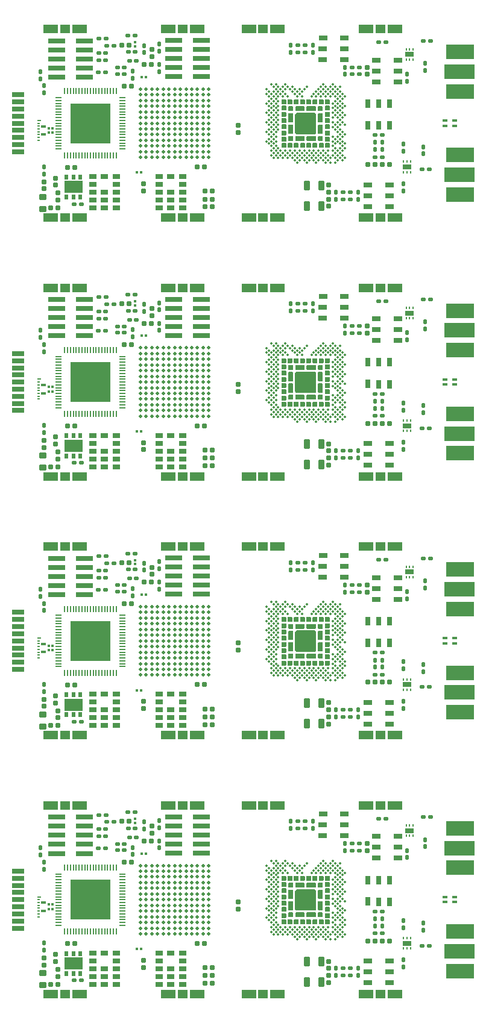
<source format=gtp>
G04 Layer_Color=8421504*
%FSLAX44Y44*%
%MOMM*%
G71*
G01*
G75*
G04:AMPARAMS|DCode=15|XSize=0.6mm|YSize=0.6mm|CornerRadius=0.06mm|HoleSize=0mm|Usage=FLASHONLY|Rotation=180.000|XOffset=0mm|YOffset=0mm|HoleType=Round|Shape=RoundedRectangle|*
%AMROUNDEDRECTD15*
21,1,0.6000,0.4800,0,0,180.0*
21,1,0.4800,0.6000,0,0,180.0*
1,1,0.1200,-0.2400,0.2400*
1,1,0.1200,0.2400,0.2400*
1,1,0.1200,0.2400,-0.2400*
1,1,0.1200,-0.2400,-0.2400*
%
%ADD15ROUNDEDRECTD15*%
%ADD16R,4.0000X2.0000*%
%ADD17R,4.2500X2.0000*%
G04:AMPARAMS|DCode=18|XSize=0.5mm|YSize=0.6mm|CornerRadius=0.05mm|HoleSize=0mm|Usage=FLASHONLY|Rotation=0.000|XOffset=0mm|YOffset=0mm|HoleType=Round|Shape=RoundedRectangle|*
%AMROUNDEDRECTD18*
21,1,0.5000,0.5000,0,0,0.0*
21,1,0.4000,0.6000,0,0,0.0*
1,1,0.1000,0.2000,-0.2500*
1,1,0.1000,-0.2000,-0.2500*
1,1,0.1000,-0.2000,0.2500*
1,1,0.1000,0.2000,0.2500*
%
%ADD18ROUNDEDRECTD18*%
%ADD19C,0.3500*%
%ADD20R,0.2000X0.2000*%
G04:AMPARAMS|DCode=21|XSize=0.6mm|YSize=0.6mm|CornerRadius=0.06mm|HoleSize=0mm|Usage=FLASHONLY|Rotation=270.000|XOffset=0mm|YOffset=0mm|HoleType=Round|Shape=RoundedRectangle|*
%AMROUNDEDRECTD21*
21,1,0.6000,0.4800,0,0,270.0*
21,1,0.4800,0.6000,0,0,270.0*
1,1,0.1200,-0.2400,-0.2400*
1,1,0.1200,-0.2400,0.2400*
1,1,0.1200,0.2400,0.2400*
1,1,0.1200,0.2400,-0.2400*
%
%ADD21ROUNDEDRECTD21*%
G04:AMPARAMS|DCode=22|XSize=1mm|YSize=0.9mm|CornerRadius=0.1125mm|HoleSize=0mm|Usage=FLASHONLY|Rotation=180.000|XOffset=0mm|YOffset=0mm|HoleType=Round|Shape=RoundedRectangle|*
%AMROUNDEDRECTD22*
21,1,1.0000,0.6750,0,0,180.0*
21,1,0.7750,0.9000,0,0,180.0*
1,1,0.2250,-0.3875,0.3375*
1,1,0.2250,0.3875,0.3375*
1,1,0.2250,0.3875,-0.3375*
1,1,0.2250,-0.3875,-0.3375*
%
%ADD22ROUNDEDRECTD22*%
G04:AMPARAMS|DCode=23|XSize=0.5mm|YSize=0.6mm|CornerRadius=0.05mm|HoleSize=0mm|Usage=FLASHONLY|Rotation=90.000|XOffset=0mm|YOffset=0mm|HoleType=Round|Shape=RoundedRectangle|*
%AMROUNDEDRECTD23*
21,1,0.5000,0.5000,0,0,90.0*
21,1,0.4000,0.6000,0,0,90.0*
1,1,0.1000,0.2500,0.2000*
1,1,0.1000,0.2500,-0.2000*
1,1,0.1000,-0.2500,-0.2000*
1,1,0.1000,-0.2500,0.2000*
%
%ADD23ROUNDEDRECTD23*%
%ADD24R,2.4000X0.7500*%
%ADD25C,0.5000*%
%ADD26O,0.4700X0.5000*%
%ADD27O,0.5000X0.4500*%
%ADD28C,0.4700*%
%ADD29R,1.8000X0.7000*%
%ADD30R,5.5500X5.5500*%
%ADD31R,0.9000X0.2000*%
%ADD32R,0.2000X0.9000*%
%ADD33R,0.3500X0.3000*%
%ADD34R,1.1000X0.7000*%
%ADD35R,0.6500X0.4500*%
%ADD36R,0.4000X0.2500*%
%ADD37R,0.5000X0.2500*%
%ADD38R,0.3000X0.3500*%
%ADD39R,1.4000X1.3000*%
%ADD40R,2.0000X1.3000*%
G04:AMPARAMS|DCode=41|XSize=1.3mm|YSize=0.8mm|CornerRadius=0.1mm|HoleSize=0mm|Usage=FLASHONLY|Rotation=270.000|XOffset=0mm|YOffset=0mm|HoleType=Round|Shape=RoundedRectangle|*
%AMROUNDEDRECTD41*
21,1,1.3000,0.6000,0,0,270.0*
21,1,1.1000,0.8000,0,0,270.0*
1,1,0.2000,-0.3000,-0.5500*
1,1,0.2000,-0.3000,0.5500*
1,1,0.2000,0.3000,0.5500*
1,1,0.2000,0.3000,-0.5500*
%
%ADD41ROUNDEDRECTD41*%
G04:AMPARAMS|DCode=42|XSize=0.7mm|YSize=0.4mm|CornerRadius=0.05mm|HoleSize=0mm|Usage=FLASHONLY|Rotation=180.000|XOffset=0mm|YOffset=0mm|HoleType=Round|Shape=RoundedRectangle|*
%AMROUNDEDRECTD42*
21,1,0.7000,0.3000,0,0,180.0*
21,1,0.6000,0.4000,0,0,180.0*
1,1,0.1000,-0.3000,0.1500*
1,1,0.1000,0.3000,0.1500*
1,1,0.1000,0.3000,-0.1500*
1,1,0.1000,-0.3000,-0.1500*
%
%ADD42ROUNDEDRECTD42*%
%ADD43R,0.7600X1.2000*%
%ADD44R,1.2000X0.7600*%
%ADD45R,1.2000X0.7000*%
%ADD46R,0.2500X0.3500*%
%ADD47R,2.5000X1.7000*%
%ADD48R,0.5000X0.7000*%
G36*
X433351Y1281238D02*
X433633Y1280957D01*
X433785Y1280590D01*
X433784Y1280391D01*
X433785Y1280391D01*
X433785Y1275641D01*
X433784Y1275442D01*
X433632Y1275074D01*
X433351Y1274793D01*
X432983Y1274641D01*
X432784Y1274641D01*
X432784Y1274641D01*
X428034Y1274641D01*
X427835Y1274642D01*
X427468Y1274794D01*
X427187Y1275075D01*
X427034Y1275442D01*
X427034Y1275641D01*
Y1275641D01*
X427035Y1280391D01*
X427035Y1280590D01*
X427187Y1280957D01*
X427469Y1281239D01*
X427836Y1281390D01*
X428035Y1281390D01*
X428035Y1281390D01*
X432785Y1281390D01*
X432984Y1281390D01*
X433351Y1281238D01*
D02*
G37*
G36*
X442102Y1281238D02*
X442383Y1280957D01*
X442535Y1280590D01*
X442535Y1280391D01*
X442535Y1280391D01*
X442535Y1275641D01*
X442535Y1275442D01*
X442382Y1275074D01*
X442101Y1274793D01*
X441733Y1274641D01*
X441534Y1274641D01*
X441535Y1274641D01*
X436784Y1274641D01*
X436586Y1274641D01*
X436218Y1274794D01*
X435937Y1275075D01*
X435785Y1275442D01*
X435784Y1275641D01*
Y1275641D01*
X435785Y1280391D01*
X435785Y1280590D01*
X435937Y1280957D01*
X436219Y1281238D01*
X436586Y1281390D01*
X436785Y1281390D01*
X436786Y1281390D01*
X441535Y1281390D01*
X441734Y1281390D01*
X442102Y1281238D01*
D02*
G37*
G36*
X450852Y1281238D02*
X451133Y1280957D01*
X451285Y1280589D01*
X451285Y1280391D01*
X451285Y1280391D01*
X451285Y1275641D01*
X451285Y1275442D01*
X451133Y1275074D01*
X450851Y1274793D01*
X450484Y1274641D01*
X450285Y1274641D01*
X450285Y1274641D01*
X445535Y1274641D01*
X445336Y1274641D01*
X444968Y1274794D01*
X444687Y1275075D01*
X444535Y1275442D01*
X444535Y1275641D01*
Y1275641D01*
X444535Y1280391D01*
X444535Y1280589D01*
X444687Y1280957D01*
X444969Y1281238D01*
X445337Y1281390D01*
X445536Y1281390D01*
X445536Y1281390D01*
X450285Y1281390D01*
X450484Y1281390D01*
X450852Y1281238D01*
D02*
G37*
G36*
X459602Y1281238D02*
X459883Y1280957D01*
X460035Y1280589D01*
X460035Y1280390D01*
X460035Y1280390D01*
X460035Y1275640D01*
X460035Y1275442D01*
X459883Y1275074D01*
X459601Y1274793D01*
X459234Y1274641D01*
X459035Y1274641D01*
X459035Y1274641D01*
X454285Y1274641D01*
X454086Y1274641D01*
X453719Y1274794D01*
X453438Y1275075D01*
X453285Y1275442D01*
X453285Y1275641D01*
Y1275641D01*
X453285Y1280390D01*
X453285Y1280589D01*
X453438Y1280957D01*
X453719Y1281238D01*
X454087Y1281390D01*
X454286Y1281390D01*
X454286Y1281390D01*
X459036Y1281390D01*
X459235Y1281390D01*
X459602Y1281238D01*
D02*
G37*
G36*
X468352Y1281238D02*
X468633Y1280957D01*
X468785Y1280589D01*
X468785Y1280390D01*
X468785Y1280390D01*
X468785Y1275640D01*
X468785Y1275441D01*
X468633Y1275074D01*
X468352Y1274793D01*
X467984Y1274641D01*
X467785Y1274641D01*
X467785Y1274641D01*
X463035Y1274641D01*
X462836Y1274641D01*
X462469Y1274793D01*
X462188Y1275074D01*
X462035Y1275442D01*
X462035Y1275641D01*
Y1275641D01*
X462035Y1280390D01*
X462035Y1280589D01*
X462188Y1280957D01*
X462469Y1281238D01*
X462837Y1281390D01*
X463036Y1281389D01*
X463036Y1281390D01*
X467786Y1281390D01*
X467985Y1281390D01*
X468352Y1281238D01*
D02*
G37*
G36*
X477102Y1281238D02*
X477383Y1280956D01*
X477536Y1280589D01*
X477535Y1280390D01*
X477536Y1280390D01*
X477536Y1275640D01*
X477536Y1275441D01*
X477383Y1275074D01*
X477102Y1274792D01*
X476734Y1274641D01*
X476535Y1274641D01*
X476535Y1274640D01*
X471785Y1274641D01*
X471586Y1274641D01*
X471219Y1274793D01*
X470938Y1275074D01*
X470785Y1275442D01*
X470785Y1275640D01*
Y1275640D01*
X470786Y1280390D01*
X470786Y1280589D01*
X470938Y1280957D01*
X471220Y1281238D01*
X471587Y1281390D01*
X471786Y1281389D01*
X471786Y1281389D01*
X476536Y1281390D01*
X476735Y1281390D01*
X477102Y1281238D01*
D02*
G37*
G36*
X485853Y1281237D02*
X486134Y1280956D01*
X486286Y1280589D01*
X486286Y1280390D01*
X486286Y1280390D01*
X486286Y1275640D01*
X486286Y1275441D01*
X486133Y1275074D01*
X485852Y1274792D01*
X485484Y1274640D01*
X485285Y1274641D01*
X485285Y1274640D01*
X480535Y1274641D01*
X480336Y1274641D01*
X479969Y1274793D01*
X479688Y1275074D01*
X479536Y1275442D01*
X479535Y1275640D01*
Y1275640D01*
X479536Y1280390D01*
X479536Y1280589D01*
X479688Y1280956D01*
X479970Y1281238D01*
X480337Y1281389D01*
X480536Y1281389D01*
X480536Y1281389D01*
X485286Y1281389D01*
X485485Y1281389D01*
X485853Y1281237D01*
D02*
G37*
G36*
X424035Y1281391D02*
X424234Y1281391D01*
X424602Y1281239D01*
X424883Y1280957D01*
X425035Y1280590D01*
X425035Y1280391D01*
X425035Y1280391D01*
X425035Y1275641D01*
X425035Y1275442D01*
X424883Y1275074D01*
X424602Y1274793D01*
X424234Y1274641D01*
X424035Y1274641D01*
X424035Y1274641D01*
X419285Y1274641D01*
X419086Y1274641D01*
X419085Y1274642D01*
X419085D01*
X418718Y1274794D01*
X418437Y1275075D01*
X418284Y1275443D01*
X418284Y1275641D01*
Y1275641D01*
X418284Y1280391D01*
X418284Y1280590D01*
X418437Y1280957D01*
X418718Y1281239D01*
X418832Y1281286D01*
X419087Y1281391D01*
X419286Y1281392D01*
X419286Y1281392D01*
X424035Y1281391D01*
D02*
G37*
G36*
X485285Y1272640D02*
X485484Y1272640D01*
X485852Y1272488D01*
X486133Y1272206D01*
X486285Y1271839D01*
X486285Y1271640D01*
X486285Y1271640D01*
X486285Y1266890D01*
X486285Y1266691D01*
X486132Y1266324D01*
X485851Y1266043D01*
X485484Y1265890D01*
X485285Y1265890D01*
X480535Y1265890D01*
X480336Y1265890D01*
X479969Y1266043D01*
X479688Y1266324D01*
X479536Y1266692D01*
X479536Y1266891D01*
X479536Y1266891D01*
X479536Y1271641D01*
X479536Y1271840D01*
X479688Y1272207D01*
X479969Y1272488D01*
X480336Y1272640D01*
X480535Y1272640D01*
X480535Y1272640D01*
X485285Y1272640D01*
D02*
G37*
G36*
X434332Y1271653D02*
X434613Y1271372D01*
X434765Y1271005D01*
X434765Y1270806D01*
X434765Y1270806D01*
X434765Y1266056D01*
X434765Y1265857D01*
X434613Y1265489D01*
X434331Y1265208D01*
X433964Y1265056D01*
X433765Y1265056D01*
X433765Y1265056D01*
X429015Y1265056D01*
X428816Y1265056D01*
X428448Y1265209D01*
X428167Y1265490D01*
X428015Y1265857D01*
X428015Y1266056D01*
Y1266056D01*
X428015Y1270806D01*
X428015Y1271005D01*
X428167Y1271372D01*
X428449Y1271653D01*
X428817Y1271805D01*
X429016Y1271805D01*
X429016Y1271805D01*
X433766Y1271805D01*
X433964Y1271805D01*
X434332Y1271653D01*
D02*
G37*
G36*
X454765Y1271805D02*
X465765Y1271805D01*
X465765Y1271805D01*
X465964Y1271805D01*
X466331Y1271653D01*
X466612Y1271371D01*
X466764Y1271004D01*
X466764Y1270805D01*
X466765Y1266055D01*
X466764Y1266055D01*
X466764Y1265856D01*
X466612Y1265488D01*
X466330Y1265207D01*
X465963Y1265055D01*
X465764Y1265055D01*
X454764Y1265055D01*
X454764Y1265055D01*
X454565Y1265055D01*
X454198Y1265207D01*
X453917Y1265489D01*
X453764Y1265856D01*
X453765Y1266055D01*
X453764Y1270805D01*
Y1270805D01*
X453764Y1271004D01*
X453917Y1271372D01*
X454198Y1271653D01*
X454566Y1271805D01*
X454765Y1271805D01*
D02*
G37*
G36*
X424035Y1272641D02*
X424234Y1272641D01*
X424602Y1272489D01*
X424883Y1272207D01*
X425035Y1271839D01*
X425034Y1271640D01*
X425034Y1271640D01*
X425035Y1266890D01*
X425035Y1266692D01*
X424883Y1266324D01*
X424602Y1266043D01*
X424234Y1265891D01*
X424035Y1265891D01*
X424035Y1265891D01*
X419285Y1265891D01*
X419086Y1265891D01*
X418719Y1266043D01*
X418438Y1266325D01*
X418286Y1266693D01*
X418286Y1266891D01*
X418285Y1266891D01*
X418286Y1271642D01*
X418286Y1271840D01*
X418438Y1272208D01*
X418719Y1272489D01*
X419087Y1272641D01*
X419286Y1272641D01*
Y1272641D01*
X424035Y1272641D01*
D02*
G37*
G36*
X475516Y1271805D02*
X475715Y1271805D01*
X476082Y1271653D01*
X476363Y1271371D01*
X476515Y1271004D01*
X476515Y1270805D01*
X476515Y1270805D01*
X476515Y1266055D01*
X476515Y1265856D01*
X476363Y1265489D01*
X476082Y1265207D01*
X475715Y1265055D01*
X475516Y1265055D01*
X475516Y1265055D01*
X470766Y1265055D01*
X470567Y1265055D01*
X470199Y1265208D01*
X469918Y1265489D01*
X469766Y1265857D01*
X469766Y1266056D01*
X469766Y1266056D01*
X469766Y1270806D01*
X469766Y1271005D01*
X469919Y1271372D01*
X470200Y1271653D01*
X470567Y1271805D01*
X470766Y1271806D01*
X470766Y1271806D01*
X475516Y1271805D01*
D02*
G37*
G36*
X450331Y1271653D02*
X450613Y1271372D01*
X450765Y1271004D01*
X450765Y1270805D01*
X450765Y1270805D01*
X450765Y1266055D01*
X450765Y1265856D01*
X450613Y1265488D01*
X450331Y1265207D01*
X449964Y1265055D01*
X449765Y1265055D01*
X449765Y1265055D01*
X438765Y1265055D01*
X438566Y1265055D01*
X438199Y1265207D01*
X437917Y1265488D01*
X437765Y1265855D01*
X437765Y1266054D01*
X437765Y1266054D01*
X437765Y1270805D01*
X437765Y1271004D01*
X437917Y1271371D01*
X438198Y1271652D01*
X438566Y1271804D01*
X438765Y1271805D01*
X438765Y1271805D01*
X449765Y1271805D01*
X449964Y1271805D01*
X450331Y1271653D01*
D02*
G37*
G36*
X485285Y1263890D02*
X485484Y1263890D01*
X485852Y1263738D01*
X486133Y1263456D01*
X486285Y1263089D01*
X486285Y1262890D01*
X486285Y1262890D01*
X486285Y1258140D01*
X486284Y1257941D01*
X486132Y1257574D01*
X485851Y1257292D01*
X485484Y1257140D01*
X485285Y1257140D01*
X480535Y1257140D01*
X480336Y1257140D01*
X479969Y1257293D01*
X479688Y1257574D01*
X479536Y1257942D01*
X479536Y1258141D01*
X479536Y1258141D01*
X479536Y1262891D01*
X479536Y1263090D01*
X479688Y1263457D01*
X479969Y1263738D01*
X480336Y1263890D01*
X480535Y1263890D01*
X480535Y1263890D01*
X485285Y1263890D01*
D02*
G37*
G36*
X464265Y1262555D02*
X464862Y1262555D01*
X465965Y1262098D01*
X466808Y1261254D01*
X467265Y1260152D01*
X467265Y1259555D01*
X467265Y1235555D01*
X467265Y1235555D01*
X467265Y1234959D01*
X466809Y1233856D01*
X465965Y1233012D01*
X464862Y1232555D01*
X464265Y1232555D01*
X440265Y1232555D01*
X440265Y1232555D01*
X439668Y1232555D01*
X438566Y1233012D01*
X437722Y1233856D01*
X437265Y1234959D01*
X437266Y1235555D01*
X437265Y1259555D01*
X437265Y1259555D01*
X437265Y1260152D01*
X437722Y1261254D01*
X438565Y1262098D01*
X439668Y1262555D01*
X440265Y1262555D01*
X464265Y1262555D01*
X464265Y1262555D01*
D02*
G37*
G36*
X424035Y1263891D02*
X424234Y1263891D01*
X424602Y1263738D01*
X424883Y1263457D01*
X425035Y1263089D01*
X425034Y1262890D01*
X425034Y1262890D01*
X425034Y1258140D01*
X425035Y1257942D01*
X424883Y1257574D01*
X424601Y1257293D01*
X424234Y1257141D01*
X424035Y1257141D01*
X424035Y1257141D01*
X419285Y1257141D01*
X419086Y1257141D01*
X418719Y1257293D01*
X418438Y1257575D01*
X418285Y1257942D01*
X418286Y1258141D01*
X418285Y1258141D01*
X418286Y1262891D01*
X418286Y1263090D01*
X418438Y1263457D01*
X418719Y1263739D01*
X419087Y1263891D01*
X419285Y1263891D01*
X419285Y1263891D01*
X424035Y1263891D01*
D02*
G37*
G36*
X485285Y1255140D02*
X485484Y1255140D01*
X485852Y1254987D01*
X486133Y1254706D01*
X486285Y1254338D01*
X486285Y1254139D01*
X486285Y1254140D01*
X486284Y1249389D01*
X486284Y1249191D01*
X486132Y1248823D01*
X485851Y1248542D01*
X485484Y1248390D01*
X485285Y1248390D01*
X480535Y1248390D01*
X480336Y1248390D01*
X479969Y1248542D01*
X479688Y1248824D01*
X479536Y1249192D01*
X479536Y1249390D01*
X479536Y1249391D01*
X479536Y1254140D01*
X479536Y1254339D01*
X479688Y1254707D01*
X479969Y1254988D01*
X480336Y1255140D01*
X480535Y1255140D01*
X480535Y1255140D01*
X485285Y1255140D01*
D02*
G37*
G36*
X475515Y1262055D02*
X475714Y1262055D01*
X476081Y1261903D01*
X476362Y1261622D01*
X476515Y1261254D01*
X476515Y1261056D01*
X476515Y1261056D01*
X476515Y1250055D01*
X476515Y1249856D01*
X476363Y1249489D01*
X476082Y1249207D01*
X475714Y1249055D01*
X475515Y1249055D01*
X475515D01*
X470765Y1249056D01*
X470566Y1249055D01*
X470198Y1249208D01*
X469917Y1249489D01*
X469765Y1249856D01*
X469765Y1250055D01*
X469765Y1250055D01*
X469765Y1261055D01*
X469765Y1261254D01*
X469917Y1261621D01*
X470198Y1261903D01*
X470565Y1262055D01*
X470764Y1262055D01*
X470764Y1262056D01*
X475515Y1262055D01*
D02*
G37*
G36*
X429015Y1262055D02*
X429015Y1262055D01*
X433766Y1262054D01*
X433965Y1262054D01*
X434332Y1261902D01*
X434613Y1261621D01*
X434765Y1261254D01*
X434765Y1261055D01*
X434765Y1261055D01*
X434765Y1250055D01*
X434765Y1249856D01*
X434613Y1249489D01*
X434332Y1249207D01*
X433965Y1249055D01*
X433766Y1249054D01*
X433766Y1249054D01*
X429016Y1249055D01*
X428817Y1249055D01*
X428449Y1249207D01*
X428168Y1249488D01*
X428016Y1249855D01*
X428016Y1250054D01*
Y1250054D01*
X428015Y1261055D01*
X428015Y1261253D01*
X428167Y1261621D01*
X428449Y1261902D01*
X428816Y1262055D01*
X429015Y1262055D01*
D02*
G37*
G36*
X424035Y1255141D02*
X424234Y1255141D01*
X424601Y1254988D01*
X424883Y1254707D01*
X425034Y1254339D01*
X425034Y1254140D01*
X425034Y1254140D01*
X425034Y1249390D01*
X425034Y1249191D01*
X424882Y1248824D01*
X424601Y1248543D01*
X424234Y1248391D01*
X424035Y1248391D01*
X424035Y1248391D01*
X419285Y1248391D01*
X419086Y1248391D01*
X418718Y1248543D01*
X418437Y1248825D01*
X418285Y1249192D01*
X418285Y1249391D01*
X418285Y1249391D01*
X418285Y1254141D01*
X418286Y1254340D01*
X418438Y1254707D01*
X418719Y1254988D01*
X419086Y1255141D01*
X419285Y1255141D01*
X419285Y1255141D01*
X424035Y1255141D01*
D02*
G37*
G36*
X485285Y1246390D02*
X485484Y1246390D01*
X485851Y1246237D01*
X486133Y1245956D01*
X486285Y1245588D01*
X486284Y1245389D01*
X486285Y1245389D01*
X486284Y1240639D01*
X486284Y1240440D01*
X486132Y1240073D01*
X485851Y1239792D01*
X485484Y1239640D01*
X485285Y1239639D01*
X485285D01*
X480535Y1239640D01*
X480336Y1239640D01*
X479968Y1239792D01*
X479687Y1240074D01*
X479535Y1240441D01*
X479536Y1240640D01*
X479536Y1240640D01*
X479535Y1245390D01*
X479535Y1245589D01*
X479688Y1245956D01*
X479969Y1246238D01*
X480336Y1246390D01*
X480535Y1246390D01*
X480535Y1246390D01*
X485285Y1246390D01*
D02*
G37*
G36*
X424035Y1246390D02*
X424234Y1246390D01*
X424601Y1246238D01*
X424882Y1245956D01*
X425034Y1245589D01*
X425034Y1245390D01*
X425034Y1245390D01*
X425034Y1240640D01*
X425034Y1240441D01*
X424882Y1240074D01*
X424601Y1239793D01*
X424234Y1239641D01*
X424035Y1239641D01*
X424035Y1239641D01*
X419285Y1239641D01*
X419086Y1239641D01*
X418718Y1239793D01*
X418437Y1240074D01*
X418285Y1240442D01*
X418285Y1240641D01*
X418285Y1240641D01*
X418285Y1245391D01*
X418286Y1245590D01*
X418438Y1245957D01*
X418719Y1246238D01*
X419086Y1246391D01*
X419285Y1246391D01*
X419285Y1246391D01*
X424035Y1246390D01*
D02*
G37*
G36*
X485285Y1237639D02*
X485484Y1237639D01*
X485851Y1237487D01*
X486132Y1237206D01*
X486284Y1236838D01*
X486284Y1236639D01*
X486284Y1236639D01*
X486284Y1231889D01*
X486284Y1231690D01*
X486132Y1231323D01*
X485850Y1231042D01*
X485483Y1230889D01*
X485285Y1230889D01*
X480535Y1230890D01*
X480336Y1230890D01*
X479968Y1231042D01*
X479687Y1231323D01*
X479535Y1231691D01*
X479536Y1231890D01*
X479535Y1231890D01*
X479535Y1236640D01*
X479535Y1236839D01*
X479687Y1237206D01*
X479968Y1237487D01*
X480336Y1237639D01*
X480535Y1237639D01*
X480535Y1237639D01*
X485285Y1237639D01*
D02*
G37*
G36*
X475515Y1246056D02*
X475714Y1246056D01*
X476081Y1245903D01*
X476362Y1245622D01*
X476514Y1245255D01*
X476514Y1245056D01*
X476514Y1245056D01*
X476515Y1234056D01*
X476515Y1233857D01*
X476363Y1233489D01*
X476082Y1233208D01*
X475714Y1233055D01*
X475515Y1233055D01*
X475515D01*
X470764Y1233056D01*
X470566Y1233056D01*
X470198Y1233208D01*
X469917Y1233489D01*
X469765Y1233856D01*
X469765Y1234055D01*
X469765Y1234055D01*
X469765Y1245055D01*
X469765Y1245254D01*
X469917Y1245622D01*
X470198Y1245903D01*
X470565Y1246056D01*
X470764Y1246056D01*
X470764Y1246056D01*
X475515Y1246056D01*
D02*
G37*
G36*
X429015Y1246055D02*
X429015Y1246055D01*
X433766Y1246055D01*
X433965Y1246055D01*
X434332Y1245903D01*
X434613Y1245621D01*
X434765Y1245254D01*
X434765Y1245055D01*
X434765Y1245055D01*
X434765Y1234055D01*
X434765Y1233856D01*
X434613Y1233489D01*
X434332Y1233207D01*
X433965Y1233055D01*
X433766Y1233055D01*
X433766Y1233055D01*
X429015Y1233055D01*
X428817Y1233055D01*
X428449Y1233207D01*
X428168Y1233488D01*
X428016Y1233856D01*
X428016Y1234055D01*
Y1234055D01*
X428015Y1245055D01*
X428015Y1245254D01*
X428167Y1245621D01*
X428448Y1245903D01*
X428816Y1246055D01*
X429015Y1246055D01*
D02*
G37*
G36*
X424035Y1237640D02*
X424234Y1237640D01*
X424601Y1237488D01*
X424882Y1237206D01*
X425034Y1236839D01*
X425034Y1236640D01*
X425034Y1236640D01*
X425034Y1231890D01*
X425034Y1231691D01*
X424882Y1231323D01*
X424601Y1231042D01*
X424234Y1230890D01*
X424035Y1230891D01*
X424035Y1230890D01*
X419285Y1230890D01*
X419086Y1230890D01*
X418718Y1231043D01*
X418437Y1231324D01*
X418285Y1231692D01*
X418285Y1231891D01*
X418285Y1231891D01*
X418285Y1236641D01*
X418285Y1236840D01*
X418438Y1237207D01*
X418719Y1237488D01*
X419086Y1237640D01*
X419285Y1237641D01*
X419285Y1237641D01*
X424035Y1237640D01*
D02*
G37*
G36*
X465765Y1230055D02*
X465964Y1230055D01*
X466331Y1229903D01*
X466613Y1229622D01*
X466765Y1229255D01*
X466766Y1229056D01*
X466766Y1229056D01*
X466765Y1224305D01*
X466765Y1224107D01*
X466613Y1223739D01*
X466332Y1223458D01*
X465964Y1223306D01*
X465766Y1223306D01*
X465766D01*
X454766Y1223305D01*
X454566Y1223305D01*
X454199Y1223457D01*
X453918Y1223738D01*
X453765Y1224106D01*
X453765Y1224305D01*
Y1224305D01*
X453766Y1229056D01*
X453765Y1229255D01*
X453918Y1229622D01*
X454199Y1229903D01*
X454566Y1230055D01*
X454765Y1230055D01*
X454765Y1230055D01*
X465765Y1230055D01*
D02*
G37*
G36*
X449766Y1230055D02*
X449965Y1230055D01*
X450332Y1229903D01*
X450614Y1229622D01*
X450766Y1229254D01*
X450765Y1229055D01*
X450766Y1224305D01*
X450766Y1224305D01*
X450766Y1224106D01*
X450614Y1223738D01*
X450332Y1223457D01*
X449965Y1223305D01*
X449766Y1223305D01*
X438765Y1223305D01*
X438766D01*
X438567Y1223305D01*
X438199Y1223458D01*
X437918Y1223739D01*
X437766Y1224106D01*
X437766Y1224305D01*
X437766Y1229056D01*
X437766Y1229055D01*
X437766Y1229254D01*
X437918Y1229622D01*
X438200Y1229903D01*
X438567Y1230055D01*
X438766Y1230055D01*
X449766Y1230055D01*
X449766Y1230055D01*
D02*
G37*
G36*
X475516Y1230054D02*
X475714Y1230054D01*
X476082Y1229901D01*
X476363Y1229620D01*
X476515Y1229253D01*
X476516Y1229054D01*
X476516D01*
X476515Y1224305D01*
X476515Y1224106D01*
X476363Y1223738D01*
X476081Y1223457D01*
X475714Y1223305D01*
X475514Y1223305D01*
X475514Y1223305D01*
X470765Y1223305D01*
X470566Y1223305D01*
X470198Y1223457D01*
X469917Y1223738D01*
X469765Y1224106D01*
X469765Y1224304D01*
X469765Y1224305D01*
X469765Y1229054D01*
X469765Y1229253D01*
X469918Y1229621D01*
X470199Y1229902D01*
X470567Y1230054D01*
X470766Y1230054D01*
X470765Y1230054D01*
X475516Y1230054D01*
D02*
G37*
G36*
X433767Y1230053D02*
X433965Y1230053D01*
X434333Y1229900D01*
X434614Y1229619D01*
X434766Y1229252D01*
X434767Y1229053D01*
X434767D01*
X434766Y1224304D01*
X434766Y1224105D01*
X434614Y1223737D01*
X434332Y1223456D01*
X433965Y1223304D01*
X433766Y1223304D01*
X433765Y1223304D01*
X429016Y1223304D01*
X428817Y1223304D01*
X428449Y1223456D01*
X428168Y1223737D01*
X428016Y1224105D01*
X428016Y1224303D01*
X428016Y1224304D01*
X428016Y1229053D01*
X428016Y1229252D01*
X428169Y1229620D01*
X428450Y1229901D01*
X428818Y1230053D01*
X429017Y1230053D01*
X429016Y1230053D01*
X433767Y1230053D01*
D02*
G37*
G36*
X485285Y1228889D02*
X485484Y1228889D01*
X485851Y1228737D01*
X486132Y1228455D01*
X486284Y1228088D01*
X486284Y1227889D01*
X486284Y1227889D01*
X486284Y1223139D01*
X486284Y1222940D01*
X486132Y1222573D01*
X485850Y1222292D01*
X485483Y1222139D01*
X485284Y1222139D01*
X485284D01*
X485284D01*
D01*
X480535Y1222139D01*
X480336Y1222139D01*
X479968Y1222292D01*
X479687Y1222573D01*
X479535Y1222941D01*
X479535Y1223140D01*
X479535Y1223140D01*
X479535Y1227890D01*
X479535Y1228089D01*
X479687Y1228456D01*
X479968Y1228737D01*
X480336Y1228889D01*
X480535Y1228889D01*
X480535Y1228889D01*
X485285Y1228889D01*
D02*
G37*
G36*
X424035Y1228890D02*
X424233Y1228890D01*
X424601Y1228738D01*
X424882Y1228456D01*
X425034Y1228088D01*
X425034Y1227889D01*
X425034Y1227889D01*
X425034Y1223139D01*
X425034Y1222941D01*
X424882Y1222573D01*
X424601Y1222292D01*
X424233Y1222140D01*
X424035Y1222140D01*
X424035Y1222140D01*
X419285Y1222140D01*
X419086Y1222140D01*
X418718Y1222292D01*
X418437Y1222574D01*
X418285Y1222942D01*
X418285Y1223140D01*
X418285Y1223140D01*
X418285Y1227891D01*
X418285Y1228089D01*
X418438Y1228457D01*
X418719Y1228738D01*
X419086Y1228890D01*
X419285Y1228890D01*
X419285Y1228890D01*
X424035Y1228890D01*
D02*
G37*
G36*
X424601Y1219988D02*
X424882Y1219707D01*
X425034Y1219340D01*
X425034Y1219141D01*
X425034Y1219141D01*
X425034Y1214391D01*
X425034Y1214192D01*
X424881Y1213824D01*
X424600Y1213543D01*
X424232Y1213391D01*
X424034Y1213391D01*
X424034Y1213391D01*
X419283Y1213391D01*
X419085Y1213391D01*
X418717Y1213544D01*
X418436Y1213825D01*
X418284Y1214192D01*
X418284Y1214391D01*
Y1214391D01*
X418284Y1219141D01*
X418284Y1219340D01*
X418436Y1219707D01*
X418718Y1219988D01*
X419086Y1220140D01*
X419285Y1220140D01*
X419285Y1220140D01*
X424034Y1220140D01*
X424233Y1220140D01*
X424601Y1219988D01*
D02*
G37*
G36*
X433351Y1219988D02*
X433632Y1219707D01*
X433784Y1219339D01*
X433784Y1219141D01*
X433784Y1219140D01*
X433784Y1214390D01*
X433784Y1214192D01*
X433632Y1213824D01*
X433350Y1213543D01*
X432983Y1213391D01*
X432784Y1213391D01*
X432784Y1213391D01*
X428034Y1213391D01*
X427835Y1213391D01*
X427467Y1213544D01*
X427186Y1213825D01*
X427034Y1214192D01*
X427034Y1214391D01*
X427034Y1219140D01*
X427034Y1219339D01*
X427187Y1219707D01*
X427468Y1219988D01*
X427836Y1220140D01*
X428035Y1220140D01*
X428035Y1220140D01*
X432785Y1220140D01*
X432984Y1220140D01*
X433351Y1219988D01*
D02*
G37*
G36*
X442101Y1219988D02*
X442382Y1219707D01*
X442534Y1219339D01*
X442534Y1219140D01*
X442534Y1219140D01*
X442534Y1214390D01*
X442534Y1214192D01*
X442382Y1213824D01*
X442100Y1213543D01*
X441733Y1213391D01*
X441534Y1213391D01*
X441534Y1213391D01*
X436784Y1213391D01*
X436585Y1213391D01*
X436218Y1213543D01*
X435937Y1213825D01*
X435784Y1214192D01*
X435784Y1214391D01*
Y1214391D01*
X435784Y1219140D01*
X435784Y1219339D01*
X435937Y1219707D01*
X436218Y1219988D01*
X436586Y1220140D01*
X436785Y1220140D01*
X436785Y1220140D01*
X441535Y1220140D01*
X441734Y1220140D01*
X442101Y1219988D01*
D02*
G37*
G36*
X450851Y1219988D02*
X451132Y1219706D01*
X451284Y1219339D01*
X451284Y1219140D01*
X451284Y1219140D01*
X451284Y1214390D01*
X451284Y1214191D01*
X451132Y1213824D01*
X450851Y1213543D01*
X450483Y1213391D01*
X450284Y1213391D01*
X450284Y1213391D01*
X445534Y1213391D01*
X445335Y1213391D01*
X444968Y1213543D01*
X444687Y1213824D01*
X444534Y1214192D01*
X444534Y1214390D01*
Y1214390D01*
X444535Y1219140D01*
X444534Y1219339D01*
X444687Y1219707D01*
X444968Y1219988D01*
X445336Y1220140D01*
X445535Y1220139D01*
X445535Y1220139D01*
X450285Y1220140D01*
X450484Y1220140D01*
X450851Y1219988D01*
D02*
G37*
G36*
X459601Y1219987D02*
X459883Y1219706D01*
X460035Y1219339D01*
X460034Y1219140D01*
X460035Y1219140D01*
X460035Y1214390D01*
X460035Y1214191D01*
X459882Y1213824D01*
X459601Y1213542D01*
X459233Y1213390D01*
X459034Y1213391D01*
X459034Y1213390D01*
X454284Y1213391D01*
X454085Y1213391D01*
X453718Y1213543D01*
X453437Y1213824D01*
X453285Y1214192D01*
X453284Y1214390D01*
Y1214390D01*
X453285Y1219140D01*
X453285Y1219339D01*
X453437Y1219706D01*
X453719Y1219988D01*
X454086Y1220139D01*
X454285Y1220139D01*
X454285Y1220139D01*
X459035Y1220139D01*
X459234Y1220140D01*
X459601Y1219987D01*
D02*
G37*
G36*
X468352Y1219987D02*
X468633Y1219706D01*
X468785Y1219339D01*
X468785Y1219140D01*
X468785Y1219140D01*
X468785Y1214390D01*
X468785Y1214191D01*
X468632Y1213823D01*
X468351Y1213542D01*
X467983Y1213390D01*
X467785Y1213390D01*
X467785Y1213390D01*
X463034Y1213391D01*
X462836Y1213391D01*
X462468Y1213543D01*
X462187Y1213824D01*
X462035Y1214191D01*
X462035Y1214390D01*
Y1214390D01*
X462035Y1219140D01*
X462035Y1219339D01*
X462187Y1219706D01*
X462469Y1219987D01*
X462837Y1220139D01*
X463036Y1220139D01*
X463036Y1220139D01*
X467785Y1220139D01*
X467984Y1220139D01*
X468352Y1219987D01*
D02*
G37*
G36*
X485285Y1220139D02*
X485483Y1220139D01*
X485851Y1219987D01*
X486132Y1219705D01*
X486284Y1219338D01*
X486284Y1219139D01*
X486284Y1219139D01*
X486284Y1214389D01*
X486284Y1214190D01*
X486131Y1213823D01*
X485850Y1213541D01*
X485483Y1213389D01*
X485284Y1213389D01*
X480535Y1213389D01*
X480336Y1213389D01*
X479968Y1213542D01*
X479687Y1213823D01*
X479535Y1214191D01*
X479535Y1214390D01*
X479535Y1214390D01*
X479535Y1219140D01*
X479535Y1219339D01*
X479687Y1219706D01*
X479968Y1219987D01*
X480336Y1220139D01*
X480534Y1220139D01*
X480535Y1220139D01*
X485285Y1220139D01*
D02*
G37*
G36*
X477102Y1219987D02*
X477383Y1219706D01*
X477535Y1219339D01*
X477535Y1219140D01*
X477535Y1219140D01*
X477535Y1214390D01*
X477535Y1214191D01*
X477383Y1213823D01*
X477101Y1213542D01*
X476734Y1213390D01*
X476535Y1213390D01*
X476535Y1213390D01*
X471785Y1213390D01*
X471586Y1213391D01*
X471218Y1213543D01*
X470937Y1213824D01*
X470785Y1214191D01*
X470785Y1214390D01*
Y1214390D01*
X470785Y1219140D01*
X470785Y1219339D01*
X470938Y1219706D01*
X471219Y1219987D01*
X471587Y1220139D01*
X471786Y1220139D01*
X471786Y1220139D01*
X476536Y1220139D01*
X476735Y1220139D01*
X477102Y1219987D01*
D02*
G37*
G36*
X433351Y917538D02*
X433633Y917257D01*
X433785Y916890D01*
X433784Y916691D01*
X433785Y916691D01*
X433785Y911941D01*
X433784Y911742D01*
X433632Y911374D01*
X433351Y911093D01*
X432983Y910941D01*
X432784Y910941D01*
X432784Y910941D01*
X428034Y910941D01*
X427835Y910942D01*
X427468Y911094D01*
X427187Y911375D01*
X427034Y911742D01*
X427034Y911941D01*
Y911941D01*
X427035Y916691D01*
X427035Y916890D01*
X427187Y917257D01*
X427469Y917538D01*
X427836Y917690D01*
X428035Y917690D01*
X428035Y917690D01*
X432785Y917690D01*
X432984Y917690D01*
X433351Y917538D01*
D02*
G37*
G36*
X442102Y917538D02*
X442383Y917257D01*
X442535Y916890D01*
X442535Y916691D01*
X442535Y916691D01*
X442535Y911941D01*
X442535Y911742D01*
X442382Y911374D01*
X442101Y911093D01*
X441733Y910941D01*
X441534Y910941D01*
X441535Y910941D01*
X436784Y910941D01*
X436586Y910941D01*
X436218Y911094D01*
X435937Y911375D01*
X435785Y911742D01*
X435784Y911941D01*
Y911941D01*
X435785Y916691D01*
X435785Y916890D01*
X435937Y917257D01*
X436219Y917538D01*
X436586Y917690D01*
X436785Y917690D01*
X436786Y917690D01*
X441535Y917690D01*
X441734Y917690D01*
X442102Y917538D01*
D02*
G37*
G36*
X450852Y917538D02*
X451133Y917257D01*
X451285Y916889D01*
X451285Y916691D01*
X451285Y916691D01*
X451285Y911941D01*
X451285Y911742D01*
X451133Y911374D01*
X450851Y911093D01*
X450484Y910941D01*
X450285Y910941D01*
X450285Y910941D01*
X445535Y910941D01*
X445336Y910941D01*
X444968Y911094D01*
X444687Y911375D01*
X444535Y911742D01*
X444535Y911941D01*
Y911941D01*
X444535Y916691D01*
X444535Y916889D01*
X444687Y917257D01*
X444969Y917538D01*
X445337Y917690D01*
X445536Y917690D01*
X445536Y917690D01*
X450285Y917690D01*
X450484Y917690D01*
X450852Y917538D01*
D02*
G37*
G36*
X459602Y917538D02*
X459883Y917257D01*
X460035Y916889D01*
X460035Y916691D01*
X460035Y916690D01*
X460035Y911940D01*
X460035Y911741D01*
X459883Y911374D01*
X459601Y911093D01*
X459234Y910941D01*
X459035Y910941D01*
X459035Y910941D01*
X454285Y910941D01*
X454086Y910941D01*
X453719Y911094D01*
X453438Y911375D01*
X453285Y911742D01*
X453285Y911941D01*
Y911941D01*
X453285Y916690D01*
X453285Y916889D01*
X453438Y917257D01*
X453719Y917538D01*
X454087Y917690D01*
X454286Y917690D01*
X454286Y917690D01*
X459036Y917690D01*
X459235Y917690D01*
X459602Y917538D01*
D02*
G37*
G36*
X468352Y917538D02*
X468633Y917256D01*
X468785Y916889D01*
X468785Y916690D01*
X468785Y916690D01*
X468785Y911940D01*
X468785Y911741D01*
X468633Y911374D01*
X468352Y911093D01*
X467984Y910941D01*
X467785Y910941D01*
X467785Y910940D01*
X463035Y910941D01*
X462836Y910941D01*
X462469Y911093D01*
X462188Y911375D01*
X462035Y911742D01*
X462035Y911941D01*
Y911941D01*
X462035Y916690D01*
X462035Y916889D01*
X462188Y917257D01*
X462469Y917538D01*
X462837Y917690D01*
X463036Y917690D01*
X463036Y917690D01*
X467786Y917690D01*
X467985Y917690D01*
X468352Y917538D01*
D02*
G37*
G36*
X477102Y917538D02*
X477383Y917256D01*
X477536Y916889D01*
X477535Y916690D01*
X477536Y916690D01*
X477536Y911940D01*
X477536Y911741D01*
X477383Y911374D01*
X477102Y911093D01*
X476734Y910940D01*
X476535Y910940D01*
X476535Y910940D01*
X471785Y910941D01*
X471586Y910941D01*
X471219Y911093D01*
X470938Y911374D01*
X470785Y911742D01*
X470785Y911940D01*
Y911940D01*
X470786Y916690D01*
X470786Y916889D01*
X470938Y917256D01*
X471220Y917538D01*
X471587Y917690D01*
X471786Y917689D01*
X471786Y917689D01*
X476536Y917690D01*
X476735Y917690D01*
X477102Y917538D01*
D02*
G37*
G36*
X485853Y917537D02*
X486134Y917256D01*
X486286Y916889D01*
X486286Y916690D01*
X486286Y916690D01*
X486286Y911940D01*
X486286Y911741D01*
X486133Y911374D01*
X485852Y911092D01*
X485484Y910940D01*
X485285Y910940D01*
X485285Y910940D01*
X480535Y910940D01*
X480336Y910941D01*
X479969Y911093D01*
X479688Y911374D01*
X479536Y911741D01*
X479535Y911940D01*
Y911940D01*
X479536Y916690D01*
X479536Y916889D01*
X479688Y917256D01*
X479970Y917538D01*
X480337Y917689D01*
X480536Y917689D01*
X480536Y917689D01*
X485286Y917689D01*
X485485Y917690D01*
X485853Y917537D01*
D02*
G37*
G36*
X424035Y917691D02*
X424234Y917691D01*
X424602Y917539D01*
X424883Y917257D01*
X425035Y916889D01*
X425035Y916691D01*
X425035Y916691D01*
X425035Y911941D01*
X425035Y911742D01*
X424883Y911375D01*
X424602Y911093D01*
X424234Y910941D01*
X424035Y910941D01*
X424035Y910941D01*
X419285Y910941D01*
X419086Y910941D01*
X419085Y910942D01*
X419085D01*
X418718Y911094D01*
X418437Y911375D01*
X418284Y911742D01*
X418284Y911941D01*
Y911941D01*
X418284Y916691D01*
X418284Y916890D01*
X418437Y917257D01*
X418718Y917539D01*
X418832Y917585D01*
X419087Y917691D01*
X419286Y917691D01*
X419286Y917692D01*
X424035Y917691D01*
D02*
G37*
G36*
X485285Y908940D02*
X485484Y908940D01*
X485852Y908788D01*
X486133Y908506D01*
X486285Y908139D01*
X486285Y907940D01*
X486285Y907940D01*
X486285Y903190D01*
X486285Y902991D01*
X486132Y902624D01*
X485851Y902343D01*
X485484Y902190D01*
X485285Y902190D01*
X480535Y902190D01*
X480336Y902190D01*
X479969Y902343D01*
X479688Y902624D01*
X479536Y902992D01*
X479536Y903191D01*
X479536Y903191D01*
X479536Y907941D01*
X479536Y908140D01*
X479688Y908507D01*
X479969Y908788D01*
X480336Y908940D01*
X480535Y908940D01*
X480535Y908940D01*
X485285Y908940D01*
D02*
G37*
G36*
X434332Y907953D02*
X434613Y907672D01*
X434765Y907305D01*
X434765Y907106D01*
X434765Y907106D01*
X434765Y902356D01*
X434765Y902157D01*
X434613Y901789D01*
X434331Y901508D01*
X433964Y901356D01*
X433765Y901356D01*
X433765Y901356D01*
X429015Y901356D01*
X428816Y901356D01*
X428448Y901509D01*
X428167Y901790D01*
X428015Y902157D01*
X428015Y902356D01*
Y902356D01*
X428015Y907106D01*
X428015Y907305D01*
X428167Y907672D01*
X428449Y907953D01*
X428817Y908105D01*
X429016Y908105D01*
X429016Y908105D01*
X433766Y908105D01*
X433964Y908105D01*
X434332Y907953D01*
D02*
G37*
G36*
X454765Y908105D02*
X465765Y908105D01*
X465765Y908105D01*
X465964Y908105D01*
X466331Y907952D01*
X466612Y907671D01*
X466764Y907304D01*
X466764Y907105D01*
X466765Y902355D01*
X466764Y902355D01*
X466764Y902156D01*
X466612Y901788D01*
X466330Y901507D01*
X465963Y901355D01*
X465764Y901355D01*
X454764Y901355D01*
X454764Y901355D01*
X454565Y901355D01*
X454198Y901507D01*
X453917Y901788D01*
X453764Y902156D01*
X453765Y902355D01*
X453764Y907105D01*
Y907105D01*
X453764Y907304D01*
X453917Y907672D01*
X454198Y907953D01*
X454566Y908105D01*
X454765Y908105D01*
D02*
G37*
G36*
X424035Y908941D02*
X424234Y908941D01*
X424602Y908789D01*
X424883Y908507D01*
X425035Y908139D01*
X425034Y907940D01*
X425034Y907940D01*
X425035Y903191D01*
X425035Y902992D01*
X424883Y902624D01*
X424602Y902343D01*
X424234Y902191D01*
X424035Y902191D01*
X424035Y902191D01*
X419285Y902191D01*
X419086Y902191D01*
X418719Y902344D01*
X418438Y902625D01*
X418286Y902992D01*
X418286Y903192D01*
X418285Y903191D01*
X418286Y907942D01*
X418286Y908140D01*
X418438Y908508D01*
X418719Y908789D01*
X419087Y908941D01*
X419286Y908941D01*
Y908941D01*
X424035Y908941D01*
D02*
G37*
G36*
X475516Y908105D02*
X475715Y908105D01*
X476082Y907953D01*
X476363Y907671D01*
X476515Y907304D01*
X476515Y907105D01*
X476515Y907105D01*
X476515Y902355D01*
X476515Y902156D01*
X476363Y901788D01*
X476082Y901507D01*
X475715Y901355D01*
X475516Y901355D01*
X475516Y901355D01*
X470766Y901355D01*
X470567Y901355D01*
X470199Y901508D01*
X469918Y901789D01*
X469766Y902157D01*
X469766Y902356D01*
X469766Y902356D01*
X469766Y907106D01*
X469766Y907305D01*
X469919Y907672D01*
X470200Y907953D01*
X470567Y908105D01*
X470766Y908106D01*
X470766Y908106D01*
X475516Y908105D01*
D02*
G37*
G36*
X450331Y907953D02*
X450613Y907672D01*
X450765Y907304D01*
X450765Y907105D01*
X450765Y907105D01*
X450765Y902354D01*
X450765Y902156D01*
X450613Y901788D01*
X450331Y901507D01*
X449964Y901355D01*
X449765Y901355D01*
X449765Y901355D01*
X438765Y901355D01*
X438566Y901355D01*
X438199Y901507D01*
X437917Y901788D01*
X437765Y902155D01*
X437765Y902354D01*
X437765Y902354D01*
X437765Y907105D01*
X437765Y907303D01*
X437917Y907671D01*
X438198Y907952D01*
X438566Y908104D01*
X438765Y908104D01*
X438765Y908104D01*
X449765Y908105D01*
X449964Y908105D01*
X450331Y907953D01*
D02*
G37*
G36*
X485285Y900190D02*
X485484Y900190D01*
X485852Y900038D01*
X486133Y899756D01*
X486285Y899389D01*
X486285Y899190D01*
X486285Y899190D01*
X486285Y894440D01*
X486284Y894241D01*
X486132Y893874D01*
X485851Y893592D01*
X485484Y893440D01*
X485285Y893440D01*
X480535Y893440D01*
X480336Y893440D01*
X479969Y893593D01*
X479688Y893874D01*
X479536Y894242D01*
X479536Y894441D01*
X479536Y894441D01*
X479536Y899191D01*
X479536Y899389D01*
X479688Y899757D01*
X479969Y900038D01*
X480336Y900190D01*
X480535Y900190D01*
X480535Y900190D01*
X485285Y900190D01*
D02*
G37*
G36*
X464265Y898855D02*
X464862Y898855D01*
X465965Y898398D01*
X466808Y897554D01*
X467265Y896452D01*
X467265Y895855D01*
X467265Y871855D01*
X467265Y871855D01*
X467265Y871259D01*
X466809Y870156D01*
X465965Y869312D01*
X464862Y868855D01*
X464265Y868855D01*
X440265Y868855D01*
X440265Y868855D01*
X439668Y868855D01*
X438566Y869312D01*
X437722Y870156D01*
X437265Y871259D01*
X437266Y871855D01*
X437265Y895855D01*
X437265Y895855D01*
X437265Y896452D01*
X437722Y897554D01*
X438565Y898398D01*
X439668Y898855D01*
X440265Y898855D01*
X464265Y898855D01*
X464265Y898855D01*
D02*
G37*
G36*
X424035Y900191D02*
X424234Y900191D01*
X424602Y900038D01*
X424883Y899757D01*
X425035Y899389D01*
X425034Y899190D01*
X425034Y899190D01*
X425034Y894440D01*
X425035Y894241D01*
X424883Y893874D01*
X424601Y893593D01*
X424234Y893441D01*
X424035Y893441D01*
X424035Y893441D01*
X419285Y893441D01*
X419086Y893441D01*
X418719Y893593D01*
X418438Y893875D01*
X418285Y894242D01*
X418286Y894441D01*
X418285Y894441D01*
X418286Y899191D01*
X418286Y899390D01*
X418438Y899757D01*
X418719Y900039D01*
X419087Y900191D01*
X419285Y900191D01*
X419285Y900191D01*
X424035Y900191D01*
D02*
G37*
G36*
X485285Y891440D02*
X485484Y891440D01*
X485852Y891287D01*
X486133Y891006D01*
X486285Y890638D01*
X486285Y890439D01*
X486285Y890440D01*
X486284Y885689D01*
X486284Y885491D01*
X486132Y885123D01*
X485851Y884842D01*
X485484Y884690D01*
X485285Y884689D01*
X480535Y884690D01*
X480336Y884690D01*
X479969Y884842D01*
X479688Y885124D01*
X479536Y885491D01*
X479536Y885691D01*
X479536Y885691D01*
X479536Y890440D01*
X479536Y890639D01*
X479688Y891007D01*
X479969Y891288D01*
X480336Y891440D01*
X480535Y891440D01*
X480535Y891440D01*
X485285Y891440D01*
D02*
G37*
G36*
X475515Y898355D02*
X475714Y898355D01*
X476081Y898203D01*
X476362Y897922D01*
X476515Y897554D01*
X476515Y897355D01*
X476515Y897355D01*
X476515Y886355D01*
X476515Y886156D01*
X476363Y885789D01*
X476082Y885507D01*
X475714Y885355D01*
X475515Y885355D01*
X475515D01*
X470765Y885356D01*
X470566Y885355D01*
X470198Y885507D01*
X469917Y885789D01*
X469765Y886156D01*
X469765Y886355D01*
X469765Y886355D01*
X469765Y897355D01*
X469765Y897554D01*
X469917Y897921D01*
X470198Y898203D01*
X470565Y898355D01*
X470764Y898355D01*
X470764Y898355D01*
X475515Y898355D01*
D02*
G37*
G36*
X429015Y898355D02*
X429015Y898355D01*
X433766Y898354D01*
X433965Y898354D01*
X434332Y898202D01*
X434613Y897921D01*
X434765Y897554D01*
X434765Y897355D01*
X434765Y897355D01*
X434765Y886355D01*
X434765Y886156D01*
X434613Y885788D01*
X434332Y885507D01*
X433965Y885355D01*
X433766Y885354D01*
X433766Y885354D01*
X429016Y885355D01*
X428817Y885355D01*
X428449Y885507D01*
X428168Y885788D01*
X428016Y886155D01*
X428016Y886354D01*
Y886354D01*
X428015Y897354D01*
X428015Y897553D01*
X428167Y897921D01*
X428449Y898202D01*
X428816Y898355D01*
X429015Y898355D01*
D02*
G37*
G36*
X424035Y891441D02*
X424234Y891441D01*
X424601Y891288D01*
X424883Y891007D01*
X425034Y890639D01*
X425034Y890440D01*
X425034Y890440D01*
X425034Y885690D01*
X425034Y885491D01*
X424882Y885124D01*
X424601Y884843D01*
X424234Y884691D01*
X424035Y884691D01*
X424035Y884691D01*
X419285Y884691D01*
X419086Y884691D01*
X418718Y884843D01*
X418437Y885125D01*
X418285Y885492D01*
X418285Y885691D01*
X418285Y885691D01*
X418285Y890441D01*
X418286Y890640D01*
X418438Y891007D01*
X418719Y891288D01*
X419086Y891441D01*
X419285Y891441D01*
X419285Y891441D01*
X424035Y891441D01*
D02*
G37*
G36*
X485285Y882690D02*
X485484Y882690D01*
X485851Y882537D01*
X486133Y882256D01*
X486285Y881888D01*
X486284Y881689D01*
X486285Y881689D01*
X486284Y876939D01*
X486284Y876740D01*
X486132Y876373D01*
X485851Y876092D01*
X485484Y875940D01*
X485285Y875939D01*
X485285D01*
X480535Y875940D01*
X480336Y875940D01*
X479968Y876092D01*
X479687Y876374D01*
X479535Y876741D01*
X479536Y876940D01*
X479536Y876940D01*
X479535Y881690D01*
X479535Y881889D01*
X479688Y882256D01*
X479969Y882538D01*
X480336Y882690D01*
X480535Y882690D01*
X480535Y882690D01*
X485285Y882690D01*
D02*
G37*
G36*
X424035Y882690D02*
X424234Y882690D01*
X424601Y882538D01*
X424882Y882256D01*
X425034Y881889D01*
X425034Y881690D01*
X425034Y881690D01*
X425034Y876940D01*
X425034Y876741D01*
X424882Y876374D01*
X424601Y876093D01*
X424234Y875940D01*
X424035Y875941D01*
X424035Y875940D01*
X419285Y875940D01*
X419086Y875940D01*
X418718Y876093D01*
X418437Y876374D01*
X418285Y876742D01*
X418285Y876941D01*
X418285Y876941D01*
X418285Y881691D01*
X418286Y881890D01*
X418438Y882257D01*
X418719Y882538D01*
X419086Y882691D01*
X419285Y882691D01*
X419285Y882691D01*
X424035Y882690D01*
D02*
G37*
G36*
X485285Y873939D02*
X485484Y873939D01*
X485851Y873787D01*
X486132Y873506D01*
X486284Y873138D01*
X486284Y872939D01*
X486284Y872939D01*
X486284Y868189D01*
X486284Y867990D01*
X486132Y867623D01*
X485850Y867342D01*
X485483Y867189D01*
X485285Y867189D01*
X480535Y867190D01*
X480336Y867189D01*
X479968Y867342D01*
X479687Y867623D01*
X479535Y867991D01*
X479536Y868190D01*
X479535Y868190D01*
X479535Y872940D01*
X479535Y873139D01*
X479687Y873506D01*
X479968Y873787D01*
X480336Y873939D01*
X480535Y873939D01*
X480535Y873940D01*
X485285Y873939D01*
D02*
G37*
G36*
X475515Y882355D02*
X475714Y882355D01*
X476081Y882203D01*
X476362Y881922D01*
X476514Y881554D01*
X476514Y881356D01*
X476514Y881356D01*
X476515Y870356D01*
X476515Y870157D01*
X476363Y869789D01*
X476082Y869508D01*
X475714Y869355D01*
X475515Y869355D01*
X475515D01*
X470764Y869356D01*
X470566Y869356D01*
X470198Y869508D01*
X469917Y869789D01*
X469765Y870156D01*
X469765Y870355D01*
X469765Y870355D01*
X469765Y881355D01*
X469765Y881554D01*
X469917Y881922D01*
X470198Y882203D01*
X470565Y882355D01*
X470764Y882356D01*
X470764Y882356D01*
X475515Y882355D01*
D02*
G37*
G36*
X429015Y882355D02*
X429015Y882355D01*
X433766Y882354D01*
X433965Y882355D01*
X434332Y882203D01*
X434613Y881921D01*
X434765Y881554D01*
X434765Y881355D01*
X434765Y881355D01*
X434765Y870355D01*
X434765Y870156D01*
X434613Y869789D01*
X434332Y869507D01*
X433965Y869355D01*
X433766Y869355D01*
X433766Y869355D01*
X429015Y869355D01*
X428817Y869355D01*
X428449Y869507D01*
X428168Y869788D01*
X428016Y870156D01*
X428016Y870355D01*
Y870355D01*
X428015Y881355D01*
X428015Y881554D01*
X428167Y881921D01*
X428448Y882203D01*
X428816Y882355D01*
X429015Y882355D01*
D02*
G37*
G36*
X424035Y873940D02*
X424234Y873940D01*
X424601Y873788D01*
X424882Y873506D01*
X425034Y873139D01*
X425034Y872940D01*
X425034Y872940D01*
X425034Y868190D01*
X425034Y867991D01*
X424882Y867624D01*
X424601Y867342D01*
X424234Y867190D01*
X424035Y867190D01*
X424035Y867190D01*
X419285Y867190D01*
X419086Y867190D01*
X418718Y867343D01*
X418437Y867624D01*
X418285Y867992D01*
X418285Y868191D01*
X418285Y868191D01*
X418285Y872941D01*
X418285Y873139D01*
X418438Y873507D01*
X418719Y873788D01*
X419086Y873940D01*
X419285Y873941D01*
X419285Y873941D01*
X424035Y873940D01*
D02*
G37*
G36*
X465765Y866355D02*
X465964Y866355D01*
X466331Y866203D01*
X466613Y865922D01*
X466765Y865555D01*
X466766Y865356D01*
X466766Y865356D01*
X466765Y860605D01*
X466765Y860406D01*
X466613Y860039D01*
X466332Y859758D01*
X465964Y859606D01*
X465766Y859606D01*
X465766D01*
X454766Y859605D01*
X454566Y859605D01*
X454199Y859757D01*
X453918Y860038D01*
X453765Y860406D01*
X453765Y860605D01*
Y860605D01*
X453766Y865356D01*
X453765Y865554D01*
X453918Y865922D01*
X454199Y866203D01*
X454566Y866355D01*
X454765Y866355D01*
X454765Y866355D01*
X465765Y866355D01*
D02*
G37*
G36*
X449766Y866355D02*
X449965Y866355D01*
X450332Y866203D01*
X450614Y865922D01*
X450766Y865554D01*
X450765Y865355D01*
X450766Y860605D01*
X450766Y860605D01*
X450766Y860406D01*
X450614Y860038D01*
X450332Y859757D01*
X449965Y859605D01*
X449766Y859605D01*
X438765Y859605D01*
X438766D01*
X438567Y859605D01*
X438199Y859758D01*
X437918Y860039D01*
X437766Y860406D01*
X437766Y860605D01*
X437766Y865356D01*
X437766Y865355D01*
X437766Y865554D01*
X437918Y865922D01*
X438200Y866203D01*
X438567Y866355D01*
X438766Y866355D01*
X449766Y866355D01*
X449766Y866355D01*
D02*
G37*
G36*
X475516Y866354D02*
X475714Y866354D01*
X476082Y866201D01*
X476363Y865920D01*
X476515Y865553D01*
X476516Y865354D01*
X476516D01*
X476515Y860604D01*
X476515Y860406D01*
X476363Y860038D01*
X476081Y859757D01*
X475714Y859605D01*
X475514Y859605D01*
X475514Y859605D01*
X470765Y859605D01*
X470566Y859605D01*
X470198Y859757D01*
X469917Y860038D01*
X469765Y860406D01*
X469765Y860604D01*
X469765Y860604D01*
X469765Y865354D01*
X469765Y865553D01*
X469918Y865921D01*
X470199Y866202D01*
X470567Y866354D01*
X470766Y866354D01*
X470765Y866354D01*
X475516Y866354D01*
D02*
G37*
G36*
X433767Y866353D02*
X433965Y866353D01*
X434333Y866200D01*
X434614Y865919D01*
X434766Y865552D01*
X434767Y865353D01*
X434767D01*
X434766Y860603D01*
X434766Y860405D01*
X434614Y860037D01*
X434332Y859756D01*
X433965Y859604D01*
X433766Y859604D01*
X433765Y859604D01*
X429016Y859604D01*
X428817Y859604D01*
X428449Y859756D01*
X428168Y860037D01*
X428016Y860405D01*
X428016Y860603D01*
X428016Y860603D01*
X428016Y865353D01*
X428016Y865552D01*
X428169Y865920D01*
X428450Y866201D01*
X428818Y866353D01*
X429017Y866353D01*
X429016Y866353D01*
X433767Y866353D01*
D02*
G37*
G36*
X485285Y865189D02*
X485484Y865189D01*
X485851Y865037D01*
X486132Y864755D01*
X486284Y864388D01*
X486284Y864189D01*
X486284Y864189D01*
X486284Y859439D01*
X486284Y859240D01*
X486132Y858873D01*
X485850Y858592D01*
X485483Y858439D01*
X485284Y858439D01*
X485284D01*
X485284D01*
D01*
X480535Y858439D01*
X480336Y858439D01*
X479968Y858592D01*
X479687Y858873D01*
X479535Y859241D01*
X479535Y859440D01*
X479535Y859440D01*
X479535Y864190D01*
X479535Y864389D01*
X479687Y864756D01*
X479968Y865037D01*
X480336Y865189D01*
X480535Y865189D01*
X480535Y865189D01*
X485285Y865189D01*
D02*
G37*
G36*
X424035Y865190D02*
X424233Y865190D01*
X424601Y865038D01*
X424882Y864756D01*
X425034Y864388D01*
X425034Y864189D01*
X425034Y864189D01*
X425034Y859439D01*
X425034Y859241D01*
X424882Y858873D01*
X424601Y858592D01*
X424233Y858440D01*
X424035Y858440D01*
X424035Y858440D01*
X419285Y858440D01*
X419086Y858440D01*
X418718Y858593D01*
X418437Y858874D01*
X418285Y859241D01*
X418285Y859440D01*
X418285Y859440D01*
X418285Y864191D01*
X418285Y864389D01*
X418438Y864757D01*
X418719Y865038D01*
X419086Y865190D01*
X419285Y865190D01*
X419285Y865190D01*
X424035Y865190D01*
D02*
G37*
G36*
X424601Y856288D02*
X424882Y856007D01*
X425034Y855639D01*
X425034Y855441D01*
X425034Y855441D01*
X425034Y850691D01*
X425034Y850492D01*
X424881Y850124D01*
X424600Y849843D01*
X424232Y849691D01*
X424034Y849691D01*
X424034Y849691D01*
X419283Y849691D01*
X419085Y849691D01*
X418717Y849844D01*
X418436Y850125D01*
X418284Y850492D01*
X418284Y850691D01*
Y850691D01*
X418284Y855441D01*
X418284Y855639D01*
X418436Y856007D01*
X418718Y856288D01*
X419086Y856440D01*
X419285Y856440D01*
X419285Y856440D01*
X424034Y856440D01*
X424233Y856440D01*
X424601Y856288D01*
D02*
G37*
G36*
X433351Y856288D02*
X433632Y856007D01*
X433784Y855639D01*
X433784Y855441D01*
X433784Y855440D01*
X433784Y850691D01*
X433784Y850491D01*
X433632Y850124D01*
X433350Y849843D01*
X432983Y849691D01*
X432784Y849691D01*
X432784Y849691D01*
X428034Y849691D01*
X427835Y849691D01*
X427467Y849844D01*
X427186Y850125D01*
X427034Y850492D01*
X427034Y850691D01*
X427034Y855440D01*
X427034Y855639D01*
X427187Y856007D01*
X427468Y856288D01*
X427836Y856440D01*
X428035Y856440D01*
X428035Y856440D01*
X432785Y856440D01*
X432984Y856440D01*
X433351Y856288D01*
D02*
G37*
G36*
X442101Y856288D02*
X442382Y856007D01*
X442534Y855639D01*
X442534Y855440D01*
X442534Y855440D01*
X442534Y850690D01*
X442534Y850491D01*
X442382Y850124D01*
X442100Y849843D01*
X441733Y849691D01*
X441534Y849691D01*
X441534Y849691D01*
X436784Y849691D01*
X436585Y849691D01*
X436218Y849843D01*
X435937Y850125D01*
X435784Y850492D01*
X435784Y850691D01*
Y850691D01*
X435784Y855440D01*
X435784Y855639D01*
X435937Y856007D01*
X436218Y856288D01*
X436586Y856440D01*
X436785Y856440D01*
X436785Y856440D01*
X441535Y856440D01*
X441734Y856440D01*
X442101Y856288D01*
D02*
G37*
G36*
X450851Y856288D02*
X451132Y856006D01*
X451284Y855639D01*
X451284Y855440D01*
X451284Y855440D01*
X451284Y850690D01*
X451284Y850491D01*
X451132Y850124D01*
X450851Y849843D01*
X450483Y849690D01*
X450284Y849691D01*
X450284Y849690D01*
X445534Y849691D01*
X445335Y849691D01*
X444968Y849843D01*
X444687Y850124D01*
X444534Y850492D01*
X444534Y850690D01*
Y850691D01*
X444535Y855440D01*
X444534Y855639D01*
X444687Y856007D01*
X444968Y856288D01*
X445336Y856440D01*
X445535Y856439D01*
X445535Y856439D01*
X450285Y856440D01*
X450484Y856440D01*
X450851Y856288D01*
D02*
G37*
G36*
X459601Y856287D02*
X459883Y856006D01*
X460035Y855639D01*
X460034Y855440D01*
X460035Y855440D01*
X460035Y850690D01*
X460035Y850491D01*
X459882Y850124D01*
X459601Y849842D01*
X459233Y849690D01*
X459034Y849690D01*
X459034Y849690D01*
X454284Y849691D01*
X454085Y849691D01*
X453718Y849843D01*
X453437Y850124D01*
X453285Y850491D01*
X453284Y850690D01*
Y850690D01*
X453285Y855440D01*
X453285Y855639D01*
X453437Y856006D01*
X453719Y856288D01*
X454086Y856440D01*
X454285Y856439D01*
X454285Y856439D01*
X459035Y856439D01*
X459234Y856440D01*
X459601Y856287D01*
D02*
G37*
G36*
X468352Y856287D02*
X468633Y856006D01*
X468785Y855639D01*
X468785Y855440D01*
X468785Y855440D01*
X468785Y850690D01*
X468785Y850491D01*
X468632Y850123D01*
X468351Y849842D01*
X467983Y849690D01*
X467785Y849690D01*
X467785Y849690D01*
X463034Y849690D01*
X462836Y849691D01*
X462468Y849843D01*
X462187Y850124D01*
X462035Y850491D01*
X462035Y850690D01*
Y850690D01*
X462035Y855440D01*
X462035Y855639D01*
X462187Y856006D01*
X462469Y856287D01*
X462837Y856439D01*
X463036Y856439D01*
X463036Y856439D01*
X467785Y856439D01*
X467984Y856439D01*
X468352Y856287D01*
D02*
G37*
G36*
X485285Y856439D02*
X485483Y856439D01*
X485851Y856287D01*
X486132Y856005D01*
X486284Y855638D01*
X486284Y855439D01*
X486284Y855439D01*
X486284Y850689D01*
X486284Y850490D01*
X486131Y850123D01*
X485850Y849841D01*
X485483Y849689D01*
X485284Y849689D01*
X480535Y849689D01*
X480336Y849689D01*
X479968Y849842D01*
X479687Y850123D01*
X479535Y850491D01*
X479535Y850690D01*
X479535Y850690D01*
X479535Y855440D01*
X479535Y855638D01*
X479687Y856006D01*
X479968Y856287D01*
X480336Y856439D01*
X480534Y856439D01*
X480535Y856439D01*
X485285Y856439D01*
D02*
G37*
G36*
X477102Y856287D02*
X477383Y856006D01*
X477535Y855639D01*
X477535Y855440D01*
X477535Y855440D01*
X477535Y850690D01*
X477535Y850491D01*
X477383Y850123D01*
X477101Y849842D01*
X476734Y849690D01*
X476535Y849690D01*
X476535Y849690D01*
X471785Y849690D01*
X471586Y849690D01*
X471218Y849843D01*
X470937Y850124D01*
X470785Y850491D01*
X470785Y850690D01*
Y850690D01*
X470785Y855440D01*
X470785Y855639D01*
X470938Y856006D01*
X471219Y856287D01*
X471587Y856439D01*
X471786Y856439D01*
X471786Y856439D01*
X476536Y856439D01*
X476735Y856439D01*
X477102Y856287D01*
D02*
G37*
G36*
X433351Y553838D02*
X433633Y553557D01*
X433785Y553190D01*
X433784Y552991D01*
X433785Y552991D01*
X433785Y548241D01*
X433784Y548042D01*
X433632Y547674D01*
X433351Y547393D01*
X432983Y547241D01*
X432784Y547241D01*
X432784Y547241D01*
X428034Y547241D01*
X427835Y547242D01*
X427468Y547394D01*
X427187Y547675D01*
X427034Y548042D01*
X427034Y548241D01*
Y548241D01*
X427035Y552991D01*
X427035Y553190D01*
X427187Y553557D01*
X427469Y553838D01*
X427836Y553990D01*
X428035Y553990D01*
X428035Y553990D01*
X432785Y553990D01*
X432984Y553990D01*
X433351Y553838D01*
D02*
G37*
G36*
X442102Y553838D02*
X442383Y553557D01*
X442535Y553190D01*
X442535Y552991D01*
X442535Y552991D01*
X442535Y548241D01*
X442535Y548042D01*
X442382Y547674D01*
X442101Y547393D01*
X441733Y547241D01*
X441534Y547241D01*
X441535Y547241D01*
X436784Y547241D01*
X436586Y547241D01*
X436218Y547394D01*
X435937Y547675D01*
X435785Y548042D01*
X435784Y548241D01*
Y548241D01*
X435785Y552991D01*
X435785Y553190D01*
X435937Y553557D01*
X436219Y553838D01*
X436586Y553990D01*
X436785Y553990D01*
X436786Y553990D01*
X441535Y553990D01*
X441734Y553990D01*
X442102Y553838D01*
D02*
G37*
G36*
X450852Y553838D02*
X451133Y553557D01*
X451285Y553189D01*
X451285Y552991D01*
X451285Y552990D01*
X451285Y548241D01*
X451285Y548042D01*
X451133Y547674D01*
X450851Y547393D01*
X450484Y547241D01*
X450285Y547241D01*
X450285Y547241D01*
X445535Y547241D01*
X445336Y547241D01*
X444968Y547394D01*
X444687Y547675D01*
X444535Y548042D01*
X444535Y548241D01*
Y548241D01*
X444535Y552990D01*
X444535Y553189D01*
X444687Y553557D01*
X444969Y553838D01*
X445337Y553990D01*
X445536Y553990D01*
X445536Y553990D01*
X450285Y553990D01*
X450484Y553990D01*
X450852Y553838D01*
D02*
G37*
G36*
X459602Y553838D02*
X459883Y553557D01*
X460035Y553189D01*
X460035Y552990D01*
X460035Y552990D01*
X460035Y548240D01*
X460035Y548041D01*
X459883Y547674D01*
X459601Y547393D01*
X459234Y547241D01*
X459035Y547241D01*
X459035Y547241D01*
X454285Y547241D01*
X454086Y547241D01*
X453719Y547393D01*
X453438Y547675D01*
X453285Y548042D01*
X453285Y548241D01*
Y548241D01*
X453285Y552990D01*
X453285Y553189D01*
X453438Y553557D01*
X453719Y553838D01*
X454087Y553990D01*
X454286Y553989D01*
X454286Y553990D01*
X459036Y553990D01*
X459235Y553990D01*
X459602Y553838D01*
D02*
G37*
G36*
X468352Y553838D02*
X468633Y553556D01*
X468785Y553189D01*
X468785Y552990D01*
X468785Y552990D01*
X468785Y548240D01*
X468785Y548041D01*
X468633Y547674D01*
X468352Y547393D01*
X467984Y547240D01*
X467785Y547241D01*
X467785Y547240D01*
X463035Y547241D01*
X462836Y547241D01*
X462469Y547393D01*
X462188Y547674D01*
X462035Y548042D01*
X462035Y548241D01*
Y548241D01*
X462035Y552990D01*
X462035Y553189D01*
X462188Y553557D01*
X462469Y553838D01*
X462837Y553990D01*
X463036Y553989D01*
X463036Y553989D01*
X467786Y553990D01*
X467985Y553990D01*
X468352Y553838D01*
D02*
G37*
G36*
X477102Y553838D02*
X477383Y553556D01*
X477536Y553189D01*
X477535Y552990D01*
X477536Y552990D01*
X477536Y548240D01*
X477536Y548041D01*
X477383Y547674D01*
X477102Y547392D01*
X476734Y547240D01*
X476535Y547240D01*
X476535Y547240D01*
X471785Y547241D01*
X471586Y547241D01*
X471219Y547393D01*
X470938Y547674D01*
X470785Y548041D01*
X470785Y548240D01*
Y548240D01*
X470786Y552990D01*
X470786Y553189D01*
X470938Y553557D01*
X471220Y553838D01*
X471587Y553989D01*
X471786Y553989D01*
X471786Y553989D01*
X476536Y553989D01*
X476735Y553989D01*
X477102Y553838D01*
D02*
G37*
G36*
X485853Y553837D02*
X486134Y553556D01*
X486286Y553189D01*
X486286Y552990D01*
X486286Y552990D01*
X486286Y548240D01*
X486286Y548041D01*
X486133Y547673D01*
X485852Y547392D01*
X485484Y547240D01*
X485285Y547240D01*
X485285Y547240D01*
X480535Y547240D01*
X480336Y547241D01*
X479969Y547393D01*
X479688Y547674D01*
X479536Y548041D01*
X479535Y548240D01*
Y548240D01*
X479536Y552990D01*
X479536Y553189D01*
X479688Y553556D01*
X479970Y553838D01*
X480337Y553989D01*
X480536Y553989D01*
X480536Y553989D01*
X485286Y553989D01*
X485485Y553989D01*
X485853Y553837D01*
D02*
G37*
G36*
X424035Y553991D02*
X424234Y553991D01*
X424602Y553839D01*
X424883Y553557D01*
X425035Y553190D01*
X425035Y552990D01*
X425035Y552990D01*
X425035Y548241D01*
X425035Y548042D01*
X424883Y547674D01*
X424602Y547393D01*
X424234Y547241D01*
X424035Y547241D01*
X424035Y547241D01*
X419285Y547241D01*
X419086Y547241D01*
X419085Y547242D01*
X419085D01*
X418718Y547394D01*
X418437Y547675D01*
X418284Y548042D01*
X418284Y548241D01*
Y548241D01*
X418284Y552991D01*
X418284Y553190D01*
X418437Y553557D01*
X418718Y553839D01*
X418832Y553885D01*
X419087Y553991D01*
X419286Y553992D01*
X419286Y553992D01*
X424035Y553991D01*
D02*
G37*
G36*
X485285Y545240D02*
X485484Y545240D01*
X485852Y545088D01*
X486133Y544806D01*
X486285Y544439D01*
X486285Y544240D01*
X486285Y544240D01*
X486285Y539490D01*
X486285Y539291D01*
X486132Y538924D01*
X485851Y538643D01*
X485484Y538490D01*
X485285Y538490D01*
X480535Y538490D01*
X480336Y538490D01*
X479969Y538643D01*
X479688Y538924D01*
X479536Y539292D01*
X479536Y539491D01*
X479536Y539491D01*
X479536Y544241D01*
X479536Y544440D01*
X479688Y544807D01*
X479969Y545088D01*
X480336Y545240D01*
X480535Y545240D01*
X480535Y545240D01*
X485285Y545240D01*
D02*
G37*
G36*
X434332Y544253D02*
X434613Y543972D01*
X434765Y543604D01*
X434765Y543406D01*
X434765Y543405D01*
X434765Y538656D01*
X434765Y538457D01*
X434613Y538089D01*
X434331Y537808D01*
X433964Y537656D01*
X433765Y537656D01*
X433765Y537656D01*
X429015Y537656D01*
X428816Y537656D01*
X428448Y537809D01*
X428167Y538090D01*
X428015Y538457D01*
X428015Y538656D01*
Y538656D01*
X428015Y543405D01*
X428015Y543605D01*
X428167Y543972D01*
X428449Y544253D01*
X428817Y544405D01*
X429016Y544405D01*
X429016Y544405D01*
X433766Y544405D01*
X433964Y544405D01*
X434332Y544253D01*
D02*
G37*
G36*
X454765Y544405D02*
X465765Y544405D01*
X465765Y544405D01*
X465964Y544405D01*
X466331Y544252D01*
X466612Y543971D01*
X466764Y543604D01*
X466764Y543405D01*
X466765Y538655D01*
X466764Y538655D01*
X466764Y538456D01*
X466612Y538088D01*
X466330Y537807D01*
X465963Y537655D01*
X465764Y537655D01*
X454764Y537655D01*
X454764Y537655D01*
X454565Y537655D01*
X454198Y537807D01*
X453917Y538088D01*
X453764Y538456D01*
X453765Y538655D01*
X453764Y543405D01*
Y543405D01*
X453764Y543604D01*
X453917Y543972D01*
X454198Y544253D01*
X454566Y544405D01*
X454765Y544405D01*
D02*
G37*
G36*
X424035Y545241D02*
X424234Y545241D01*
X424602Y545089D01*
X424883Y544807D01*
X425035Y544439D01*
X425034Y544240D01*
X425034Y544240D01*
X425035Y539490D01*
X425035Y539292D01*
X424883Y538924D01*
X424602Y538643D01*
X424234Y538491D01*
X424035Y538491D01*
X424035Y538491D01*
X419285Y538491D01*
X419086Y538491D01*
X418719Y538643D01*
X418438Y538925D01*
X418286Y539292D01*
X418286Y539491D01*
X418285Y539491D01*
X418286Y544241D01*
X418286Y544440D01*
X418438Y544808D01*
X418719Y545089D01*
X419087Y545241D01*
X419286Y545241D01*
Y545241D01*
X424035Y545241D01*
D02*
G37*
G36*
X475516Y544405D02*
X475715Y544405D01*
X476082Y544253D01*
X476363Y543971D01*
X476515Y543604D01*
X476515Y543405D01*
X476515Y543405D01*
X476515Y538655D01*
X476515Y538456D01*
X476363Y538088D01*
X476082Y537807D01*
X475715Y537655D01*
X475516Y537655D01*
X475516Y537655D01*
X470766Y537655D01*
X470567Y537655D01*
X470199Y537808D01*
X469918Y538089D01*
X469766Y538457D01*
X469766Y538656D01*
X469766Y538656D01*
X469766Y543406D01*
X469766Y543605D01*
X469919Y543972D01*
X470200Y544253D01*
X470567Y544405D01*
X470766Y544406D01*
X470766Y544406D01*
X475516Y544405D01*
D02*
G37*
G36*
X450331Y544253D02*
X450613Y543971D01*
X450765Y543604D01*
X450765Y543405D01*
X450765Y543405D01*
X450765Y538654D01*
X450765Y538456D01*
X450613Y538088D01*
X450331Y537807D01*
X449964Y537655D01*
X449765Y537655D01*
X449765Y537655D01*
X438765Y537655D01*
X438566Y537655D01*
X438199Y537807D01*
X437917Y538088D01*
X437765Y538455D01*
X437765Y538654D01*
X437765Y538654D01*
X437765Y543405D01*
X437765Y543604D01*
X437917Y543971D01*
X438198Y544252D01*
X438566Y544404D01*
X438765Y544404D01*
X438765Y544404D01*
X449765Y544405D01*
X449964Y544405D01*
X450331Y544253D01*
D02*
G37*
G36*
X485285Y536490D02*
X485484Y536490D01*
X485852Y536338D01*
X486133Y536056D01*
X486285Y535689D01*
X486285Y535490D01*
X486285Y535490D01*
X486285Y530740D01*
X486284Y530541D01*
X486132Y530173D01*
X485851Y529892D01*
X485484Y529740D01*
X485285Y529740D01*
X480535Y529740D01*
X480336Y529740D01*
X479969Y529892D01*
X479688Y530174D01*
X479536Y530542D01*
X479536Y530741D01*
X479536Y530741D01*
X479536Y535490D01*
X479536Y535689D01*
X479688Y536057D01*
X479969Y536338D01*
X480336Y536490D01*
X480535Y536490D01*
X480535Y536490D01*
X485285Y536490D01*
D02*
G37*
G36*
X464265Y535155D02*
X464862Y535155D01*
X465965Y534698D01*
X466808Y533854D01*
X467265Y532752D01*
X467265Y532155D01*
X467265Y508155D01*
X467265Y508155D01*
X467265Y507559D01*
X466809Y506456D01*
X465965Y505612D01*
X464862Y505155D01*
X464265Y505155D01*
X440265Y505155D01*
X440265Y505155D01*
X439668Y505155D01*
X438566Y505612D01*
X437722Y506456D01*
X437265Y507559D01*
X437266Y508155D01*
X437265Y532155D01*
X437265Y532155D01*
X437265Y532752D01*
X437722Y533854D01*
X438565Y534698D01*
X439668Y535155D01*
X440265Y535155D01*
X464265Y535155D01*
X464265Y535155D01*
D02*
G37*
G36*
X424035Y536491D02*
X424234Y536491D01*
X424602Y536338D01*
X424883Y536057D01*
X425035Y535689D01*
X425034Y535490D01*
X425034Y535490D01*
X425034Y530740D01*
X425035Y530541D01*
X424883Y530174D01*
X424601Y529893D01*
X424234Y529741D01*
X424035Y529741D01*
X424035Y529741D01*
X419285Y529741D01*
X419086Y529741D01*
X418719Y529893D01*
X418438Y530175D01*
X418285Y530542D01*
X418286Y530741D01*
X418285Y530741D01*
X418286Y535491D01*
X418286Y535690D01*
X418438Y536057D01*
X418719Y536339D01*
X419087Y536491D01*
X419285Y536491D01*
X419285Y536491D01*
X424035Y536491D01*
D02*
G37*
G36*
X485285Y527740D02*
X485484Y527740D01*
X485852Y527587D01*
X486133Y527306D01*
X486285Y526938D01*
X486285Y526739D01*
X486285Y526740D01*
X486284Y521989D01*
X486284Y521791D01*
X486132Y521423D01*
X485851Y521142D01*
X485484Y520990D01*
X485285Y520989D01*
X480535Y520990D01*
X480336Y520990D01*
X479969Y521142D01*
X479688Y521424D01*
X479536Y521791D01*
X479536Y521990D01*
X479536Y521991D01*
X479536Y526740D01*
X479536Y526939D01*
X479688Y527307D01*
X479969Y527588D01*
X480336Y527740D01*
X480535Y527740D01*
X480535Y527740D01*
X485285Y527740D01*
D02*
G37*
G36*
X475515Y534655D02*
X475714Y534655D01*
X476081Y534503D01*
X476362Y534222D01*
X476515Y533854D01*
X476515Y533655D01*
X476515Y533655D01*
X476515Y522655D01*
X476515Y522456D01*
X476363Y522089D01*
X476082Y521807D01*
X475714Y521655D01*
X475515Y521655D01*
X475515D01*
X470765Y521656D01*
X470566Y521655D01*
X470198Y521807D01*
X469917Y522089D01*
X469765Y522456D01*
X469765Y522655D01*
X469765Y522655D01*
X469765Y533655D01*
X469765Y533854D01*
X469917Y534221D01*
X470198Y534503D01*
X470565Y534655D01*
X470764Y534655D01*
X470764Y534655D01*
X475515Y534655D01*
D02*
G37*
G36*
X429015Y534655D02*
X429015Y534655D01*
X433766Y534654D01*
X433965Y534654D01*
X434332Y534502D01*
X434613Y534221D01*
X434765Y533854D01*
X434765Y533655D01*
X434765Y533655D01*
X434765Y522655D01*
X434765Y522456D01*
X434613Y522088D01*
X434332Y521807D01*
X433965Y521655D01*
X433766Y521654D01*
X433766Y521654D01*
X429016Y521655D01*
X428817Y521655D01*
X428449Y521807D01*
X428168Y522088D01*
X428016Y522455D01*
X428016Y522654D01*
Y522654D01*
X428015Y533654D01*
X428015Y533853D01*
X428167Y534221D01*
X428449Y534502D01*
X428816Y534655D01*
X429015Y534655D01*
D02*
G37*
G36*
X424035Y527741D02*
X424234Y527741D01*
X424601Y527588D01*
X424883Y527307D01*
X425034Y526939D01*
X425034Y526740D01*
X425034Y526740D01*
X425034Y521990D01*
X425034Y521791D01*
X424882Y521424D01*
X424601Y521143D01*
X424234Y520991D01*
X424035Y520991D01*
X424035Y520991D01*
X419285Y520991D01*
X419086Y520991D01*
X418718Y521143D01*
X418437Y521424D01*
X418285Y521792D01*
X418285Y521991D01*
X418285Y521991D01*
X418285Y526741D01*
X418286Y526940D01*
X418438Y527307D01*
X418719Y527588D01*
X419086Y527741D01*
X419285Y527741D01*
X419285Y527741D01*
X424035Y527741D01*
D02*
G37*
G36*
X485285Y518990D02*
X485484Y518989D01*
X485851Y518837D01*
X486133Y518556D01*
X486285Y518188D01*
X486284Y517989D01*
X486285Y517989D01*
X486284Y513239D01*
X486284Y513040D01*
X486132Y512673D01*
X485851Y512392D01*
X485484Y512239D01*
X485285Y512239D01*
X485285D01*
X480535Y512240D01*
X480336Y512240D01*
X479968Y512392D01*
X479687Y512674D01*
X479535Y513041D01*
X479536Y513240D01*
X479536Y513240D01*
X479535Y517990D01*
X479535Y518189D01*
X479688Y518556D01*
X479969Y518838D01*
X480336Y518990D01*
X480535Y518989D01*
X480535Y518990D01*
X485285Y518990D01*
D02*
G37*
G36*
X424035Y518990D02*
X424234Y518990D01*
X424601Y518838D01*
X424882Y518556D01*
X425034Y518189D01*
X425034Y517990D01*
X425034Y517990D01*
X425034Y513240D01*
X425034Y513041D01*
X424882Y512674D01*
X424601Y512393D01*
X424234Y512240D01*
X424035Y512241D01*
X424035Y512240D01*
X419285Y512240D01*
X419086Y512240D01*
X418718Y512393D01*
X418437Y512674D01*
X418285Y513042D01*
X418285Y513241D01*
X418285Y513241D01*
X418285Y517991D01*
X418286Y518190D01*
X418438Y518557D01*
X418719Y518838D01*
X419086Y518991D01*
X419285Y518991D01*
X419285Y518991D01*
X424035Y518990D01*
D02*
G37*
G36*
X485285Y510239D02*
X485484Y510239D01*
X485851Y510087D01*
X486132Y509805D01*
X486284Y509438D01*
X486284Y509239D01*
X486284Y509239D01*
X486284Y504489D01*
X486284Y504290D01*
X486132Y503923D01*
X485850Y503642D01*
X485483Y503489D01*
X485285Y503489D01*
X480535Y503489D01*
X480336Y503489D01*
X479968Y503642D01*
X479687Y503923D01*
X479535Y504291D01*
X479536Y504490D01*
X479535Y504490D01*
X479535Y509240D01*
X479535Y509439D01*
X479687Y509806D01*
X479968Y510087D01*
X480336Y510239D01*
X480535Y510239D01*
X480535Y510239D01*
X485285Y510239D01*
D02*
G37*
G36*
X475515Y518655D02*
X475714Y518655D01*
X476081Y518503D01*
X476362Y518222D01*
X476514Y517854D01*
X476514Y517656D01*
X476514Y517656D01*
X476515Y506656D01*
X476515Y506457D01*
X476363Y506089D01*
X476082Y505807D01*
X475714Y505655D01*
X475515Y505655D01*
X475515D01*
X470764Y505656D01*
X470566Y505656D01*
X470198Y505808D01*
X469917Y506089D01*
X469765Y506456D01*
X469765Y506655D01*
X469765Y506655D01*
X469765Y517655D01*
X469765Y517854D01*
X469917Y518222D01*
X470198Y518503D01*
X470565Y518655D01*
X470764Y518656D01*
X470764Y518656D01*
X475515Y518655D01*
D02*
G37*
G36*
X429015Y518655D02*
X429015Y518655D01*
X433766Y518654D01*
X433965Y518655D01*
X434332Y518503D01*
X434613Y518221D01*
X434765Y517854D01*
X434765Y517655D01*
X434765Y517655D01*
X434765Y506655D01*
X434765Y506456D01*
X434613Y506089D01*
X434332Y505807D01*
X433965Y505655D01*
X433766Y505655D01*
X433766Y505654D01*
X429015Y505655D01*
X428817Y505655D01*
X428449Y505807D01*
X428168Y506088D01*
X428016Y506456D01*
X428016Y506655D01*
Y506655D01*
X428015Y517655D01*
X428015Y517854D01*
X428167Y518221D01*
X428448Y518503D01*
X428816Y518655D01*
X429015Y518655D01*
D02*
G37*
G36*
X424035Y510240D02*
X424234Y510240D01*
X424601Y510088D01*
X424882Y509806D01*
X425034Y509439D01*
X425034Y509240D01*
X425034Y509240D01*
X425034Y504490D01*
X425034Y504291D01*
X424882Y503923D01*
X424601Y503642D01*
X424234Y503490D01*
X424035Y503490D01*
X424035Y503490D01*
X419285Y503490D01*
X419086Y503490D01*
X418718Y503643D01*
X418437Y503924D01*
X418285Y504292D01*
X418285Y504491D01*
X418285Y504491D01*
X418285Y509241D01*
X418285Y509440D01*
X418438Y509807D01*
X418719Y510088D01*
X419086Y510240D01*
X419285Y510241D01*
X419285Y510241D01*
X424035Y510240D01*
D02*
G37*
G36*
X465765Y502655D02*
X465964Y502655D01*
X466331Y502503D01*
X466613Y502222D01*
X466765Y501855D01*
X466766Y501656D01*
X466766Y501656D01*
X466765Y496905D01*
X466765Y496706D01*
X466613Y496339D01*
X466332Y496058D01*
X465964Y495906D01*
X465766Y495905D01*
X465766D01*
X454766Y495905D01*
X454566Y495905D01*
X454199Y496057D01*
X453918Y496338D01*
X453765Y496706D01*
X453765Y496905D01*
Y496905D01*
X453766Y501656D01*
X453765Y501854D01*
X453918Y502222D01*
X454199Y502503D01*
X454566Y502655D01*
X454765Y502655D01*
X454765Y502655D01*
X465765Y502655D01*
D02*
G37*
G36*
X449766Y502654D02*
X449965Y502655D01*
X450332Y502503D01*
X450614Y502221D01*
X450766Y501854D01*
X450765Y501655D01*
X450766Y496905D01*
X450766Y496905D01*
X450766Y496706D01*
X450614Y496338D01*
X450332Y496057D01*
X449965Y495905D01*
X449766Y495905D01*
X438765Y495905D01*
X438766D01*
X438567Y495905D01*
X438199Y496058D01*
X437918Y496339D01*
X437766Y496706D01*
X437766Y496905D01*
X437766Y501655D01*
X437766Y501655D01*
X437766Y501854D01*
X437918Y502222D01*
X438200Y502503D01*
X438567Y502655D01*
X438766Y502655D01*
X449766Y502655D01*
X449766Y502654D01*
D02*
G37*
G36*
X475516Y502654D02*
X475714Y502654D01*
X476082Y502501D01*
X476363Y502220D01*
X476515Y501853D01*
X476516Y501654D01*
X476516D01*
X476515Y496904D01*
X476515Y496705D01*
X476363Y496338D01*
X476081Y496057D01*
X475714Y495905D01*
X475514Y495905D01*
X475514Y495905D01*
X470765Y495905D01*
X470566Y495905D01*
X470198Y496057D01*
X469917Y496338D01*
X469765Y496705D01*
X469765Y496904D01*
X469765Y496904D01*
X469765Y501654D01*
X469765Y501853D01*
X469918Y502221D01*
X470199Y502502D01*
X470567Y502654D01*
X470766Y502654D01*
X470765Y502654D01*
X475516Y502654D01*
D02*
G37*
G36*
X433767Y502653D02*
X433965Y502653D01*
X434333Y502500D01*
X434614Y502219D01*
X434766Y501852D01*
X434767Y501653D01*
X434767D01*
X434766Y496903D01*
X434766Y496704D01*
X434614Y496337D01*
X434332Y496056D01*
X433965Y495904D01*
X433766Y495904D01*
X433765Y495904D01*
X429016Y495904D01*
X428817Y495904D01*
X428449Y496056D01*
X428168Y496337D01*
X428016Y496704D01*
X428016Y496903D01*
X428016Y496903D01*
X428016Y501653D01*
X428016Y501852D01*
X428169Y502220D01*
X428450Y502501D01*
X428818Y502653D01*
X429017Y502653D01*
X429016Y502653D01*
X433767Y502653D01*
D02*
G37*
G36*
X485285Y501489D02*
X485484Y501489D01*
X485851Y501337D01*
X486132Y501055D01*
X486284Y500688D01*
X486284Y500489D01*
X486284Y500489D01*
X486284Y495739D01*
X486284Y495540D01*
X486132Y495173D01*
X485850Y494892D01*
X485483Y494739D01*
X485284Y494739D01*
X485284D01*
X485284D01*
D01*
X480535Y494739D01*
X480336Y494739D01*
X479968Y494892D01*
X479687Y495173D01*
X479535Y495541D01*
X479535Y495740D01*
X479535Y495740D01*
X479535Y500490D01*
X479535Y500689D01*
X479687Y501056D01*
X479968Y501337D01*
X480336Y501489D01*
X480535Y501489D01*
X480535Y501489D01*
X485285Y501489D01*
D02*
G37*
G36*
X424035Y501490D02*
X424233Y501490D01*
X424601Y501338D01*
X424882Y501056D01*
X425034Y500688D01*
X425034Y500489D01*
X425034Y500489D01*
X425034Y495739D01*
X425034Y495541D01*
X424882Y495173D01*
X424601Y494892D01*
X424233Y494740D01*
X424035Y494740D01*
X424035Y494740D01*
X419285Y494740D01*
X419086Y494740D01*
X418718Y494892D01*
X418437Y495174D01*
X418285Y495541D01*
X418285Y495740D01*
X418285Y495740D01*
X418285Y500490D01*
X418285Y500689D01*
X418438Y501057D01*
X418719Y501338D01*
X419086Y501490D01*
X419285Y501490D01*
X419285Y501490D01*
X424035Y501490D01*
D02*
G37*
G36*
X424601Y492588D02*
X424882Y492307D01*
X425034Y491939D01*
X425034Y491741D01*
X425034Y491740D01*
X425034Y486991D01*
X425034Y486792D01*
X424881Y486424D01*
X424600Y486143D01*
X424232Y485991D01*
X424034Y485991D01*
X424034Y485991D01*
X419283Y485991D01*
X419085Y485991D01*
X418717Y486144D01*
X418436Y486425D01*
X418284Y486792D01*
X418284Y486991D01*
Y486991D01*
X418284Y491740D01*
X418284Y491940D01*
X418436Y492307D01*
X418718Y492588D01*
X419086Y492740D01*
X419285Y492740D01*
X419285Y492740D01*
X424034Y492740D01*
X424233Y492740D01*
X424601Y492588D01*
D02*
G37*
G36*
X433351Y492588D02*
X433632Y492307D01*
X433784Y491939D01*
X433784Y491740D01*
X433784Y491740D01*
X433784Y486990D01*
X433784Y486791D01*
X433632Y486424D01*
X433350Y486143D01*
X432983Y485991D01*
X432784Y485991D01*
X432784Y485991D01*
X428034Y485991D01*
X427835Y485991D01*
X427467Y486143D01*
X427186Y486425D01*
X427034Y486792D01*
X427034Y486991D01*
X427034Y491740D01*
X427034Y491939D01*
X427187Y492307D01*
X427468Y492588D01*
X427836Y492740D01*
X428035Y492740D01*
X428035Y492740D01*
X432785Y492740D01*
X432984Y492740D01*
X433351Y492588D01*
D02*
G37*
G36*
X442101Y492588D02*
X442382Y492307D01*
X442534Y491939D01*
X442534Y491740D01*
X442534Y491740D01*
X442534Y486990D01*
X442534Y486791D01*
X442382Y486424D01*
X442100Y486143D01*
X441733Y485991D01*
X441534Y485991D01*
X441534Y485990D01*
X436784Y485991D01*
X436585Y485991D01*
X436218Y486143D01*
X435937Y486424D01*
X435784Y486792D01*
X435784Y486991D01*
Y486991D01*
X435784Y491740D01*
X435784Y491939D01*
X435937Y492307D01*
X436218Y492588D01*
X436586Y492740D01*
X436785Y492739D01*
X436785Y492739D01*
X441535Y492740D01*
X441734Y492740D01*
X442101Y492588D01*
D02*
G37*
G36*
X450851Y492588D02*
X451132Y492306D01*
X451284Y491939D01*
X451284Y491740D01*
X451284Y491740D01*
X451284Y486990D01*
X451284Y486791D01*
X451132Y486424D01*
X450851Y486143D01*
X450483Y485990D01*
X450284Y485990D01*
X450284Y485990D01*
X445534Y485991D01*
X445335Y485991D01*
X444968Y486143D01*
X444687Y486424D01*
X444534Y486792D01*
X444534Y486990D01*
Y486990D01*
X444535Y491740D01*
X444534Y491939D01*
X444687Y492307D01*
X444968Y492588D01*
X445336Y492740D01*
X445535Y492739D01*
X445535Y492739D01*
X450285Y492739D01*
X450484Y492740D01*
X450851Y492588D01*
D02*
G37*
G36*
X459601Y492587D02*
X459883Y492306D01*
X460035Y491939D01*
X460034Y491740D01*
X460035Y491740D01*
X460035Y486990D01*
X460035Y486791D01*
X459882Y486423D01*
X459601Y486142D01*
X459233Y485990D01*
X459034Y485990D01*
X459034Y485990D01*
X454284Y485990D01*
X454085Y485991D01*
X453718Y486143D01*
X453437Y486424D01*
X453285Y486791D01*
X453284Y486990D01*
Y486990D01*
X453285Y491740D01*
X453285Y491939D01*
X453437Y492306D01*
X453719Y492588D01*
X454086Y492739D01*
X454285Y492739D01*
X454285Y492739D01*
X459035Y492739D01*
X459234Y492739D01*
X459601Y492587D01*
D02*
G37*
G36*
X468352Y492587D02*
X468633Y492306D01*
X468785Y491939D01*
X468785Y491740D01*
X468785Y491740D01*
X468785Y486990D01*
X468785Y486791D01*
X468632Y486423D01*
X468351Y486142D01*
X467983Y485990D01*
X467785Y485990D01*
X467785Y485990D01*
X463034Y485990D01*
X462836Y485990D01*
X462468Y486143D01*
X462187Y486424D01*
X462035Y486791D01*
X462035Y486990D01*
Y486990D01*
X462035Y491740D01*
X462035Y491939D01*
X462187Y492306D01*
X462469Y492587D01*
X462837Y492739D01*
X463036Y492739D01*
X463036Y492739D01*
X467785Y492739D01*
X467984Y492739D01*
X468352Y492587D01*
D02*
G37*
G36*
X485285Y492739D02*
X485483Y492739D01*
X485851Y492587D01*
X486132Y492305D01*
X486284Y491937D01*
X486284Y491739D01*
X486284Y491739D01*
X486284Y486988D01*
X486284Y486790D01*
X486131Y486422D01*
X485850Y486141D01*
X485483Y485989D01*
X485284Y485989D01*
X480535Y485989D01*
X480336Y485989D01*
X479968Y486141D01*
X479687Y486423D01*
X479535Y486791D01*
X479535Y486990D01*
X479535Y486990D01*
X479535Y491740D01*
X479535Y491938D01*
X479687Y492306D01*
X479968Y492587D01*
X480336Y492739D01*
X480534Y492739D01*
X480535Y492739D01*
X485285Y492739D01*
D02*
G37*
G36*
X477102Y492587D02*
X477383Y492306D01*
X477535Y491939D01*
X477535Y491740D01*
X477535Y491740D01*
X477535Y486990D01*
X477535Y486791D01*
X477383Y486423D01*
X477101Y486142D01*
X476734Y485990D01*
X476535Y485990D01*
X476535Y485990D01*
X471785Y485990D01*
X471586Y485990D01*
X471218Y486143D01*
X470937Y486424D01*
X470785Y486791D01*
X470785Y486990D01*
Y486990D01*
X470785Y491740D01*
X470785Y491939D01*
X470938Y492306D01*
X471219Y492587D01*
X471587Y492739D01*
X471786Y492739D01*
X471786Y492739D01*
X476536Y492739D01*
X476735Y492739D01*
X477102Y492587D01*
D02*
G37*
G36*
X433351Y190138D02*
X433633Y189857D01*
X433785Y189490D01*
X433784Y189291D01*
X433785Y189291D01*
X433785Y184541D01*
X433784Y184342D01*
X433632Y183974D01*
X433351Y183693D01*
X432983Y183541D01*
X432784Y183541D01*
X432784Y183541D01*
X428034Y183541D01*
X427835Y183542D01*
X427468Y183694D01*
X427187Y183975D01*
X427034Y184342D01*
X427034Y184541D01*
Y184541D01*
X427035Y189291D01*
X427035Y189490D01*
X427187Y189857D01*
X427469Y190138D01*
X427836Y190290D01*
X428035Y190290D01*
X428035Y190290D01*
X432785Y190290D01*
X432984Y190290D01*
X433351Y190138D01*
D02*
G37*
G36*
X442102Y190138D02*
X442383Y189857D01*
X442535Y189489D01*
X442535Y189291D01*
X442535Y189291D01*
X442535Y184541D01*
X442535Y184342D01*
X442382Y183974D01*
X442101Y183693D01*
X441733Y183541D01*
X441534Y183541D01*
X441535Y183541D01*
X436784Y183541D01*
X436586Y183541D01*
X436218Y183694D01*
X435937Y183975D01*
X435785Y184342D01*
X435784Y184541D01*
Y184541D01*
X435785Y189291D01*
X435785Y189489D01*
X435937Y189857D01*
X436219Y190138D01*
X436586Y190290D01*
X436785Y190290D01*
X436786Y190290D01*
X441535Y190290D01*
X441734Y190290D01*
X442102Y190138D01*
D02*
G37*
G36*
X450852Y190138D02*
X451133Y189857D01*
X451285Y189489D01*
X451285Y189291D01*
X451285Y189290D01*
X451285Y184540D01*
X451285Y184342D01*
X451133Y183974D01*
X450851Y183693D01*
X450484Y183541D01*
X450285Y183541D01*
X450285Y183541D01*
X445535Y183541D01*
X445336Y183541D01*
X444968Y183694D01*
X444687Y183975D01*
X444535Y184342D01*
X444535Y184541D01*
Y184541D01*
X444535Y189290D01*
X444535Y189489D01*
X444687Y189857D01*
X444969Y190138D01*
X445337Y190290D01*
X445536Y190290D01*
X445536Y190290D01*
X450285Y190290D01*
X450484Y190290D01*
X450852Y190138D01*
D02*
G37*
G36*
X459602Y190138D02*
X459883Y189856D01*
X460035Y189489D01*
X460035Y189290D01*
X460035Y189290D01*
X460035Y184540D01*
X460035Y184341D01*
X459883Y183974D01*
X459601Y183693D01*
X459234Y183541D01*
X459035Y183541D01*
X459035Y183541D01*
X454285Y183541D01*
X454086Y183541D01*
X453719Y183693D01*
X453438Y183974D01*
X453285Y184342D01*
X453285Y184541D01*
Y184541D01*
X453285Y189290D01*
X453285Y189489D01*
X453438Y189857D01*
X453719Y190138D01*
X454087Y190290D01*
X454286Y190289D01*
X454286Y190289D01*
X459036Y190290D01*
X459235Y190290D01*
X459602Y190138D01*
D02*
G37*
G36*
X468352Y190138D02*
X468633Y189856D01*
X468785Y189489D01*
X468785Y189290D01*
X468785Y189290D01*
X468785Y184540D01*
X468785Y184341D01*
X468633Y183974D01*
X468352Y183692D01*
X467984Y183540D01*
X467785Y183541D01*
X467785Y183540D01*
X463035Y183541D01*
X462836Y183541D01*
X462469Y183693D01*
X462188Y183974D01*
X462035Y184342D01*
X462035Y184540D01*
Y184540D01*
X462035Y189290D01*
X462035Y189489D01*
X462188Y189857D01*
X462469Y190138D01*
X462837Y190290D01*
X463036Y190289D01*
X463036Y190289D01*
X467786Y190289D01*
X467985Y190290D01*
X468352Y190138D01*
D02*
G37*
G36*
X477102Y190137D02*
X477383Y189856D01*
X477536Y189489D01*
X477535Y189290D01*
X477536Y189290D01*
X477536Y184540D01*
X477536Y184341D01*
X477383Y183974D01*
X477102Y183692D01*
X476734Y183540D01*
X476535Y183540D01*
X476535Y183540D01*
X471785Y183540D01*
X471586Y183541D01*
X471219Y183693D01*
X470938Y183974D01*
X470785Y184342D01*
X470785Y184540D01*
Y184540D01*
X470786Y189290D01*
X470786Y189489D01*
X470938Y189856D01*
X471220Y190138D01*
X471587Y190289D01*
X471786Y190289D01*
X471786Y190289D01*
X476536Y190289D01*
X476735Y190289D01*
X477102Y190137D01*
D02*
G37*
G36*
X485853Y190137D02*
X486134Y189856D01*
X486286Y189489D01*
X486286Y189290D01*
X486286Y189290D01*
X486286Y184540D01*
X486286Y184341D01*
X486133Y183973D01*
X485852Y183692D01*
X485484Y183540D01*
X485285Y183540D01*
X485285Y183540D01*
X480535Y183540D01*
X480336Y183541D01*
X479969Y183693D01*
X479688Y183974D01*
X479536Y184341D01*
X479535Y184540D01*
Y184540D01*
X479536Y189290D01*
X479536Y189489D01*
X479688Y189856D01*
X479970Y190137D01*
X480337Y190289D01*
X480536Y190289D01*
X480536Y190289D01*
X485286Y190289D01*
X485485Y190289D01*
X485853Y190137D01*
D02*
G37*
G36*
X424035Y190291D02*
X424234Y190291D01*
X424602Y190139D01*
X424883Y189857D01*
X425035Y189489D01*
X425035Y189291D01*
X425035Y189291D01*
X425035Y184541D01*
X425035Y184342D01*
X424883Y183974D01*
X424602Y183693D01*
X424234Y183541D01*
X424035Y183541D01*
X424035Y183541D01*
X419285Y183541D01*
X419086Y183541D01*
X419085Y183542D01*
X419085D01*
X418718Y183694D01*
X418437Y183975D01*
X418284Y184342D01*
X418284Y184541D01*
Y184541D01*
X418284Y189291D01*
X418284Y189490D01*
X418437Y189857D01*
X418718Y190138D01*
X418832Y190185D01*
X419087Y190291D01*
X419286Y190291D01*
X419286Y190291D01*
X424035Y190291D01*
D02*
G37*
G36*
X485285Y181540D02*
X485484Y181540D01*
X485852Y181388D01*
X486133Y181106D01*
X486285Y180739D01*
X486285Y180540D01*
X486285Y180540D01*
X486285Y175790D01*
X486285Y175591D01*
X486132Y175224D01*
X485851Y174942D01*
X485484Y174790D01*
X485285Y174790D01*
X480535Y174790D01*
X480336Y174790D01*
X479969Y174943D01*
X479688Y175224D01*
X479536Y175592D01*
X479536Y175791D01*
X479536Y175791D01*
X479536Y180541D01*
X479536Y180739D01*
X479688Y181107D01*
X479969Y181388D01*
X480336Y181540D01*
X480535Y181540D01*
X480535Y181540D01*
X485285Y181540D01*
D02*
G37*
G36*
X434332Y180553D02*
X434613Y180272D01*
X434765Y179904D01*
X434765Y179706D01*
X434765Y179706D01*
X434765Y174956D01*
X434765Y174757D01*
X434613Y174389D01*
X434331Y174108D01*
X433964Y173956D01*
X433765Y173956D01*
X433765Y173956D01*
X429015Y173956D01*
X428816Y173956D01*
X428448Y174109D01*
X428167Y174390D01*
X428015Y174757D01*
X428015Y174956D01*
Y174956D01*
X428015Y179706D01*
X428015Y179904D01*
X428167Y180272D01*
X428449Y180553D01*
X428817Y180705D01*
X429016Y180705D01*
X429016Y180705D01*
X433766Y180705D01*
X433964Y180705D01*
X434332Y180553D01*
D02*
G37*
G36*
X454765Y180705D02*
X465765Y180705D01*
X465765Y180705D01*
X465964Y180705D01*
X466331Y180552D01*
X466612Y180271D01*
X466764Y179904D01*
X466764Y179705D01*
X466765Y174954D01*
X466764Y174954D01*
X466764Y174756D01*
X466612Y174388D01*
X466330Y174107D01*
X465963Y173955D01*
X465764Y173955D01*
X454764Y173955D01*
X454764Y173955D01*
X454565Y173955D01*
X454198Y174107D01*
X453917Y174388D01*
X453764Y174756D01*
X453765Y174955D01*
X453764Y179705D01*
Y179705D01*
X453764Y179904D01*
X453917Y180272D01*
X454198Y180553D01*
X454566Y180705D01*
X454765Y180705D01*
D02*
G37*
G36*
X424035Y181541D02*
X424234Y181541D01*
X424602Y181388D01*
X424883Y181107D01*
X425035Y180739D01*
X425034Y180540D01*
X425034Y180540D01*
X425035Y175790D01*
X425035Y175592D01*
X424883Y175224D01*
X424602Y174943D01*
X424234Y174791D01*
X424035Y174791D01*
X424035Y174791D01*
X419285Y174791D01*
X419086Y174791D01*
X418719Y174943D01*
X418438Y175225D01*
X418286Y175592D01*
X418286Y175791D01*
X418285Y175791D01*
X418286Y180541D01*
X418286Y180740D01*
X418438Y181108D01*
X418719Y181389D01*
X419087Y181541D01*
X419286Y181541D01*
Y181541D01*
X424035Y181541D01*
D02*
G37*
G36*
X475516Y180705D02*
X475715Y180705D01*
X476082Y180553D01*
X476363Y180271D01*
X476515Y179904D01*
X476515Y179704D01*
X476515Y179704D01*
X476515Y174955D01*
X476515Y174756D01*
X476363Y174388D01*
X476082Y174107D01*
X475715Y173955D01*
X475516Y173955D01*
X475516Y173955D01*
X470766Y173955D01*
X470567Y173955D01*
X470199Y174108D01*
X469918Y174389D01*
X469766Y174757D01*
X469766Y174956D01*
X469766Y174956D01*
X469766Y179706D01*
X469766Y179904D01*
X469919Y180272D01*
X470200Y180553D01*
X470567Y180705D01*
X470766Y180706D01*
X470766Y180706D01*
X475516Y180705D01*
D02*
G37*
G36*
X450331Y180553D02*
X450613Y180271D01*
X450765Y179904D01*
X450765Y179705D01*
X450765Y179705D01*
X450765Y174954D01*
X450765Y174755D01*
X450613Y174388D01*
X450331Y174107D01*
X449964Y173955D01*
X449765Y173955D01*
X449765Y173955D01*
X438765Y173955D01*
X438566Y173955D01*
X438199Y174107D01*
X437917Y174388D01*
X437765Y174755D01*
X437765Y174954D01*
X437765Y174954D01*
X437765Y179705D01*
X437765Y179903D01*
X437917Y180271D01*
X438198Y180552D01*
X438566Y180704D01*
X438765Y180704D01*
X438765Y180704D01*
X449765Y180705D01*
X449964Y180705D01*
X450331Y180553D01*
D02*
G37*
G36*
X485285Y172790D02*
X485484Y172790D01*
X485852Y172638D01*
X486133Y172356D01*
X486285Y171989D01*
X486285Y171789D01*
X486285Y171790D01*
X486285Y167039D01*
X486284Y166841D01*
X486132Y166473D01*
X485851Y166192D01*
X485484Y166040D01*
X485285Y166040D01*
X480535Y166040D01*
X480336Y166040D01*
X479969Y166192D01*
X479688Y166474D01*
X479536Y166842D01*
X479536Y167041D01*
X479536Y167041D01*
X479536Y171791D01*
X479536Y171989D01*
X479688Y172357D01*
X479969Y172638D01*
X480336Y172790D01*
X480535Y172790D01*
X480535Y172790D01*
X485285Y172790D01*
D02*
G37*
G36*
X464265Y171455D02*
X464862Y171455D01*
X465965Y170998D01*
X466808Y170154D01*
X467265Y169051D01*
X467265Y168455D01*
X467265Y144455D01*
X467265Y144455D01*
X467265Y143859D01*
X466809Y142756D01*
X465965Y141912D01*
X464862Y141455D01*
X464265Y141455D01*
X440265Y141455D01*
X440265Y141455D01*
X439668Y141455D01*
X438566Y141912D01*
X437722Y142756D01*
X437265Y143859D01*
X437266Y144455D01*
X437265Y168455D01*
X437265Y168455D01*
X437265Y169052D01*
X437722Y170154D01*
X438565Y170998D01*
X439668Y171455D01*
X440265Y171455D01*
X464265Y171455D01*
X464265Y171455D01*
D02*
G37*
G36*
X424035Y172791D02*
X424234Y172791D01*
X424602Y172638D01*
X424883Y172357D01*
X425035Y171989D01*
X425034Y171790D01*
X425034Y171790D01*
X425034Y167040D01*
X425035Y166841D01*
X424883Y166474D01*
X424601Y166193D01*
X424234Y166041D01*
X424035Y166041D01*
X424035Y166041D01*
X419285Y166041D01*
X419086Y166041D01*
X418719Y166193D01*
X418438Y166475D01*
X418285Y166842D01*
X418286Y167041D01*
X418285Y167041D01*
X418286Y171791D01*
X418286Y171990D01*
X418438Y172357D01*
X418719Y172638D01*
X419087Y172791D01*
X419285Y172791D01*
X419285Y172791D01*
X424035Y172791D01*
D02*
G37*
G36*
X485285Y164040D02*
X485484Y164040D01*
X485852Y163887D01*
X486133Y163606D01*
X486285Y163238D01*
X486285Y163039D01*
X486285Y163039D01*
X486284Y158289D01*
X486284Y158090D01*
X486132Y157723D01*
X485851Y157442D01*
X485484Y157290D01*
X485285Y157289D01*
X480535Y157290D01*
X480336Y157290D01*
X479969Y157442D01*
X479688Y157724D01*
X479536Y158091D01*
X479536Y158290D01*
X479536Y158290D01*
X479536Y163040D01*
X479536Y163239D01*
X479688Y163606D01*
X479969Y163888D01*
X480336Y164040D01*
X480535Y164039D01*
X480535Y164040D01*
X485285Y164040D01*
D02*
G37*
G36*
X475515Y170955D02*
X475714Y170955D01*
X476081Y170803D01*
X476362Y170522D01*
X476515Y170154D01*
X476515Y169955D01*
X476515Y169955D01*
X476515Y158955D01*
X476515Y158756D01*
X476363Y158389D01*
X476082Y158107D01*
X475714Y157955D01*
X475515Y157955D01*
X475515D01*
X470765Y157955D01*
X470566Y157955D01*
X470198Y158107D01*
X469917Y158389D01*
X469765Y158756D01*
X469765Y158955D01*
X469765Y158955D01*
X469765Y169955D01*
X469765Y170154D01*
X469917Y170521D01*
X470198Y170803D01*
X470565Y170955D01*
X470764Y170955D01*
X470764Y170955D01*
X475515Y170955D01*
D02*
G37*
G36*
X429015Y170954D02*
X429015Y170954D01*
X433766Y170954D01*
X433965Y170954D01*
X434332Y170802D01*
X434613Y170521D01*
X434765Y170154D01*
X434765Y169955D01*
X434765Y169955D01*
X434765Y158955D01*
X434765Y158756D01*
X434613Y158388D01*
X434332Y158107D01*
X433965Y157954D01*
X433766Y157954D01*
X433766Y157954D01*
X429016Y157954D01*
X428817Y157955D01*
X428449Y158107D01*
X428168Y158388D01*
X428016Y158755D01*
X428016Y158954D01*
Y158954D01*
X428015Y169954D01*
X428015Y170153D01*
X428167Y170521D01*
X428449Y170802D01*
X428816Y170954D01*
X429015Y170954D01*
D02*
G37*
G36*
X424035Y164040D02*
X424234Y164040D01*
X424601Y163888D01*
X424883Y163606D01*
X425034Y163239D01*
X425034Y163040D01*
X425034Y163040D01*
X425034Y158290D01*
X425034Y158091D01*
X424882Y157724D01*
X424601Y157443D01*
X424234Y157290D01*
X424035Y157291D01*
X424035Y157290D01*
X419285Y157290D01*
X419086Y157291D01*
X418718Y157443D01*
X418437Y157724D01*
X418285Y158092D01*
X418285Y158291D01*
X418285Y158291D01*
X418285Y163041D01*
X418286Y163240D01*
X418438Y163607D01*
X418719Y163888D01*
X419086Y164041D01*
X419285Y164041D01*
X419285Y164041D01*
X424035Y164040D01*
D02*
G37*
G36*
X485285Y155289D02*
X485484Y155289D01*
X485851Y155137D01*
X486133Y154856D01*
X486285Y154488D01*
X486284Y154289D01*
X486285Y154289D01*
X486284Y149539D01*
X486284Y149340D01*
X486132Y148973D01*
X485851Y148692D01*
X485484Y148539D01*
X485285Y148539D01*
X485285D01*
X480535Y148540D01*
X480336Y148540D01*
X479968Y148692D01*
X479687Y148974D01*
X479535Y149341D01*
X479536Y149540D01*
X479536Y149540D01*
X479535Y154290D01*
X479535Y154489D01*
X479688Y154856D01*
X479969Y155138D01*
X480336Y155289D01*
X480535Y155289D01*
X480535Y155290D01*
X485285Y155289D01*
D02*
G37*
G36*
X424035Y155290D02*
X424234Y155290D01*
X424601Y155138D01*
X424882Y154856D01*
X425034Y154489D01*
X425034Y154290D01*
X425034Y154290D01*
X425034Y149540D01*
X425034Y149341D01*
X424882Y148974D01*
X424601Y148692D01*
X424234Y148540D01*
X424035Y148540D01*
X424035Y148540D01*
X419285Y148540D01*
X419086Y148540D01*
X418718Y148693D01*
X418437Y148974D01*
X418285Y149342D01*
X418285Y149541D01*
X418285Y149541D01*
X418285Y154291D01*
X418286Y154490D01*
X418438Y154857D01*
X418719Y155138D01*
X419086Y155290D01*
X419285Y155291D01*
X419285Y155291D01*
X424035Y155290D01*
D02*
G37*
G36*
X485285Y146539D02*
X485484Y146539D01*
X485851Y146387D01*
X486132Y146105D01*
X486284Y145738D01*
X486284Y145539D01*
X486284Y145539D01*
X486284Y140789D01*
X486284Y140590D01*
X486132Y140223D01*
X485850Y139942D01*
X485483Y139789D01*
X485285Y139789D01*
X480535Y139789D01*
X480336Y139789D01*
X479968Y139942D01*
X479687Y140223D01*
X479535Y140591D01*
X479536Y140790D01*
X479535Y140790D01*
X479535Y145540D01*
X479535Y145739D01*
X479687Y146106D01*
X479968Y146387D01*
X480336Y146539D01*
X480535Y146539D01*
X480535Y146539D01*
X485285Y146539D01*
D02*
G37*
G36*
X475515Y154955D02*
X475714Y154955D01*
X476081Y154803D01*
X476362Y154522D01*
X476514Y154154D01*
X476514Y153956D01*
X476514Y153956D01*
X476515Y142956D01*
X476515Y142757D01*
X476363Y142389D01*
X476082Y142107D01*
X475714Y141955D01*
X475515Y141955D01*
X475515D01*
X470764Y141956D01*
X470566Y141955D01*
X470198Y142107D01*
X469917Y142389D01*
X469765Y142756D01*
X469765Y142955D01*
X469765Y142955D01*
X469765Y153955D01*
X469765Y154154D01*
X469917Y154522D01*
X470198Y154803D01*
X470565Y154955D01*
X470764Y154956D01*
X470764Y154956D01*
X475515Y154955D01*
D02*
G37*
G36*
X429015Y154955D02*
X429015Y154955D01*
X433766Y154954D01*
X433965Y154955D01*
X434332Y154803D01*
X434613Y154521D01*
X434765Y154154D01*
X434765Y153955D01*
X434765Y153955D01*
X434765Y142955D01*
X434765Y142756D01*
X434613Y142388D01*
X434332Y142107D01*
X433965Y141955D01*
X433766Y141954D01*
X433766Y141954D01*
X429015Y141955D01*
X428817Y141955D01*
X428449Y142107D01*
X428168Y142388D01*
X428016Y142756D01*
X428016Y142954D01*
Y142954D01*
X428015Y153954D01*
X428015Y154153D01*
X428167Y154521D01*
X428448Y154803D01*
X428816Y154955D01*
X429015Y154955D01*
D02*
G37*
G36*
X424035Y146540D02*
X424234Y146540D01*
X424601Y146388D01*
X424882Y146106D01*
X425034Y145738D01*
X425034Y145540D01*
X425034Y145540D01*
X425034Y140790D01*
X425034Y140591D01*
X424882Y140223D01*
X424601Y139942D01*
X424234Y139790D01*
X424035Y139790D01*
X424035Y139790D01*
X419285Y139790D01*
X419086Y139790D01*
X418718Y139943D01*
X418437Y140224D01*
X418285Y140592D01*
X418285Y140791D01*
X418285Y140790D01*
X418285Y145541D01*
X418285Y145739D01*
X418438Y146107D01*
X418719Y146388D01*
X419086Y146540D01*
X419285Y146540D01*
X419285Y146540D01*
X424035Y146540D01*
D02*
G37*
G36*
X465765Y138955D02*
X465964Y138955D01*
X466331Y138803D01*
X466613Y138522D01*
X466765Y138154D01*
X466766Y137956D01*
X466766Y137956D01*
X466765Y133205D01*
X466765Y133006D01*
X466613Y132639D01*
X466332Y132358D01*
X465964Y132205D01*
X465766Y132205D01*
X465766D01*
X454766Y132205D01*
X454566Y132205D01*
X454199Y132357D01*
X453918Y132638D01*
X453765Y133006D01*
X453765Y133205D01*
Y133205D01*
X453766Y137956D01*
X453765Y138154D01*
X453918Y138522D01*
X454199Y138803D01*
X454566Y138955D01*
X454765Y138955D01*
X454765Y138955D01*
X465765Y138955D01*
D02*
G37*
G36*
X449766Y138954D02*
X449965Y138955D01*
X450332Y138803D01*
X450614Y138521D01*
X450766Y138154D01*
X450765Y137955D01*
X450766Y133205D01*
X450766Y133205D01*
X450766Y133006D01*
X450614Y132638D01*
X450332Y132357D01*
X449965Y132205D01*
X449766Y132205D01*
X438765Y132205D01*
X438766D01*
X438567Y132205D01*
X438199Y132357D01*
X437918Y132639D01*
X437766Y133006D01*
X437766Y133205D01*
X437766Y137955D01*
X437766Y137955D01*
X437766Y138154D01*
X437918Y138521D01*
X438200Y138803D01*
X438567Y138955D01*
X438766Y138954D01*
X449766Y138955D01*
X449766Y138954D01*
D02*
G37*
G36*
X475516Y138954D02*
X475714Y138954D01*
X476082Y138801D01*
X476363Y138520D01*
X476515Y138153D01*
X476516Y137954D01*
X476516D01*
X476515Y133204D01*
X476515Y133005D01*
X476363Y132638D01*
X476081Y132357D01*
X475714Y132205D01*
X475514Y132205D01*
X475514Y132205D01*
X470765Y132205D01*
X470566Y132205D01*
X470198Y132357D01*
X469917Y132638D01*
X469765Y133005D01*
X469765Y133204D01*
X469765Y133204D01*
X469765Y137954D01*
X469765Y138153D01*
X469918Y138521D01*
X470199Y138802D01*
X470567Y138954D01*
X470766Y138954D01*
X470765Y138954D01*
X475516Y138954D01*
D02*
G37*
G36*
X433767Y138953D02*
X433965Y138953D01*
X434333Y138800D01*
X434614Y138519D01*
X434766Y138152D01*
X434767Y137953D01*
X434767D01*
X434766Y133203D01*
X434766Y133004D01*
X434614Y132637D01*
X434332Y132356D01*
X433965Y132204D01*
X433766Y132204D01*
X433765Y132204D01*
X429016Y132204D01*
X428817Y132204D01*
X428449Y132356D01*
X428168Y132637D01*
X428016Y133005D01*
X428016Y133203D01*
X428016Y133203D01*
X428016Y137953D01*
X428016Y138152D01*
X428169Y138520D01*
X428450Y138801D01*
X428818Y138953D01*
X429017Y138953D01*
X429016Y138953D01*
X433767Y138953D01*
D02*
G37*
G36*
X485285Y137789D02*
X485484Y137789D01*
X485851Y137637D01*
X486132Y137355D01*
X486284Y136988D01*
X486284Y136789D01*
X486284Y136789D01*
X486284Y132039D01*
X486284Y131840D01*
X486132Y131473D01*
X485850Y131191D01*
X485483Y131039D01*
X485284Y131039D01*
X485284D01*
X485284D01*
D01*
X480535Y131039D01*
X480336Y131039D01*
X479968Y131192D01*
X479687Y131473D01*
X479535Y131841D01*
X479535Y132040D01*
X479535Y132040D01*
X479535Y136790D01*
X479535Y136988D01*
X479687Y137356D01*
X479968Y137637D01*
X480336Y137789D01*
X480535Y137789D01*
X480535Y137789D01*
X485285Y137789D01*
D02*
G37*
G36*
X424035Y137790D02*
X424233Y137790D01*
X424601Y137638D01*
X424882Y137356D01*
X425034Y136988D01*
X425034Y136789D01*
X425034Y136789D01*
X425034Y132039D01*
X425034Y131840D01*
X424882Y131473D01*
X424601Y131192D01*
X424233Y131040D01*
X424035Y131040D01*
X424035Y131040D01*
X419285Y131040D01*
X419086Y131040D01*
X418718Y131192D01*
X418437Y131474D01*
X418285Y131841D01*
X418285Y132040D01*
X418285Y132040D01*
X418285Y136790D01*
X418285Y136989D01*
X418438Y137357D01*
X418719Y137638D01*
X419086Y137790D01*
X419285Y137790D01*
X419285Y137790D01*
X424035Y137790D01*
D02*
G37*
G36*
X424601Y128888D02*
X424882Y128607D01*
X425034Y128239D01*
X425034Y128041D01*
X425034Y128041D01*
X425034Y123291D01*
X425034Y123092D01*
X424881Y122724D01*
X424600Y122443D01*
X424232Y122291D01*
X424034Y122291D01*
X424034Y122291D01*
X419283Y122291D01*
X419085Y122291D01*
X418717Y122444D01*
X418436Y122725D01*
X418284Y123092D01*
X418284Y123291D01*
Y123291D01*
X418284Y128041D01*
X418284Y128239D01*
X418436Y128607D01*
X418718Y128888D01*
X419086Y129040D01*
X419285Y129040D01*
X419285Y129040D01*
X424034Y129040D01*
X424233Y129040D01*
X424601Y128888D01*
D02*
G37*
G36*
X433351Y128888D02*
X433632Y128607D01*
X433784Y128239D01*
X433784Y128040D01*
X433784Y128040D01*
X433784Y123290D01*
X433784Y123091D01*
X433632Y122724D01*
X433350Y122443D01*
X432983Y122291D01*
X432784Y122291D01*
X432784Y122291D01*
X428034Y122291D01*
X427835Y122291D01*
X427467Y122443D01*
X427186Y122725D01*
X427034Y123092D01*
X427034Y123291D01*
X427034Y128040D01*
X427034Y128239D01*
X427187Y128607D01*
X427468Y128888D01*
X427836Y129040D01*
X428035Y129039D01*
X428035Y129040D01*
X432785Y129040D01*
X432984Y129040D01*
X433351Y128888D01*
D02*
G37*
G36*
X442101Y128888D02*
X442382Y128606D01*
X442534Y128239D01*
X442534Y128040D01*
X442534Y128040D01*
X442534Y123290D01*
X442534Y123091D01*
X442382Y122724D01*
X442100Y122443D01*
X441733Y122290D01*
X441534Y122291D01*
X441534Y122290D01*
X436784Y122291D01*
X436585Y122291D01*
X436218Y122443D01*
X435937Y122724D01*
X435784Y123092D01*
X435784Y123291D01*
Y123291D01*
X435784Y128040D01*
X435784Y128239D01*
X435937Y128607D01*
X436218Y128888D01*
X436586Y129040D01*
X436785Y129039D01*
X436785Y129039D01*
X441535Y129040D01*
X441734Y129040D01*
X442101Y128888D01*
D02*
G37*
G36*
X450851Y128888D02*
X451132Y128606D01*
X451284Y128239D01*
X451284Y128040D01*
X451284Y128040D01*
X451284Y123290D01*
X451284Y123091D01*
X451132Y122724D01*
X450851Y122442D01*
X450483Y122290D01*
X450284Y122290D01*
X450284Y122290D01*
X445534Y122291D01*
X445335Y122291D01*
X444968Y122443D01*
X444687Y122724D01*
X444534Y123091D01*
X444534Y123290D01*
Y123290D01*
X444535Y128040D01*
X444534Y128239D01*
X444687Y128607D01*
X444968Y128888D01*
X445336Y129039D01*
X445535Y129039D01*
X445535Y129039D01*
X450285Y129039D01*
X450484Y129039D01*
X450851Y128888D01*
D02*
G37*
G36*
X459601Y128887D02*
X459883Y128606D01*
X460035Y128239D01*
X460034Y128040D01*
X460035Y128040D01*
X460035Y123290D01*
X460035Y123091D01*
X459882Y122724D01*
X459601Y122442D01*
X459233Y122290D01*
X459034Y122290D01*
X459034Y122290D01*
X454284Y122290D01*
X454085Y122291D01*
X453718Y122443D01*
X453437Y122724D01*
X453285Y123091D01*
X453284Y123290D01*
Y123290D01*
X453285Y128040D01*
X453285Y128239D01*
X453437Y128606D01*
X453719Y128888D01*
X454086Y129039D01*
X454285Y129039D01*
X454285Y129039D01*
X459035Y129039D01*
X459234Y129039D01*
X459601Y128887D01*
D02*
G37*
G36*
X468352Y128887D02*
X468633Y128606D01*
X468785Y128239D01*
X468785Y128040D01*
X468785Y128040D01*
X468785Y123290D01*
X468785Y123091D01*
X468632Y122723D01*
X468351Y122442D01*
X467983Y122290D01*
X467785Y122290D01*
X467785Y122290D01*
X463034Y122290D01*
X462836Y122290D01*
X462468Y122443D01*
X462187Y122724D01*
X462035Y123091D01*
X462035Y123290D01*
Y123290D01*
X462035Y128040D01*
X462035Y128239D01*
X462187Y128606D01*
X462469Y128887D01*
X462837Y129039D01*
X463036Y129039D01*
X463036Y129039D01*
X467785Y129039D01*
X467984Y129039D01*
X468352Y128887D01*
D02*
G37*
G36*
X485285Y129039D02*
X485483Y129039D01*
X485851Y128886D01*
X486132Y128605D01*
X486284Y128237D01*
X486284Y128039D01*
X486284Y128039D01*
X486284Y123288D01*
X486284Y123090D01*
X486131Y122722D01*
X485850Y122441D01*
X485483Y122289D01*
X485284Y122289D01*
X480535Y122289D01*
X480336Y122289D01*
X479968Y122441D01*
X479687Y122723D01*
X479535Y123091D01*
X479535Y123290D01*
X479535Y123290D01*
X479535Y128040D01*
X479535Y128238D01*
X479687Y128606D01*
X479968Y128887D01*
X480336Y129039D01*
X480534Y129039D01*
X480535Y129039D01*
X485285Y129039D01*
D02*
G37*
G36*
X477102Y128887D02*
X477383Y128606D01*
X477535Y128238D01*
X477535Y128040D01*
X477535Y128040D01*
X477535Y123290D01*
X477535Y123091D01*
X477383Y122723D01*
X477101Y122442D01*
X476734Y122290D01*
X476535Y122290D01*
X476535Y122290D01*
X471785Y122290D01*
X471586Y122290D01*
X471218Y122443D01*
X470937Y122724D01*
X470785Y123091D01*
X470785Y123290D01*
Y123290D01*
X470785Y128040D01*
X470785Y128238D01*
X470938Y128606D01*
X471219Y128887D01*
X471587Y129039D01*
X471786Y129039D01*
X471786Y129039D01*
X476536Y129039D01*
X476735Y129039D01*
X477102Y128887D01*
D02*
G37*
D15*
X100750Y69750D02*
D03*
Y79750D02*
D03*
X84750Y64750D02*
D03*
Y74750D02*
D03*
X104750Y58750D02*
D03*
Y48750D02*
D03*
X357751Y143750D02*
D03*
Y153750D02*
D03*
X236250Y250250D02*
D03*
Y260250D02*
D03*
X224750Y71750D02*
D03*
Y61750D02*
D03*
X538750Y235500D02*
D03*
Y225500D02*
D03*
X484352Y60150D02*
D03*
Y70150D02*
D03*
X484352Y50150D02*
D03*
Y40150D02*
D03*
X100750Y433450D02*
D03*
Y443450D02*
D03*
X84750Y428450D02*
D03*
Y438450D02*
D03*
X104750Y422450D02*
D03*
Y412450D02*
D03*
X357751Y507450D02*
D03*
Y517450D02*
D03*
X236250Y613950D02*
D03*
Y623950D02*
D03*
X224750Y435450D02*
D03*
Y425450D02*
D03*
X538750Y599200D02*
D03*
Y589200D02*
D03*
X484352Y423850D02*
D03*
Y433850D02*
D03*
X484352Y413850D02*
D03*
Y403850D02*
D03*
X100750Y797150D02*
D03*
Y807150D02*
D03*
X84750Y792150D02*
D03*
Y802150D02*
D03*
X104750Y786150D02*
D03*
Y776150D02*
D03*
X357751Y871150D02*
D03*
Y881150D02*
D03*
X236250Y977650D02*
D03*
Y987650D02*
D03*
X224750Y799150D02*
D03*
Y789150D02*
D03*
X538750Y962900D02*
D03*
Y952900D02*
D03*
X484352Y787550D02*
D03*
Y797550D02*
D03*
X484352Y777550D02*
D03*
Y767550D02*
D03*
X100750Y1160850D02*
D03*
Y1170850D02*
D03*
X84750Y1155850D02*
D03*
Y1165850D02*
D03*
X104750Y1149850D02*
D03*
Y1139850D02*
D03*
X357751Y1234850D02*
D03*
Y1244850D02*
D03*
X236250Y1341350D02*
D03*
Y1351350D02*
D03*
X224750Y1162850D02*
D03*
Y1152850D02*
D03*
X538750Y1326600D02*
D03*
Y1316600D02*
D03*
X484352Y1151250D02*
D03*
Y1161250D02*
D03*
X484352Y1141250D02*
D03*
Y1131250D02*
D03*
D16*
X669450Y257075D02*
D03*
Y201675D02*
D03*
Y56675D02*
D03*
Y112075D02*
D03*
Y620775D02*
D03*
Y565375D02*
D03*
Y420375D02*
D03*
Y475775D02*
D03*
Y984475D02*
D03*
Y929075D02*
D03*
Y784075D02*
D03*
Y839475D02*
D03*
Y1348175D02*
D03*
Y1292775D02*
D03*
Y1147775D02*
D03*
Y1203175D02*
D03*
D17*
X668450Y229375D02*
D03*
Y84375D02*
D03*
Y593075D02*
D03*
Y448075D02*
D03*
Y956775D02*
D03*
Y811775D02*
D03*
Y1320475D02*
D03*
Y1175475D02*
D03*
D18*
X462750Y266750D02*
D03*
Y256750D02*
D03*
X85000Y95750D02*
D03*
Y85750D02*
D03*
X85251Y209500D02*
D03*
Y199500D02*
D03*
X80250Y219500D02*
D03*
Y229500D02*
D03*
X246750Y258250D02*
D03*
Y268250D02*
D03*
X247000Y239500D02*
D03*
Y229500D02*
D03*
X431250Y266750D02*
D03*
Y256750D02*
D03*
X225750Y256100D02*
D03*
Y266100D02*
D03*
X494852Y50150D02*
D03*
Y60150D02*
D03*
X525852Y60150D02*
D03*
Y50150D02*
D03*
X507324Y225579D02*
D03*
Y235579D02*
D03*
X550000Y119850D02*
D03*
Y129850D02*
D03*
X560000D02*
D03*
Y119850D02*
D03*
X589750Y62000D02*
D03*
Y72000D02*
D03*
X209500Y230250D02*
D03*
Y220250D02*
D03*
X594500Y216000D02*
D03*
Y226000D02*
D03*
X620250Y231250D02*
D03*
Y241250D02*
D03*
X589750Y127500D02*
D03*
Y117500D02*
D03*
X617500Y123750D02*
D03*
Y113750D02*
D03*
X462750Y630450D02*
D03*
Y620450D02*
D03*
X85000Y459450D02*
D03*
Y449450D02*
D03*
X85251Y573200D02*
D03*
Y563200D02*
D03*
X80250Y583200D02*
D03*
Y593200D02*
D03*
X246750Y621950D02*
D03*
Y631950D02*
D03*
X247000Y603200D02*
D03*
Y593200D02*
D03*
X431250Y630450D02*
D03*
Y620450D02*
D03*
X225750Y619800D02*
D03*
Y629800D02*
D03*
X494852Y413850D02*
D03*
Y423850D02*
D03*
X525852Y423850D02*
D03*
Y413850D02*
D03*
X507324Y589280D02*
D03*
Y599280D02*
D03*
X550000Y483550D02*
D03*
Y493550D02*
D03*
X560000D02*
D03*
Y483550D02*
D03*
X589750Y425700D02*
D03*
Y435700D02*
D03*
X209500Y593950D02*
D03*
Y583950D02*
D03*
X594500Y579700D02*
D03*
Y589700D02*
D03*
X620250Y594950D02*
D03*
Y604950D02*
D03*
X589750Y491200D02*
D03*
Y481200D02*
D03*
X617500Y487450D02*
D03*
Y477450D02*
D03*
X462750Y994150D02*
D03*
Y984150D02*
D03*
X85000Y823150D02*
D03*
Y813150D02*
D03*
X85251Y936900D02*
D03*
Y926900D02*
D03*
X80250Y946900D02*
D03*
Y956900D02*
D03*
X246750Y985650D02*
D03*
Y995650D02*
D03*
X247000Y966900D02*
D03*
Y956900D02*
D03*
X431250Y994150D02*
D03*
Y984150D02*
D03*
X225750Y983500D02*
D03*
Y993500D02*
D03*
X494852Y777550D02*
D03*
Y787550D02*
D03*
X525852Y787550D02*
D03*
Y777550D02*
D03*
X507324Y952980D02*
D03*
Y962980D02*
D03*
X550000Y847250D02*
D03*
Y857250D02*
D03*
X560000D02*
D03*
Y847250D02*
D03*
X589750Y789400D02*
D03*
Y799400D02*
D03*
X209500Y957650D02*
D03*
Y947650D02*
D03*
X594500Y943400D02*
D03*
Y953400D02*
D03*
X620250Y958650D02*
D03*
Y968650D02*
D03*
X589750Y854900D02*
D03*
Y844900D02*
D03*
X617500Y851150D02*
D03*
Y841150D02*
D03*
X462750Y1357850D02*
D03*
Y1347850D02*
D03*
X85000Y1186850D02*
D03*
Y1176850D02*
D03*
X85251Y1300600D02*
D03*
Y1290600D02*
D03*
X80250Y1310600D02*
D03*
Y1320600D02*
D03*
X246750Y1349350D02*
D03*
Y1359350D02*
D03*
X247000Y1330600D02*
D03*
Y1320600D02*
D03*
X431250Y1357850D02*
D03*
Y1347850D02*
D03*
X225750Y1347200D02*
D03*
Y1357200D02*
D03*
X494852Y1141250D02*
D03*
Y1151250D02*
D03*
X525852Y1151250D02*
D03*
Y1141250D02*
D03*
X507324Y1316680D02*
D03*
Y1326680D02*
D03*
X550000Y1210950D02*
D03*
Y1220950D02*
D03*
X560000D02*
D03*
Y1210950D02*
D03*
X589750Y1153100D02*
D03*
Y1163100D02*
D03*
X209500Y1321350D02*
D03*
Y1311350D02*
D03*
X594500Y1307100D02*
D03*
Y1317100D02*
D03*
X620250Y1322350D02*
D03*
Y1332350D02*
D03*
X589750Y1218600D02*
D03*
Y1208600D02*
D03*
X617500Y1214850D02*
D03*
Y1204850D02*
D03*
D19*
X440610Y101510D02*
D03*
X453930D02*
D03*
X467250D02*
D03*
X480570D02*
D03*
X487230D02*
D03*
X477240Y104839D02*
D03*
X470580D02*
D03*
X463920D02*
D03*
X457260D02*
D03*
X450600D02*
D03*
X443940D02*
D03*
X437280D02*
D03*
X483900D02*
D03*
X493890Y101510D02*
D03*
X487230Y108169D02*
D03*
X427290D02*
D03*
X433950D02*
D03*
X440610D02*
D03*
X447270D02*
D03*
X453930D02*
D03*
X460590D02*
D03*
X467250D02*
D03*
X473910D02*
D03*
X480570D02*
D03*
X430620Y111500D02*
D03*
X437280D02*
D03*
X443940D02*
D03*
X450600D02*
D03*
X457260D02*
D03*
X463920D02*
D03*
X470580D02*
D03*
X477240D02*
D03*
X483900D02*
D03*
X473910Y114830D02*
D03*
X480570D02*
D03*
X467250D02*
D03*
X460590D02*
D03*
X453930D02*
D03*
X447270D02*
D03*
X440610D02*
D03*
X433950D02*
D03*
X427290D02*
D03*
X503880Y118160D02*
D03*
X497220D02*
D03*
X490560D02*
D03*
X483900D02*
D03*
X477240D02*
D03*
X470580D02*
D03*
X463920D02*
D03*
X457260D02*
D03*
X450600D02*
D03*
X443940D02*
D03*
X437280D02*
D03*
X430620D02*
D03*
X423960D02*
D03*
X403980Y111500D02*
D03*
X407310Y108169D02*
D03*
X403980Y118160D02*
D03*
X407310Y114830D02*
D03*
X410640Y111500D02*
D03*
X413970Y108169D02*
D03*
X420630Y114830D02*
D03*
X423960Y111500D02*
D03*
X417300D02*
D03*
X420630Y108169D02*
D03*
X413970Y114830D02*
D03*
X410640Y118160D02*
D03*
X407310Y121489D02*
D03*
X400650Y128150D02*
D03*
X403980Y124820D02*
D03*
X397320Y131480D02*
D03*
X417300Y118160D02*
D03*
X413970Y121490D02*
D03*
X410640Y124820D02*
D03*
X403980Y131480D02*
D03*
X407310Y128150D02*
D03*
X400650Y134810D02*
D03*
X410640Y131480D02*
D03*
X407310Y134810D02*
D03*
X400650Y141470D02*
D03*
X403980Y138140D02*
D03*
X397320Y144800D02*
D03*
X410640Y138140D02*
D03*
X407310Y141470D02*
D03*
X400650Y148130D02*
D03*
X403980Y144800D02*
D03*
X410640Y144800D02*
D03*
X407310Y148130D02*
D03*
X400650Y154790D02*
D03*
X403980Y151460D02*
D03*
X397320Y158120D02*
D03*
X413970Y148130D02*
D03*
X410640Y151460D02*
D03*
X407310Y154790D02*
D03*
X400650Y161450D02*
D03*
X403980Y158120D02*
D03*
X413970Y154790D02*
D03*
X410640Y158120D02*
D03*
X407310Y161450D02*
D03*
X400650Y168110D02*
D03*
X403980Y164780D02*
D03*
X397320Y171440D02*
D03*
X413970Y161450D02*
D03*
X410640Y164780D02*
D03*
X407310Y168110D02*
D03*
X400650Y174770D02*
D03*
X403980Y171440D02*
D03*
X413970Y168110D02*
D03*
X410640Y171440D02*
D03*
X407310Y174770D02*
D03*
X400650Y181430D02*
D03*
X403980Y178100D02*
D03*
X397320Y184760D02*
D03*
X413970Y174770D02*
D03*
X410640Y178100D02*
D03*
X407310Y181430D02*
D03*
X400650Y188090D02*
D03*
X403980Y184760D02*
D03*
X413970Y181430D02*
D03*
X410640Y184760D02*
D03*
X407310Y188090D02*
D03*
X400650Y194750D02*
D03*
X403980Y191420D02*
D03*
X397320Y198080D02*
D03*
X413970Y188090D02*
D03*
X410640Y191420D02*
D03*
X407310Y194750D02*
D03*
X400650Y201410D02*
D03*
X403980Y198080D02*
D03*
X397320Y204740D02*
D03*
X413970Y194750D02*
D03*
X410640Y198080D02*
D03*
X407310Y201410D02*
D03*
X420630Y194750D02*
D03*
X417300Y198080D02*
D03*
X413970Y201410D02*
D03*
X407310Y208070D02*
D03*
X410640Y204740D02*
D03*
X403980Y211400D02*
D03*
X410640D02*
D03*
X417300Y204740D02*
D03*
X413970Y208070D02*
D03*
X420630Y201410D02*
D03*
X423960Y198080D02*
D03*
X427290Y194750D02*
D03*
X423960Y204740D02*
D03*
X420630Y208070D02*
D03*
X423960Y211400D02*
D03*
X427290Y208070D02*
D03*
X443940Y204740D02*
D03*
X430620D02*
D03*
X433950Y208070D02*
D03*
Y201410D02*
D03*
X437280Y204740D02*
D03*
X440610Y201410D02*
D03*
X437280Y198080D02*
D03*
X453930Y208070D02*
D03*
X450600Y204740D02*
D03*
X447270Y201410D02*
D03*
X443940Y198080D02*
D03*
X440610Y194750D02*
D03*
X447270D02*
D03*
X500550Y208070D02*
D03*
X493890Y108170D02*
D03*
X490560Y111500D02*
D03*
X497220Y104840D02*
D03*
X503880D02*
D03*
X493890Y114830D02*
D03*
X500550Y108170D02*
D03*
X497220Y111500D02*
D03*
X503880D02*
D03*
X507210Y108170D02*
D03*
X493890Y121490D02*
D03*
X490560Y124820D02*
D03*
X500550Y114830D02*
D03*
X493890Y128150D02*
D03*
X490560Y131480D02*
D03*
X500550Y121490D02*
D03*
X503880Y124820D02*
D03*
X507210Y121490D02*
D03*
X493890Y134810D02*
D03*
X490560Y138140D02*
D03*
X500550Y128150D02*
D03*
X497220Y131480D02*
D03*
X503880D02*
D03*
X507210Y128150D02*
D03*
X500550Y134810D02*
D03*
X497220Y138140D02*
D03*
X503880D02*
D03*
X493890Y148130D02*
D03*
X490560Y151460D02*
D03*
X500550Y141470D02*
D03*
X497220Y144800D02*
D03*
X503880D02*
D03*
X507210Y141470D02*
D03*
X493890Y154790D02*
D03*
X490560Y158120D02*
D03*
X500550Y148130D02*
D03*
X497220Y151460D02*
D03*
Y158120D02*
D03*
X500550Y154790D02*
D03*
X490560Y164780D02*
D03*
X497220D02*
D03*
X500550Y161450D02*
D03*
X490560Y171440D02*
D03*
X493890Y168110D02*
D03*
X507210Y154790D02*
D03*
X503880Y158120D02*
D03*
X493890Y174770D02*
D03*
X497220Y171440D02*
D03*
X490560Y178100D02*
D03*
X503880Y164780D02*
D03*
X500550Y168110D02*
D03*
X503880Y171440D02*
D03*
X507210Y168110D02*
D03*
X460590Y194750D02*
D03*
X463920Y198080D02*
D03*
X467250Y194750D02*
D03*
X473910D02*
D03*
X467250Y201410D02*
D03*
X470580Y198080D02*
D03*
X473910Y201410D02*
D03*
X470580Y204740D02*
D03*
X480570Y194750D02*
D03*
X477240Y198080D02*
D03*
X493890Y181430D02*
D03*
X490560Y184760D02*
D03*
X500550Y174770D02*
D03*
X497220Y178100D02*
D03*
X503880Y184760D02*
D03*
X507210Y181430D02*
D03*
X500550D02*
D03*
X503880Y178100D02*
D03*
X480570Y208070D02*
D03*
X477240Y211400D02*
D03*
Y204740D02*
D03*
X473910Y208070D02*
D03*
X493890Y188090D02*
D03*
X497220Y184760D02*
D03*
X487230Y194750D02*
D03*
X480570Y201410D02*
D03*
X483900Y198080D02*
D03*
X500550Y188090D02*
D03*
X497220Y191420D02*
D03*
X490560Y198080D02*
D03*
X493890Y194750D02*
D03*
X483900Y204740D02*
D03*
X487230Y201410D02*
D03*
X490560Y204740D02*
D03*
X487230Y208070D02*
D03*
X497220Y198080D02*
D03*
X493890Y201410D02*
D03*
X500550Y194750D02*
D03*
X503880Y191420D02*
D03*
X507210Y194750D02*
D03*
X503880Y198080D02*
D03*
X500550Y201410D02*
D03*
X497220Y204740D02*
D03*
X493890Y208070D02*
D03*
X490560Y211400D02*
D03*
X440610Y465210D02*
D03*
X453930D02*
D03*
X467250D02*
D03*
X480570D02*
D03*
X487230D02*
D03*
X477240Y468540D02*
D03*
X470580D02*
D03*
X463920D02*
D03*
X457260D02*
D03*
X450600D02*
D03*
X443940D02*
D03*
X437280D02*
D03*
X483900D02*
D03*
X493890Y465210D02*
D03*
X487230Y471870D02*
D03*
X427290D02*
D03*
X433950D02*
D03*
X440610D02*
D03*
X447270D02*
D03*
X453930D02*
D03*
X460590D02*
D03*
X467250D02*
D03*
X473910D02*
D03*
X480570D02*
D03*
X430620Y475200D02*
D03*
X437280D02*
D03*
X443940D02*
D03*
X450600D02*
D03*
X457260D02*
D03*
X463920D02*
D03*
X470580D02*
D03*
X477240D02*
D03*
X483900D02*
D03*
X473910Y478530D02*
D03*
X480570D02*
D03*
X467250D02*
D03*
X460590D02*
D03*
X453930D02*
D03*
X447270D02*
D03*
X440610D02*
D03*
X433950D02*
D03*
X427290D02*
D03*
X503880Y481860D02*
D03*
X497220D02*
D03*
X490560D02*
D03*
X483900D02*
D03*
X477240D02*
D03*
X470580D02*
D03*
X463920D02*
D03*
X457260D02*
D03*
X450600D02*
D03*
X443940D02*
D03*
X437280D02*
D03*
X430620D02*
D03*
X423960D02*
D03*
X403980Y475200D02*
D03*
X407310Y471870D02*
D03*
X403980Y481860D02*
D03*
X407310Y478530D02*
D03*
X410640Y475200D02*
D03*
X413970Y471870D02*
D03*
X420630Y478530D02*
D03*
X423960Y475200D02*
D03*
X417300D02*
D03*
X420630Y471870D02*
D03*
X413970Y478530D02*
D03*
X410640Y481860D02*
D03*
X407310Y485190D02*
D03*
X400650Y491850D02*
D03*
X403980Y488520D02*
D03*
X397320Y495180D02*
D03*
X417300Y481860D02*
D03*
X413970Y485190D02*
D03*
X410640Y488520D02*
D03*
X403980Y495180D02*
D03*
X407310Y491850D02*
D03*
X400650Y498510D02*
D03*
X410640Y495180D02*
D03*
X407310Y498510D02*
D03*
X400650Y505170D02*
D03*
X403980Y501840D02*
D03*
X397320Y508500D02*
D03*
X410640Y501840D02*
D03*
X407310Y505170D02*
D03*
X400650Y511830D02*
D03*
X403980Y508500D02*
D03*
X410640Y508500D02*
D03*
X407310Y511830D02*
D03*
X400650Y518490D02*
D03*
X403980Y515160D02*
D03*
X397320Y521820D02*
D03*
X413970Y511830D02*
D03*
X410640Y515160D02*
D03*
X407310Y518490D02*
D03*
X400650Y525150D02*
D03*
X403980Y521820D02*
D03*
X413970Y518490D02*
D03*
X410640Y521820D02*
D03*
X407310Y525150D02*
D03*
X400650Y531810D02*
D03*
X403980Y528480D02*
D03*
X397320Y535140D02*
D03*
X413970Y525150D02*
D03*
X410640Y528480D02*
D03*
X407310Y531810D02*
D03*
X400650Y538470D02*
D03*
X403980Y535140D02*
D03*
X413970Y531810D02*
D03*
X410640Y535140D02*
D03*
X407310Y538470D02*
D03*
X400650Y545130D02*
D03*
X403980Y541800D02*
D03*
X397320Y548460D02*
D03*
X413970Y538470D02*
D03*
X410640Y541800D02*
D03*
X407310Y545130D02*
D03*
X400650Y551790D02*
D03*
X403980Y548460D02*
D03*
X413970Y545130D02*
D03*
X410640Y548460D02*
D03*
X407310Y551790D02*
D03*
X400650Y558450D02*
D03*
X403980Y555120D02*
D03*
X397320Y561780D02*
D03*
X413970Y551790D02*
D03*
X410640Y555120D02*
D03*
X407310Y558450D02*
D03*
X400650Y565110D02*
D03*
X403980Y561780D02*
D03*
X397320Y568440D02*
D03*
X413970Y558450D02*
D03*
X410640Y561780D02*
D03*
X407310Y565110D02*
D03*
X420630Y558450D02*
D03*
X417300Y561780D02*
D03*
X413970Y565110D02*
D03*
X407310Y571770D02*
D03*
X410640Y568440D02*
D03*
X403980Y575100D02*
D03*
X410640D02*
D03*
X417300Y568440D02*
D03*
X413970Y571770D02*
D03*
X420630Y565110D02*
D03*
X423960Y561780D02*
D03*
X427290Y558450D02*
D03*
X423960Y568440D02*
D03*
X420630Y571770D02*
D03*
X423960Y575100D02*
D03*
X427290Y571770D02*
D03*
X443940Y568440D02*
D03*
X430620D02*
D03*
X433950Y571770D02*
D03*
Y565110D02*
D03*
X437280Y568440D02*
D03*
X440610Y565110D02*
D03*
X437280Y561780D02*
D03*
X453930Y571770D02*
D03*
X450600Y568440D02*
D03*
X447270Y565110D02*
D03*
X443940Y561780D02*
D03*
X440610Y558450D02*
D03*
X447270D02*
D03*
X500550Y571770D02*
D03*
X493890Y471870D02*
D03*
X490560Y475200D02*
D03*
X497220Y468540D02*
D03*
X503880D02*
D03*
X493890Y478530D02*
D03*
X500550Y471870D02*
D03*
X497220Y475200D02*
D03*
X503880D02*
D03*
X507210Y471870D02*
D03*
X493890Y485190D02*
D03*
X490560Y488520D02*
D03*
X500550Y478530D02*
D03*
X493890Y491850D02*
D03*
X490560Y495180D02*
D03*
X500550Y485190D02*
D03*
X503880Y488520D02*
D03*
X507210Y485190D02*
D03*
X493890Y498510D02*
D03*
X490560Y501840D02*
D03*
X500550Y491850D02*
D03*
X497220Y495180D02*
D03*
X503880D02*
D03*
X507210Y491850D02*
D03*
X500550Y498510D02*
D03*
X497220Y501840D02*
D03*
X503880D02*
D03*
X493890Y511830D02*
D03*
X490560Y515160D02*
D03*
X500550Y505170D02*
D03*
X497220Y508500D02*
D03*
X503880D02*
D03*
X507210Y505170D02*
D03*
X493890Y518490D02*
D03*
X490560Y521820D02*
D03*
X500550Y511830D02*
D03*
X497220Y515160D02*
D03*
Y521820D02*
D03*
X500550Y518490D02*
D03*
X490560Y528480D02*
D03*
X497220D02*
D03*
X500550Y525150D02*
D03*
X490560Y535140D02*
D03*
X493890Y531810D02*
D03*
X507210Y518490D02*
D03*
X503880Y521820D02*
D03*
X493890Y538470D02*
D03*
X497220Y535140D02*
D03*
X490560Y541800D02*
D03*
X503880Y528480D02*
D03*
X500550Y531810D02*
D03*
X503880Y535140D02*
D03*
X507210Y531810D02*
D03*
X460590Y558450D02*
D03*
X463920Y561780D02*
D03*
X467250Y558450D02*
D03*
X473910D02*
D03*
X467250Y565110D02*
D03*
X470580Y561780D02*
D03*
X473910Y565110D02*
D03*
X470580Y568440D02*
D03*
X480570Y558450D02*
D03*
X477240Y561780D02*
D03*
X493890Y545130D02*
D03*
X490560Y548460D02*
D03*
X500550Y538470D02*
D03*
X497220Y541800D02*
D03*
X503880Y548460D02*
D03*
X507210Y545130D02*
D03*
X500550D02*
D03*
X503880Y541800D02*
D03*
X480570Y571770D02*
D03*
X477240Y575100D02*
D03*
Y568440D02*
D03*
X473910Y571770D02*
D03*
X493890Y551790D02*
D03*
X497220Y548460D02*
D03*
X487230Y558450D02*
D03*
X480570Y565110D02*
D03*
X483900Y561780D02*
D03*
X500550Y551790D02*
D03*
X497220Y555120D02*
D03*
X490560Y561780D02*
D03*
X493890Y558450D02*
D03*
X483900Y568440D02*
D03*
X487230Y565110D02*
D03*
X490560Y568440D02*
D03*
X487230Y571770D02*
D03*
X497220Y561780D02*
D03*
X493890Y565110D02*
D03*
X500550Y558450D02*
D03*
X503880Y555120D02*
D03*
X507210Y558450D02*
D03*
X503880Y561780D02*
D03*
X500550Y565110D02*
D03*
X497220Y568440D02*
D03*
X493890Y571770D02*
D03*
X490560Y575100D02*
D03*
X440610Y828910D02*
D03*
X453930D02*
D03*
X467250D02*
D03*
X480570D02*
D03*
X487230D02*
D03*
X477240Y832240D02*
D03*
X470580D02*
D03*
X463920D02*
D03*
X457260D02*
D03*
X450600D02*
D03*
X443940D02*
D03*
X437280D02*
D03*
X483900D02*
D03*
X493890Y828910D02*
D03*
X487230Y835570D02*
D03*
X427290D02*
D03*
X433950D02*
D03*
X440610D02*
D03*
X447270D02*
D03*
X453930D02*
D03*
X460590D02*
D03*
X467250D02*
D03*
X473910D02*
D03*
X480570D02*
D03*
X430620Y838900D02*
D03*
X437280D02*
D03*
X443940D02*
D03*
X450600D02*
D03*
X457260D02*
D03*
X463920D02*
D03*
X470580D02*
D03*
X477240D02*
D03*
X483900D02*
D03*
X473910Y842230D02*
D03*
X480570D02*
D03*
X467250D02*
D03*
X460590D02*
D03*
X453930D02*
D03*
X447270D02*
D03*
X440610D02*
D03*
X433950D02*
D03*
X427290D02*
D03*
X503880Y845560D02*
D03*
X497220D02*
D03*
X490560D02*
D03*
X483900D02*
D03*
X477240D02*
D03*
X470580D02*
D03*
X463920D02*
D03*
X457260D02*
D03*
X450600D02*
D03*
X443940D02*
D03*
X437280D02*
D03*
X430620D02*
D03*
X423960D02*
D03*
X403980Y838900D02*
D03*
X407310Y835570D02*
D03*
X403980Y845560D02*
D03*
X407310Y842230D02*
D03*
X410640Y838900D02*
D03*
X413970Y835570D02*
D03*
X420630Y842230D02*
D03*
X423960Y838900D02*
D03*
X417300D02*
D03*
X420630Y835570D02*
D03*
X413970Y842230D02*
D03*
X410640Y845560D02*
D03*
X407310Y848890D02*
D03*
X400650Y855550D02*
D03*
X403980Y852220D02*
D03*
X397320Y858880D02*
D03*
X417300Y845560D02*
D03*
X413970Y848890D02*
D03*
X410640Y852220D02*
D03*
X403980Y858880D02*
D03*
X407310Y855550D02*
D03*
X400650Y862210D02*
D03*
X410640Y858880D02*
D03*
X407310Y862210D02*
D03*
X400650Y868870D02*
D03*
X403980Y865540D02*
D03*
X397320Y872200D02*
D03*
X410640Y865540D02*
D03*
X407310Y868870D02*
D03*
X400650Y875530D02*
D03*
X403980Y872200D02*
D03*
X410640Y872200D02*
D03*
X407310Y875530D02*
D03*
X400650Y882190D02*
D03*
X403980Y878860D02*
D03*
X397320Y885520D02*
D03*
X413970Y875530D02*
D03*
X410640Y878860D02*
D03*
X407310Y882190D02*
D03*
X400650Y888850D02*
D03*
X403980Y885520D02*
D03*
X413970Y882190D02*
D03*
X410640Y885520D02*
D03*
X407310Y888850D02*
D03*
X400650Y895510D02*
D03*
X403980Y892180D02*
D03*
X397320Y898840D02*
D03*
X413970Y888850D02*
D03*
X410640Y892180D02*
D03*
X407310Y895510D02*
D03*
X400650Y902170D02*
D03*
X403980Y898840D02*
D03*
X413970Y895510D02*
D03*
X410640Y898840D02*
D03*
X407310Y902170D02*
D03*
X400650Y908830D02*
D03*
X403980Y905500D02*
D03*
X397320Y912160D02*
D03*
X413970Y902170D02*
D03*
X410640Y905500D02*
D03*
X407310Y908830D02*
D03*
X400650Y915490D02*
D03*
X403980Y912160D02*
D03*
X413970Y908830D02*
D03*
X410640Y912160D02*
D03*
X407310Y915490D02*
D03*
X400650Y922150D02*
D03*
X403980Y918820D02*
D03*
X397320Y925480D02*
D03*
X413970Y915490D02*
D03*
X410640Y918820D02*
D03*
X407310Y922150D02*
D03*
X400650Y928810D02*
D03*
X403980Y925480D02*
D03*
X397320Y932140D02*
D03*
X413970Y922150D02*
D03*
X410640Y925480D02*
D03*
X407310Y928810D02*
D03*
X420630Y922150D02*
D03*
X417300Y925480D02*
D03*
X413970Y928810D02*
D03*
X407310Y935470D02*
D03*
X410640Y932140D02*
D03*
X403980Y938800D02*
D03*
X410640D02*
D03*
X417300Y932140D02*
D03*
X413970Y935470D02*
D03*
X420630Y928810D02*
D03*
X423960Y925480D02*
D03*
X427290Y922150D02*
D03*
X423960Y932140D02*
D03*
X420630Y935470D02*
D03*
X423960Y938800D02*
D03*
X427290Y935470D02*
D03*
X443940Y932140D02*
D03*
X430620D02*
D03*
X433950Y935470D02*
D03*
Y928810D02*
D03*
X437280Y932140D02*
D03*
X440610Y928810D02*
D03*
X437280Y925480D02*
D03*
X453930Y935470D02*
D03*
X450600Y932140D02*
D03*
X447270Y928810D02*
D03*
X443940Y925480D02*
D03*
X440610Y922150D02*
D03*
X447270D02*
D03*
X500550Y935470D02*
D03*
X493890Y835570D02*
D03*
X490560Y838900D02*
D03*
X497220Y832240D02*
D03*
X503880D02*
D03*
X493890Y842230D02*
D03*
X500550Y835570D02*
D03*
X497220Y838900D02*
D03*
X503880D02*
D03*
X507210Y835570D02*
D03*
X493890Y848890D02*
D03*
X490560Y852220D02*
D03*
X500550Y842230D02*
D03*
X493890Y855550D02*
D03*
X490560Y858880D02*
D03*
X500550Y848890D02*
D03*
X503880Y852220D02*
D03*
X507210Y848890D02*
D03*
X493890Y862210D02*
D03*
X490560Y865540D02*
D03*
X500550Y855550D02*
D03*
X497220Y858880D02*
D03*
X503880D02*
D03*
X507210Y855550D02*
D03*
X500550Y862210D02*
D03*
X497220Y865540D02*
D03*
X503880D02*
D03*
X493890Y875530D02*
D03*
X490560Y878860D02*
D03*
X500550Y868870D02*
D03*
X497220Y872200D02*
D03*
X503880D02*
D03*
X507210Y868870D02*
D03*
X493890Y882190D02*
D03*
X490560Y885520D02*
D03*
X500550Y875530D02*
D03*
X497220Y878860D02*
D03*
Y885520D02*
D03*
X500550Y882190D02*
D03*
X490560Y892180D02*
D03*
X497220D02*
D03*
X500550Y888850D02*
D03*
X490560Y898840D02*
D03*
X493890Y895510D02*
D03*
X507210Y882190D02*
D03*
X503880Y885520D02*
D03*
X493890Y902170D02*
D03*
X497220Y898840D02*
D03*
X490560Y905500D02*
D03*
X503880Y892180D02*
D03*
X500550Y895510D02*
D03*
X503880Y898840D02*
D03*
X507210Y895510D02*
D03*
X460590Y922150D02*
D03*
X463920Y925480D02*
D03*
X467250Y922150D02*
D03*
X473910D02*
D03*
X467250Y928810D02*
D03*
X470580Y925480D02*
D03*
X473910Y928810D02*
D03*
X470580Y932140D02*
D03*
X480570Y922150D02*
D03*
X477240Y925480D02*
D03*
X493890Y908830D02*
D03*
X490560Y912160D02*
D03*
X500550Y902170D02*
D03*
X497220Y905500D02*
D03*
X503880Y912160D02*
D03*
X507210Y908830D02*
D03*
X500550D02*
D03*
X503880Y905500D02*
D03*
X480570Y935470D02*
D03*
X477240Y938800D02*
D03*
Y932140D02*
D03*
X473910Y935470D02*
D03*
X493890Y915490D02*
D03*
X497220Y912160D02*
D03*
X487230Y922150D02*
D03*
X480570Y928810D02*
D03*
X483900Y925480D02*
D03*
X500550Y915490D02*
D03*
X497220Y918820D02*
D03*
X490560Y925480D02*
D03*
X493890Y922150D02*
D03*
X483900Y932140D02*
D03*
X487230Y928810D02*
D03*
X490560Y932140D02*
D03*
X487230Y935470D02*
D03*
X497220Y925480D02*
D03*
X493890Y928810D02*
D03*
X500550Y922150D02*
D03*
X503880Y918820D02*
D03*
X507210Y922150D02*
D03*
X503880Y925480D02*
D03*
X500550Y928810D02*
D03*
X497220Y932140D02*
D03*
X493890Y935470D02*
D03*
X490560Y938800D02*
D03*
X440610Y1192610D02*
D03*
X453930D02*
D03*
X467250D02*
D03*
X480570D02*
D03*
X487230D02*
D03*
X477240Y1195940D02*
D03*
X470580D02*
D03*
X463920D02*
D03*
X457260D02*
D03*
X450600D02*
D03*
X443940D02*
D03*
X437280D02*
D03*
X483900D02*
D03*
X493890Y1192610D02*
D03*
X487230Y1199270D02*
D03*
X427290D02*
D03*
X433950D02*
D03*
X440610D02*
D03*
X447270D02*
D03*
X453930D02*
D03*
X460590D02*
D03*
X467250D02*
D03*
X473910D02*
D03*
X480570D02*
D03*
X430620Y1202600D02*
D03*
X437280D02*
D03*
X443940D02*
D03*
X450600D02*
D03*
X457260D02*
D03*
X463920D02*
D03*
X470580D02*
D03*
X477240D02*
D03*
X483900D02*
D03*
X473910Y1205930D02*
D03*
X480570D02*
D03*
X467250D02*
D03*
X460590D02*
D03*
X453930D02*
D03*
X447270D02*
D03*
X440610D02*
D03*
X433950D02*
D03*
X427290D02*
D03*
X503880Y1209260D02*
D03*
X497220D02*
D03*
X490560D02*
D03*
X483900D02*
D03*
X477240D02*
D03*
X470580D02*
D03*
X463920D02*
D03*
X457260D02*
D03*
X450600D02*
D03*
X443940D02*
D03*
X437280D02*
D03*
X430620D02*
D03*
X423960D02*
D03*
X403980Y1202600D02*
D03*
X407310Y1199270D02*
D03*
X403980Y1209260D02*
D03*
X407310Y1205930D02*
D03*
X410640Y1202600D02*
D03*
X413970Y1199270D02*
D03*
X420630Y1205930D02*
D03*
X423960Y1202600D02*
D03*
X417300D02*
D03*
X420630Y1199270D02*
D03*
X413970Y1205930D02*
D03*
X410640Y1209260D02*
D03*
X407310Y1212590D02*
D03*
X400650Y1219250D02*
D03*
X403980Y1215920D02*
D03*
X397320Y1222580D02*
D03*
X417300Y1209260D02*
D03*
X413970Y1212590D02*
D03*
X410640Y1215920D02*
D03*
X403980Y1222580D02*
D03*
X407310Y1219250D02*
D03*
X400650Y1225910D02*
D03*
X410640Y1222580D02*
D03*
X407310Y1225910D02*
D03*
X400650Y1232570D02*
D03*
X403980Y1229240D02*
D03*
X397320Y1235900D02*
D03*
X410640Y1229240D02*
D03*
X407310Y1232570D02*
D03*
X400650Y1239230D02*
D03*
X403980Y1235900D02*
D03*
X410640Y1235900D02*
D03*
X407310Y1239230D02*
D03*
X400650Y1245890D02*
D03*
X403980Y1242560D02*
D03*
X397320Y1249220D02*
D03*
X413970Y1239230D02*
D03*
X410640Y1242560D02*
D03*
X407310Y1245890D02*
D03*
X400650Y1252550D02*
D03*
X403980Y1249220D02*
D03*
X413970Y1245890D02*
D03*
X410640Y1249220D02*
D03*
X407310Y1252550D02*
D03*
X400650Y1259210D02*
D03*
X403980Y1255880D02*
D03*
X397320Y1262540D02*
D03*
X413970Y1252550D02*
D03*
X410640Y1255880D02*
D03*
X407310Y1259210D02*
D03*
X400650Y1265870D02*
D03*
X403980Y1262540D02*
D03*
X413970Y1259210D02*
D03*
X410640Y1262540D02*
D03*
X407310Y1265870D02*
D03*
X400650Y1272530D02*
D03*
X403980Y1269200D02*
D03*
X397320Y1275860D02*
D03*
X413970Y1265870D02*
D03*
X410640Y1269200D02*
D03*
X407310Y1272530D02*
D03*
X400650Y1279190D02*
D03*
X403980Y1275860D02*
D03*
X413970Y1272530D02*
D03*
X410640Y1275860D02*
D03*
X407310Y1279190D02*
D03*
X400650Y1285850D02*
D03*
X403980Y1282520D02*
D03*
X397320Y1289180D02*
D03*
X413970Y1279190D02*
D03*
X410640Y1282520D02*
D03*
X407310Y1285850D02*
D03*
X400650Y1292510D02*
D03*
X403980Y1289180D02*
D03*
X397320Y1295840D02*
D03*
X413970Y1285850D02*
D03*
X410640Y1289180D02*
D03*
X407310Y1292510D02*
D03*
X420630Y1285850D02*
D03*
X417300Y1289180D02*
D03*
X413970Y1292510D02*
D03*
X407310Y1299170D02*
D03*
X410640Y1295840D02*
D03*
X403980Y1302500D02*
D03*
X410640D02*
D03*
X417300Y1295840D02*
D03*
X413970Y1299170D02*
D03*
X420630Y1292510D02*
D03*
X423960Y1289180D02*
D03*
X427290Y1285850D02*
D03*
X423960Y1295840D02*
D03*
X420630Y1299170D02*
D03*
X423960Y1302500D02*
D03*
X427290Y1299170D02*
D03*
X443940Y1295840D02*
D03*
X430620D02*
D03*
X433950Y1299170D02*
D03*
Y1292510D02*
D03*
X437280Y1295840D02*
D03*
X440610Y1292510D02*
D03*
X437280Y1289180D02*
D03*
X453930Y1299170D02*
D03*
X450600Y1295840D02*
D03*
X447270Y1292510D02*
D03*
X443940Y1289180D02*
D03*
X440610Y1285850D02*
D03*
X447270D02*
D03*
X500550Y1299170D02*
D03*
X493890Y1199270D02*
D03*
X490560Y1202600D02*
D03*
X497220Y1195940D02*
D03*
X503880D02*
D03*
X493890Y1205930D02*
D03*
X500550Y1199270D02*
D03*
X497220Y1202600D02*
D03*
X503880D02*
D03*
X507210Y1199270D02*
D03*
X493890Y1212590D02*
D03*
X490560Y1215920D02*
D03*
X500550Y1205930D02*
D03*
X493890Y1219250D02*
D03*
X490560Y1222580D02*
D03*
X500550Y1212590D02*
D03*
X503880Y1215920D02*
D03*
X507210Y1212590D02*
D03*
X493890Y1225910D02*
D03*
X490560Y1229240D02*
D03*
X500550Y1219250D02*
D03*
X497220Y1222580D02*
D03*
X503880D02*
D03*
X507210Y1219250D02*
D03*
X500550Y1225910D02*
D03*
X497220Y1229240D02*
D03*
X503880D02*
D03*
X493890Y1239230D02*
D03*
X490560Y1242560D02*
D03*
X500550Y1232570D02*
D03*
X497220Y1235900D02*
D03*
X503880D02*
D03*
X507210Y1232570D02*
D03*
X493890Y1245890D02*
D03*
X490560Y1249220D02*
D03*
X500550Y1239230D02*
D03*
X497220Y1242560D02*
D03*
Y1249220D02*
D03*
X500550Y1245890D02*
D03*
X490560Y1255880D02*
D03*
X497220D02*
D03*
X500550Y1252550D02*
D03*
X490560Y1262540D02*
D03*
X493890Y1259210D02*
D03*
X507210Y1245890D02*
D03*
X503880Y1249220D02*
D03*
X493890Y1265870D02*
D03*
X497220Y1262540D02*
D03*
X490560Y1269200D02*
D03*
X503880Y1255880D02*
D03*
X500550Y1259210D02*
D03*
X503880Y1262540D02*
D03*
X507210Y1259210D02*
D03*
X460590Y1285850D02*
D03*
X463920Y1289180D02*
D03*
X467250Y1285850D02*
D03*
X473910D02*
D03*
X467250Y1292510D02*
D03*
X470580Y1289180D02*
D03*
X473910Y1292510D02*
D03*
X470580Y1295840D02*
D03*
X480570Y1285850D02*
D03*
X477240Y1289180D02*
D03*
X493890Y1272530D02*
D03*
X490560Y1275860D02*
D03*
X500550Y1265870D02*
D03*
X497220Y1269200D02*
D03*
X503880Y1275860D02*
D03*
X507210Y1272530D02*
D03*
X500550D02*
D03*
X503880Y1269200D02*
D03*
X480570Y1299170D02*
D03*
X477240Y1302500D02*
D03*
Y1295840D02*
D03*
X473910Y1299170D02*
D03*
X493890Y1279190D02*
D03*
X497220Y1275860D02*
D03*
X487230Y1285850D02*
D03*
X480570Y1292510D02*
D03*
X483900Y1289180D02*
D03*
X500550Y1279190D02*
D03*
X497220Y1282520D02*
D03*
X490560Y1289180D02*
D03*
X493890Y1285850D02*
D03*
X483900Y1295840D02*
D03*
X487230Y1292510D02*
D03*
X490560Y1295840D02*
D03*
X487230Y1299170D02*
D03*
X497220Y1289180D02*
D03*
X493890Y1292510D02*
D03*
X500550Y1285850D02*
D03*
X503880Y1282520D02*
D03*
X507210Y1285850D02*
D03*
X503880Y1289180D02*
D03*
X500550Y1292510D02*
D03*
X497220Y1295840D02*
D03*
X493890Y1299170D02*
D03*
X490560Y1302500D02*
D03*
D20*
X452160Y156160D02*
D03*
Y519860D02*
D03*
Y883560D02*
D03*
Y1247260D02*
D03*
D21*
X118000Y95000D02*
D03*
X128000D02*
D03*
X94750Y37750D02*
D03*
X104750D02*
D03*
X207500Y209250D02*
D03*
X197500D02*
D03*
X300500Y95500D02*
D03*
X310500D02*
D03*
X226000Y239500D02*
D03*
X236000D02*
D03*
X194500Y266750D02*
D03*
X204500D02*
D03*
X549926Y98771D02*
D03*
X539927D02*
D03*
X559927Y98771D02*
D03*
X569926D02*
D03*
X321250Y39250D02*
D03*
X311250D02*
D03*
X321275Y50205D02*
D03*
X311275D02*
D03*
X321250Y61250D02*
D03*
X311250D02*
D03*
X118000Y458700D02*
D03*
X128000D02*
D03*
X94750Y401450D02*
D03*
X104750D02*
D03*
X207500Y572950D02*
D03*
X197500D02*
D03*
X300500Y459200D02*
D03*
X310500D02*
D03*
X226000Y603200D02*
D03*
X236000D02*
D03*
X194500Y630450D02*
D03*
X204500D02*
D03*
X549926Y462471D02*
D03*
X539927D02*
D03*
X559927Y462471D02*
D03*
X569926D02*
D03*
X321250Y402950D02*
D03*
X311250D02*
D03*
X321275Y413905D02*
D03*
X311275D02*
D03*
X321250Y424950D02*
D03*
X311250D02*
D03*
X118000Y822400D02*
D03*
X128000D02*
D03*
X94750Y765150D02*
D03*
X104750D02*
D03*
X207500Y936650D02*
D03*
X197500D02*
D03*
X300500Y822900D02*
D03*
X310500D02*
D03*
X226000Y966900D02*
D03*
X236000D02*
D03*
X194500Y994150D02*
D03*
X204500D02*
D03*
X549926Y826171D02*
D03*
X539927D02*
D03*
X559927Y826171D02*
D03*
X569926D02*
D03*
X321250Y766650D02*
D03*
X311250D02*
D03*
X321275Y777605D02*
D03*
X311275D02*
D03*
X321250Y788650D02*
D03*
X311250D02*
D03*
X118000Y1186100D02*
D03*
X128000D02*
D03*
X94750Y1128850D02*
D03*
X104750D02*
D03*
X207500Y1300350D02*
D03*
X197500D02*
D03*
X300500Y1186600D02*
D03*
X310500D02*
D03*
X226000Y1330600D02*
D03*
X236000D02*
D03*
X194500Y1357850D02*
D03*
X204500D02*
D03*
X549926Y1189871D02*
D03*
X539927D02*
D03*
X559927Y1189871D02*
D03*
X569926D02*
D03*
X321250Y1130350D02*
D03*
X311250D02*
D03*
X321275Y1141305D02*
D03*
X311275D02*
D03*
X321250Y1152350D02*
D03*
X311250D02*
D03*
D22*
X83000Y36500D02*
D03*
Y53500D02*
D03*
Y400200D02*
D03*
Y417200D02*
D03*
Y763900D02*
D03*
Y780900D02*
D03*
Y1127600D02*
D03*
Y1144600D02*
D03*
D23*
X127500Y43250D02*
D03*
X137500D02*
D03*
X161750Y245750D02*
D03*
X171750D02*
D03*
X161750Y255750D02*
D03*
X171750D02*
D03*
X161250Y228750D02*
D03*
X171250D02*
D03*
X451750Y266750D02*
D03*
X441750D02*
D03*
X451750Y256750D02*
D03*
X441750D02*
D03*
X183500Y266000D02*
D03*
X173500D02*
D03*
X198000Y226250D02*
D03*
X188000D02*
D03*
X213250Y257250D02*
D03*
X203250D02*
D03*
X215000Y244350D02*
D03*
X205000D02*
D03*
X198000Y235250D02*
D03*
X188000D02*
D03*
X172250Y276000D02*
D03*
X162250D02*
D03*
X550000Y140350D02*
D03*
X560000D02*
D03*
X505352Y60150D02*
D03*
X515352D02*
D03*
X517750Y235500D02*
D03*
X527750D02*
D03*
X517750Y225500D02*
D03*
X527750D02*
D03*
X515352Y50150D02*
D03*
X505353D02*
D03*
X560000Y109350D02*
D03*
X550000D02*
D03*
X202750Y279750D02*
D03*
X212750D02*
D03*
X555250Y270500D02*
D03*
X565250Y270500D02*
D03*
X627500Y272750D02*
D03*
X617500D02*
D03*
X616000Y92000D02*
D03*
X626000D02*
D03*
X127500Y406950D02*
D03*
X137500D02*
D03*
X161750Y609450D02*
D03*
X171750D02*
D03*
X161750Y619450D02*
D03*
X171750D02*
D03*
X161250Y592450D02*
D03*
X171250D02*
D03*
X451750Y630450D02*
D03*
X441750D02*
D03*
X451750Y620450D02*
D03*
X441750D02*
D03*
X183500Y629700D02*
D03*
X173500D02*
D03*
X198000Y589950D02*
D03*
X188000D02*
D03*
X213250Y620950D02*
D03*
X203250D02*
D03*
X215000Y608050D02*
D03*
X205000D02*
D03*
X198000Y598950D02*
D03*
X188000D02*
D03*
X172250Y639700D02*
D03*
X162250D02*
D03*
X550000Y504050D02*
D03*
X560000D02*
D03*
X505352Y423850D02*
D03*
X515352D02*
D03*
X517750Y599200D02*
D03*
X527750D02*
D03*
X517750Y589200D02*
D03*
X527750D02*
D03*
X515352Y413850D02*
D03*
X505353D02*
D03*
X560000Y473050D02*
D03*
X550000D02*
D03*
X202750Y643450D02*
D03*
X212750D02*
D03*
X555250Y634200D02*
D03*
X565250Y634200D02*
D03*
X627500Y636450D02*
D03*
X617500D02*
D03*
X616000Y455700D02*
D03*
X626000D02*
D03*
X127500Y770650D02*
D03*
X137500D02*
D03*
X161750Y973150D02*
D03*
X171750D02*
D03*
X161750Y983150D02*
D03*
X171750D02*
D03*
X161250Y956150D02*
D03*
X171250D02*
D03*
X451750Y994150D02*
D03*
X441750D02*
D03*
X451750Y984150D02*
D03*
X441750D02*
D03*
X183500Y993400D02*
D03*
X173500D02*
D03*
X198000Y953650D02*
D03*
X188000D02*
D03*
X213250Y984650D02*
D03*
X203250D02*
D03*
X215000Y971750D02*
D03*
X205000D02*
D03*
X198000Y962650D02*
D03*
X188000D02*
D03*
X172250Y1003400D02*
D03*
X162250D02*
D03*
X550000Y867750D02*
D03*
X560000D02*
D03*
X505352Y787550D02*
D03*
X515352D02*
D03*
X517750Y962900D02*
D03*
X527750D02*
D03*
X517750Y952900D02*
D03*
X527750D02*
D03*
X515352Y777550D02*
D03*
X505353D02*
D03*
X560000Y836750D02*
D03*
X550000D02*
D03*
X202750Y1007150D02*
D03*
X212750D02*
D03*
X555250Y997900D02*
D03*
X565250Y997900D02*
D03*
X627500Y1000150D02*
D03*
X617500D02*
D03*
X616000Y819400D02*
D03*
X626000D02*
D03*
X127500Y1134350D02*
D03*
X137500D02*
D03*
X161750Y1336850D02*
D03*
X171750D02*
D03*
X161750Y1346850D02*
D03*
X171750D02*
D03*
X161250Y1319850D02*
D03*
X171250D02*
D03*
X451750Y1357850D02*
D03*
X441750D02*
D03*
X451750Y1347850D02*
D03*
X441750D02*
D03*
X183500Y1357100D02*
D03*
X173500D02*
D03*
X198000Y1317350D02*
D03*
X188000D02*
D03*
X213250Y1348350D02*
D03*
X203250D02*
D03*
X215000Y1335450D02*
D03*
X205000D02*
D03*
X198000Y1326350D02*
D03*
X188000D02*
D03*
X172250Y1367100D02*
D03*
X162250D02*
D03*
X550000Y1231450D02*
D03*
X560000D02*
D03*
X505352Y1151250D02*
D03*
X515352D02*
D03*
X517750Y1326600D02*
D03*
X527750D02*
D03*
X517750Y1316600D02*
D03*
X527750D02*
D03*
X515352Y1141250D02*
D03*
X505353D02*
D03*
X560000Y1200450D02*
D03*
X550000D02*
D03*
X202750Y1370850D02*
D03*
X212750D02*
D03*
X555250Y1361600D02*
D03*
X565250Y1361600D02*
D03*
X627500Y1363850D02*
D03*
X617500D02*
D03*
X616000Y1183100D02*
D03*
X626000D02*
D03*
D24*
X306000Y222350D02*
D03*
X267000Y222350D02*
D03*
X306000Y235100D02*
D03*
X267000Y235100D02*
D03*
X306000Y247850D02*
D03*
X267000Y247850D02*
D03*
X306000Y260600D02*
D03*
X267000D02*
D03*
X306000Y273350D02*
D03*
X267000Y273350D02*
D03*
X141750Y221850D02*
D03*
X102751Y221850D02*
D03*
X141750Y234600D02*
D03*
X102751Y234600D02*
D03*
X141750Y247350D02*
D03*
X102751Y247350D02*
D03*
X141750Y260100D02*
D03*
X102751D02*
D03*
X141750Y272850D02*
D03*
X102751Y272850D02*
D03*
X306000Y586050D02*
D03*
X267000Y586050D02*
D03*
X306000Y598800D02*
D03*
X267000Y598800D02*
D03*
X306000Y611550D02*
D03*
X267000Y611550D02*
D03*
X306000Y624300D02*
D03*
X267000D02*
D03*
X306000Y637050D02*
D03*
X267000Y637050D02*
D03*
X141750Y585550D02*
D03*
X102751Y585550D02*
D03*
X141750Y598300D02*
D03*
X102751Y598300D02*
D03*
X141750Y611050D02*
D03*
X102751Y611050D02*
D03*
X141750Y623800D02*
D03*
X102751D02*
D03*
X141750Y636550D02*
D03*
X102751Y636550D02*
D03*
X306000Y949750D02*
D03*
X267000Y949750D02*
D03*
X306000Y962500D02*
D03*
X267000Y962500D02*
D03*
X306000Y975250D02*
D03*
X267000Y975250D02*
D03*
X306000Y988000D02*
D03*
X267000D02*
D03*
X306000Y1000750D02*
D03*
X267000Y1000750D02*
D03*
X141750Y949250D02*
D03*
X102751Y949250D02*
D03*
X141750Y962000D02*
D03*
X102751Y962000D02*
D03*
X141750Y974750D02*
D03*
X102751Y974750D02*
D03*
X141750Y987500D02*
D03*
X102751D02*
D03*
X141750Y1000250D02*
D03*
X102751Y1000250D02*
D03*
X306000Y1313450D02*
D03*
X267000Y1313450D02*
D03*
X306000Y1326200D02*
D03*
X267000Y1326200D02*
D03*
X306000Y1338950D02*
D03*
X267000Y1338950D02*
D03*
X306000Y1351700D02*
D03*
X267000D02*
D03*
X306000Y1364450D02*
D03*
X267000Y1364450D02*
D03*
X141750Y1312950D02*
D03*
X102751Y1312950D02*
D03*
X141750Y1325700D02*
D03*
X102751Y1325700D02*
D03*
X141750Y1338450D02*
D03*
X102751Y1338450D02*
D03*
X141750Y1351200D02*
D03*
X102751D02*
D03*
X141750Y1363950D02*
D03*
X102751Y1363950D02*
D03*
D25*
X316500Y204850D02*
D03*
Y196850D02*
D03*
Y188850D02*
D03*
Y180850D02*
D03*
Y172850D02*
D03*
Y164850D02*
D03*
Y156850D02*
D03*
Y148850D02*
D03*
Y140850D02*
D03*
Y132850D02*
D03*
Y124850D02*
D03*
Y116850D02*
D03*
Y108850D02*
D03*
X308500Y204850D02*
D03*
Y196850D02*
D03*
Y188850D02*
D03*
Y180850D02*
D03*
Y172850D02*
D03*
Y164850D02*
D03*
Y156850D02*
D03*
Y148850D02*
D03*
Y140850D02*
D03*
Y132850D02*
D03*
Y124850D02*
D03*
Y116850D02*
D03*
Y108850D02*
D03*
X300500Y204850D02*
D03*
Y196850D02*
D03*
Y188850D02*
D03*
Y180850D02*
D03*
Y172850D02*
D03*
Y164850D02*
D03*
Y156850D02*
D03*
Y148850D02*
D03*
Y140850D02*
D03*
Y132850D02*
D03*
Y124850D02*
D03*
Y116850D02*
D03*
Y108850D02*
D03*
X292500Y204850D02*
D03*
Y196850D02*
D03*
Y188850D02*
D03*
Y180850D02*
D03*
Y172850D02*
D03*
Y164850D02*
D03*
Y156850D02*
D03*
Y148850D02*
D03*
Y140850D02*
D03*
Y132850D02*
D03*
Y124850D02*
D03*
Y116850D02*
D03*
Y108850D02*
D03*
X284500Y204850D02*
D03*
Y196850D02*
D03*
Y188850D02*
D03*
Y180850D02*
D03*
Y172850D02*
D03*
Y164850D02*
D03*
Y156850D02*
D03*
Y148850D02*
D03*
Y140850D02*
D03*
Y132850D02*
D03*
Y124850D02*
D03*
Y116850D02*
D03*
Y108850D02*
D03*
X276500Y204850D02*
D03*
Y196850D02*
D03*
Y188850D02*
D03*
Y180850D02*
D03*
Y172850D02*
D03*
Y164850D02*
D03*
Y156850D02*
D03*
Y148850D02*
D03*
Y140850D02*
D03*
Y132850D02*
D03*
Y124850D02*
D03*
Y116850D02*
D03*
X268500Y204850D02*
D03*
Y196850D02*
D03*
Y188850D02*
D03*
Y180850D02*
D03*
Y172850D02*
D03*
Y164850D02*
D03*
Y156850D02*
D03*
Y148850D02*
D03*
Y140850D02*
D03*
Y132850D02*
D03*
Y124850D02*
D03*
Y116850D02*
D03*
X260500Y204850D02*
D03*
Y196850D02*
D03*
Y188850D02*
D03*
Y180850D02*
D03*
Y172850D02*
D03*
Y164850D02*
D03*
Y156850D02*
D03*
Y148850D02*
D03*
Y140850D02*
D03*
Y132850D02*
D03*
Y124850D02*
D03*
Y116850D02*
D03*
Y108850D02*
D03*
X252500Y204850D02*
D03*
Y196850D02*
D03*
Y188850D02*
D03*
Y180850D02*
D03*
Y172850D02*
D03*
Y164850D02*
D03*
Y156850D02*
D03*
Y148850D02*
D03*
Y140850D02*
D03*
Y132850D02*
D03*
Y124850D02*
D03*
Y116850D02*
D03*
Y108850D02*
D03*
X244500Y204850D02*
D03*
Y196850D02*
D03*
Y188850D02*
D03*
Y180850D02*
D03*
Y172850D02*
D03*
Y164850D02*
D03*
Y156850D02*
D03*
Y148850D02*
D03*
Y140850D02*
D03*
Y132850D02*
D03*
Y124850D02*
D03*
Y116850D02*
D03*
Y108850D02*
D03*
X236500Y204850D02*
D03*
Y196850D02*
D03*
Y188850D02*
D03*
Y180850D02*
D03*
Y172850D02*
D03*
Y164850D02*
D03*
Y156850D02*
D03*
Y148850D02*
D03*
Y140850D02*
D03*
Y132850D02*
D03*
Y124850D02*
D03*
Y116850D02*
D03*
Y108850D02*
D03*
X228500Y204850D02*
D03*
Y196850D02*
D03*
Y188850D02*
D03*
Y180850D02*
D03*
Y172850D02*
D03*
Y164850D02*
D03*
Y156850D02*
D03*
Y148850D02*
D03*
Y140850D02*
D03*
Y132850D02*
D03*
Y124850D02*
D03*
X220500Y204850D02*
D03*
Y196850D02*
D03*
Y188850D02*
D03*
Y180850D02*
D03*
Y172850D02*
D03*
Y164850D02*
D03*
Y156850D02*
D03*
Y148850D02*
D03*
Y140850D02*
D03*
Y132850D02*
D03*
Y124850D02*
D03*
Y116850D02*
D03*
X316500Y568550D02*
D03*
Y560550D02*
D03*
Y552550D02*
D03*
Y544550D02*
D03*
Y536550D02*
D03*
Y528550D02*
D03*
Y520550D02*
D03*
Y512550D02*
D03*
Y504550D02*
D03*
Y496550D02*
D03*
Y488550D02*
D03*
Y480550D02*
D03*
Y472550D02*
D03*
X308500Y568550D02*
D03*
Y560550D02*
D03*
Y552550D02*
D03*
Y544550D02*
D03*
Y536550D02*
D03*
Y528550D02*
D03*
Y520550D02*
D03*
Y512550D02*
D03*
Y504550D02*
D03*
Y496550D02*
D03*
Y488550D02*
D03*
Y480550D02*
D03*
Y472550D02*
D03*
X300500Y568550D02*
D03*
Y560550D02*
D03*
Y552550D02*
D03*
Y544550D02*
D03*
Y536550D02*
D03*
Y528550D02*
D03*
Y520550D02*
D03*
Y512550D02*
D03*
Y504550D02*
D03*
Y496550D02*
D03*
Y488550D02*
D03*
Y480550D02*
D03*
Y472550D02*
D03*
X292500Y568550D02*
D03*
Y560550D02*
D03*
Y552550D02*
D03*
Y544550D02*
D03*
Y536550D02*
D03*
Y528550D02*
D03*
Y520550D02*
D03*
Y512550D02*
D03*
Y504550D02*
D03*
Y496550D02*
D03*
Y488550D02*
D03*
Y480550D02*
D03*
Y472550D02*
D03*
X284500Y568550D02*
D03*
Y560550D02*
D03*
Y552550D02*
D03*
Y544550D02*
D03*
Y536550D02*
D03*
Y528550D02*
D03*
Y520550D02*
D03*
Y512550D02*
D03*
Y504550D02*
D03*
Y496550D02*
D03*
Y488550D02*
D03*
Y480550D02*
D03*
Y472550D02*
D03*
X276500Y568550D02*
D03*
Y560550D02*
D03*
Y552550D02*
D03*
Y544550D02*
D03*
Y536550D02*
D03*
Y528550D02*
D03*
Y520550D02*
D03*
Y512550D02*
D03*
Y504550D02*
D03*
Y496550D02*
D03*
Y488550D02*
D03*
Y480550D02*
D03*
X268500Y568550D02*
D03*
Y560550D02*
D03*
Y552550D02*
D03*
Y544550D02*
D03*
Y536550D02*
D03*
Y528550D02*
D03*
Y520550D02*
D03*
Y512550D02*
D03*
Y504550D02*
D03*
Y496550D02*
D03*
Y488550D02*
D03*
Y480550D02*
D03*
X260500Y568550D02*
D03*
Y560550D02*
D03*
Y552550D02*
D03*
Y544550D02*
D03*
Y536550D02*
D03*
Y528550D02*
D03*
Y520550D02*
D03*
Y512550D02*
D03*
Y504550D02*
D03*
Y496550D02*
D03*
Y488550D02*
D03*
Y480550D02*
D03*
Y472550D02*
D03*
X252500Y568550D02*
D03*
Y560550D02*
D03*
Y552550D02*
D03*
Y544550D02*
D03*
Y536550D02*
D03*
Y528550D02*
D03*
Y520550D02*
D03*
Y512550D02*
D03*
Y504550D02*
D03*
Y496550D02*
D03*
Y488550D02*
D03*
Y480550D02*
D03*
Y472550D02*
D03*
X244500Y568550D02*
D03*
Y560550D02*
D03*
Y552550D02*
D03*
Y544550D02*
D03*
Y536550D02*
D03*
Y528550D02*
D03*
Y520550D02*
D03*
Y512550D02*
D03*
Y504550D02*
D03*
Y496550D02*
D03*
Y488550D02*
D03*
Y480550D02*
D03*
Y472550D02*
D03*
X236500Y568550D02*
D03*
Y560550D02*
D03*
Y552550D02*
D03*
Y544550D02*
D03*
Y536550D02*
D03*
Y528550D02*
D03*
Y520550D02*
D03*
Y512550D02*
D03*
Y504550D02*
D03*
Y496550D02*
D03*
Y488550D02*
D03*
Y480550D02*
D03*
Y472550D02*
D03*
X228500Y568550D02*
D03*
Y560550D02*
D03*
Y552550D02*
D03*
Y544550D02*
D03*
Y536550D02*
D03*
Y528550D02*
D03*
Y520550D02*
D03*
Y512550D02*
D03*
Y504550D02*
D03*
Y496550D02*
D03*
Y488550D02*
D03*
X220500Y568550D02*
D03*
Y560550D02*
D03*
Y552550D02*
D03*
Y544550D02*
D03*
Y536550D02*
D03*
Y528550D02*
D03*
Y520550D02*
D03*
Y512550D02*
D03*
Y504550D02*
D03*
Y496550D02*
D03*
Y488550D02*
D03*
Y480550D02*
D03*
X316500Y932250D02*
D03*
Y924250D02*
D03*
Y916250D02*
D03*
Y908250D02*
D03*
Y900250D02*
D03*
Y892250D02*
D03*
Y884250D02*
D03*
Y876250D02*
D03*
Y868250D02*
D03*
Y860250D02*
D03*
Y852250D02*
D03*
Y844250D02*
D03*
Y836250D02*
D03*
X308500Y932250D02*
D03*
Y924250D02*
D03*
Y916250D02*
D03*
Y908250D02*
D03*
Y900250D02*
D03*
Y892250D02*
D03*
Y884250D02*
D03*
Y876250D02*
D03*
Y868250D02*
D03*
Y860250D02*
D03*
Y852250D02*
D03*
Y844250D02*
D03*
Y836250D02*
D03*
X300500Y932250D02*
D03*
Y924250D02*
D03*
Y916250D02*
D03*
Y908250D02*
D03*
Y900250D02*
D03*
Y892250D02*
D03*
Y884250D02*
D03*
Y876250D02*
D03*
Y868250D02*
D03*
Y860250D02*
D03*
Y852250D02*
D03*
Y844250D02*
D03*
Y836250D02*
D03*
X292500Y932250D02*
D03*
Y924250D02*
D03*
Y916250D02*
D03*
Y908250D02*
D03*
Y900250D02*
D03*
Y892250D02*
D03*
Y884250D02*
D03*
Y876250D02*
D03*
Y868250D02*
D03*
Y860250D02*
D03*
Y852250D02*
D03*
Y844250D02*
D03*
Y836250D02*
D03*
X284500Y932250D02*
D03*
Y924250D02*
D03*
Y916250D02*
D03*
Y908250D02*
D03*
Y900250D02*
D03*
Y892250D02*
D03*
Y884250D02*
D03*
Y876250D02*
D03*
Y868250D02*
D03*
Y860250D02*
D03*
Y852250D02*
D03*
Y844250D02*
D03*
Y836250D02*
D03*
X276500Y932250D02*
D03*
Y924250D02*
D03*
Y916250D02*
D03*
Y908250D02*
D03*
Y900250D02*
D03*
Y892250D02*
D03*
Y884250D02*
D03*
Y876250D02*
D03*
Y868250D02*
D03*
Y860250D02*
D03*
Y852250D02*
D03*
Y844250D02*
D03*
X268500Y932250D02*
D03*
Y924250D02*
D03*
Y916250D02*
D03*
Y908250D02*
D03*
Y900250D02*
D03*
Y892250D02*
D03*
Y884250D02*
D03*
Y876250D02*
D03*
Y868250D02*
D03*
Y860250D02*
D03*
Y852250D02*
D03*
Y844250D02*
D03*
X260500Y932250D02*
D03*
Y924250D02*
D03*
Y916250D02*
D03*
Y908250D02*
D03*
Y900250D02*
D03*
Y892250D02*
D03*
Y884250D02*
D03*
Y876250D02*
D03*
Y868250D02*
D03*
Y860250D02*
D03*
Y852250D02*
D03*
Y844250D02*
D03*
Y836250D02*
D03*
X252500Y932250D02*
D03*
Y924250D02*
D03*
Y916250D02*
D03*
Y908250D02*
D03*
Y900250D02*
D03*
Y892250D02*
D03*
Y884250D02*
D03*
Y876250D02*
D03*
Y868250D02*
D03*
Y860250D02*
D03*
Y852250D02*
D03*
Y844250D02*
D03*
Y836250D02*
D03*
X244500Y932250D02*
D03*
Y924250D02*
D03*
Y916250D02*
D03*
Y908250D02*
D03*
Y900250D02*
D03*
Y892250D02*
D03*
Y884250D02*
D03*
Y876250D02*
D03*
Y868250D02*
D03*
Y860250D02*
D03*
Y852250D02*
D03*
Y844250D02*
D03*
Y836250D02*
D03*
X236500Y932250D02*
D03*
Y924250D02*
D03*
Y916250D02*
D03*
Y908250D02*
D03*
Y900250D02*
D03*
Y892250D02*
D03*
Y884250D02*
D03*
Y876250D02*
D03*
Y868250D02*
D03*
Y860250D02*
D03*
Y852250D02*
D03*
Y844250D02*
D03*
Y836250D02*
D03*
X228500Y932250D02*
D03*
Y924250D02*
D03*
Y916250D02*
D03*
Y908250D02*
D03*
Y900250D02*
D03*
Y892250D02*
D03*
Y884250D02*
D03*
Y876250D02*
D03*
Y868250D02*
D03*
Y860250D02*
D03*
Y852250D02*
D03*
X220500Y932250D02*
D03*
Y924250D02*
D03*
Y916250D02*
D03*
Y908250D02*
D03*
Y900250D02*
D03*
Y892250D02*
D03*
Y884250D02*
D03*
Y876250D02*
D03*
Y868250D02*
D03*
Y860250D02*
D03*
Y852250D02*
D03*
Y844250D02*
D03*
X316500Y1295950D02*
D03*
Y1287950D02*
D03*
Y1279950D02*
D03*
Y1271950D02*
D03*
Y1263950D02*
D03*
Y1255950D02*
D03*
Y1247950D02*
D03*
Y1239950D02*
D03*
Y1231950D02*
D03*
Y1223950D02*
D03*
Y1215950D02*
D03*
Y1207950D02*
D03*
Y1199950D02*
D03*
X308500Y1295950D02*
D03*
Y1287950D02*
D03*
Y1279950D02*
D03*
Y1271950D02*
D03*
Y1263950D02*
D03*
Y1255950D02*
D03*
Y1247950D02*
D03*
Y1239950D02*
D03*
Y1231950D02*
D03*
Y1223950D02*
D03*
Y1215950D02*
D03*
Y1207950D02*
D03*
Y1199950D02*
D03*
X300500Y1295950D02*
D03*
Y1287950D02*
D03*
Y1279950D02*
D03*
Y1271950D02*
D03*
Y1263950D02*
D03*
Y1255950D02*
D03*
Y1247950D02*
D03*
Y1239950D02*
D03*
Y1231950D02*
D03*
Y1223950D02*
D03*
Y1215950D02*
D03*
Y1207950D02*
D03*
Y1199950D02*
D03*
X292500Y1295950D02*
D03*
Y1287950D02*
D03*
Y1279950D02*
D03*
Y1271950D02*
D03*
Y1263950D02*
D03*
Y1255950D02*
D03*
Y1247950D02*
D03*
Y1239950D02*
D03*
Y1231950D02*
D03*
Y1223950D02*
D03*
Y1215950D02*
D03*
Y1207950D02*
D03*
Y1199950D02*
D03*
X284500Y1295950D02*
D03*
Y1287950D02*
D03*
Y1279950D02*
D03*
Y1271950D02*
D03*
Y1263950D02*
D03*
Y1255950D02*
D03*
Y1247950D02*
D03*
Y1239950D02*
D03*
Y1231950D02*
D03*
Y1223950D02*
D03*
Y1215950D02*
D03*
Y1207950D02*
D03*
Y1199950D02*
D03*
X276500Y1295950D02*
D03*
Y1287950D02*
D03*
Y1279950D02*
D03*
Y1271950D02*
D03*
Y1263950D02*
D03*
Y1255950D02*
D03*
Y1247950D02*
D03*
Y1239950D02*
D03*
Y1231950D02*
D03*
Y1223950D02*
D03*
Y1215950D02*
D03*
Y1207950D02*
D03*
X268500Y1295950D02*
D03*
Y1287950D02*
D03*
Y1279950D02*
D03*
Y1271950D02*
D03*
Y1263950D02*
D03*
Y1255950D02*
D03*
Y1247950D02*
D03*
Y1239950D02*
D03*
Y1231950D02*
D03*
Y1223950D02*
D03*
Y1215950D02*
D03*
Y1207950D02*
D03*
X260500Y1295950D02*
D03*
Y1287950D02*
D03*
Y1279950D02*
D03*
Y1271950D02*
D03*
Y1263950D02*
D03*
Y1255950D02*
D03*
Y1247950D02*
D03*
Y1239950D02*
D03*
Y1231950D02*
D03*
Y1223950D02*
D03*
Y1215950D02*
D03*
Y1207950D02*
D03*
Y1199950D02*
D03*
X252500Y1295950D02*
D03*
Y1287950D02*
D03*
Y1279950D02*
D03*
Y1271950D02*
D03*
Y1263950D02*
D03*
Y1255950D02*
D03*
Y1247950D02*
D03*
Y1239950D02*
D03*
Y1231950D02*
D03*
Y1223950D02*
D03*
Y1215950D02*
D03*
Y1207950D02*
D03*
Y1199950D02*
D03*
X244500Y1295950D02*
D03*
Y1287950D02*
D03*
Y1279950D02*
D03*
Y1271950D02*
D03*
Y1263950D02*
D03*
Y1255950D02*
D03*
Y1247950D02*
D03*
Y1239950D02*
D03*
Y1231950D02*
D03*
Y1223950D02*
D03*
Y1215950D02*
D03*
Y1207950D02*
D03*
Y1199950D02*
D03*
X236500Y1295950D02*
D03*
Y1287950D02*
D03*
Y1279950D02*
D03*
Y1271950D02*
D03*
Y1263950D02*
D03*
Y1255950D02*
D03*
Y1247950D02*
D03*
Y1239950D02*
D03*
Y1231950D02*
D03*
Y1223950D02*
D03*
Y1215950D02*
D03*
Y1207950D02*
D03*
Y1199950D02*
D03*
X228500Y1295950D02*
D03*
Y1287950D02*
D03*
Y1279950D02*
D03*
Y1271950D02*
D03*
Y1263950D02*
D03*
Y1255950D02*
D03*
Y1247950D02*
D03*
Y1239950D02*
D03*
Y1231950D02*
D03*
Y1223950D02*
D03*
Y1215950D02*
D03*
X220500Y1295950D02*
D03*
Y1287950D02*
D03*
Y1279950D02*
D03*
Y1271950D02*
D03*
Y1263950D02*
D03*
Y1255950D02*
D03*
Y1247950D02*
D03*
Y1239950D02*
D03*
Y1231950D02*
D03*
Y1223950D02*
D03*
Y1215950D02*
D03*
Y1207950D02*
D03*
D26*
X276500Y108850D02*
D03*
X268500D02*
D03*
X220500D02*
D03*
X276500Y472550D02*
D03*
X268500D02*
D03*
X220500D02*
D03*
X276500Y836250D02*
D03*
X268500D02*
D03*
X220500D02*
D03*
X276500Y1199950D02*
D03*
X268500D02*
D03*
X220500D02*
D03*
D27*
X228500Y116850D02*
D03*
Y480550D02*
D03*
Y844250D02*
D03*
Y1207950D02*
D03*
D28*
Y108850D02*
D03*
Y472550D02*
D03*
Y836250D02*
D03*
Y1199950D02*
D03*
D29*
X48500Y156850D02*
D03*
X48500Y176850D02*
D03*
X48500Y196850D02*
D03*
Y186850D02*
D03*
Y166850D02*
D03*
Y146850D02*
D03*
Y126850D02*
D03*
Y136850D02*
D03*
Y116850D02*
D03*
Y520550D02*
D03*
X48500Y540550D02*
D03*
X48500Y560550D02*
D03*
Y550550D02*
D03*
Y530550D02*
D03*
Y510550D02*
D03*
Y490550D02*
D03*
Y500550D02*
D03*
Y480550D02*
D03*
Y884250D02*
D03*
X48500Y904250D02*
D03*
X48500Y924250D02*
D03*
Y914250D02*
D03*
Y894250D02*
D03*
Y874250D02*
D03*
Y854250D02*
D03*
Y864250D02*
D03*
Y844250D02*
D03*
Y1247950D02*
D03*
X48500Y1267950D02*
D03*
X48500Y1287950D02*
D03*
Y1277950D02*
D03*
Y1257950D02*
D03*
Y1237950D02*
D03*
Y1217950D02*
D03*
Y1227950D02*
D03*
Y1207950D02*
D03*
D30*
X150250Y156850D02*
D03*
Y520550D02*
D03*
Y884250D02*
D03*
Y1247950D02*
D03*
D31*
X195250Y192850D02*
D03*
Y188850D02*
D03*
Y184850D02*
D03*
Y180850D02*
D03*
Y176850D02*
D03*
Y172850D02*
D03*
Y168850D02*
D03*
Y164850D02*
D03*
Y160850D02*
D03*
Y156850D02*
D03*
Y152850D02*
D03*
Y148850D02*
D03*
Y144850D02*
D03*
Y140850D02*
D03*
Y136850D02*
D03*
Y132850D02*
D03*
Y128850D02*
D03*
Y124850D02*
D03*
Y120850D02*
D03*
X105250D02*
D03*
Y124850D02*
D03*
Y128850D02*
D03*
Y132850D02*
D03*
Y136850D02*
D03*
Y140850D02*
D03*
Y144850D02*
D03*
Y148850D02*
D03*
Y152850D02*
D03*
X105250Y156850D02*
D03*
X105250Y160850D02*
D03*
Y164850D02*
D03*
Y168850D02*
D03*
Y172850D02*
D03*
Y176850D02*
D03*
Y180850D02*
D03*
Y184850D02*
D03*
Y188850D02*
D03*
X105250Y192850D02*
D03*
X195250Y556550D02*
D03*
Y552550D02*
D03*
Y548550D02*
D03*
Y544550D02*
D03*
Y540550D02*
D03*
Y536550D02*
D03*
Y532550D02*
D03*
Y528550D02*
D03*
Y524550D02*
D03*
Y520550D02*
D03*
Y516550D02*
D03*
Y512550D02*
D03*
Y508550D02*
D03*
Y504550D02*
D03*
Y500550D02*
D03*
Y496550D02*
D03*
Y492550D02*
D03*
Y488550D02*
D03*
Y484550D02*
D03*
X105250D02*
D03*
Y488550D02*
D03*
Y492550D02*
D03*
Y496550D02*
D03*
Y500550D02*
D03*
Y504550D02*
D03*
Y508550D02*
D03*
Y512550D02*
D03*
Y516550D02*
D03*
X105250Y520550D02*
D03*
X105250Y524550D02*
D03*
Y528550D02*
D03*
Y532550D02*
D03*
Y536550D02*
D03*
Y540550D02*
D03*
Y544550D02*
D03*
Y548550D02*
D03*
Y552550D02*
D03*
X105250Y556550D02*
D03*
X195250Y920250D02*
D03*
Y916250D02*
D03*
Y912250D02*
D03*
Y908250D02*
D03*
Y904250D02*
D03*
Y900250D02*
D03*
Y896250D02*
D03*
Y892250D02*
D03*
Y888250D02*
D03*
Y884250D02*
D03*
Y880250D02*
D03*
Y876250D02*
D03*
Y872250D02*
D03*
Y868250D02*
D03*
Y864250D02*
D03*
Y860250D02*
D03*
Y856250D02*
D03*
Y852250D02*
D03*
Y848250D02*
D03*
X105250D02*
D03*
Y852250D02*
D03*
Y856250D02*
D03*
Y860250D02*
D03*
Y864250D02*
D03*
Y868250D02*
D03*
Y872250D02*
D03*
Y876250D02*
D03*
Y880250D02*
D03*
X105250Y884250D02*
D03*
X105250Y888250D02*
D03*
Y892250D02*
D03*
Y896250D02*
D03*
Y900250D02*
D03*
Y904250D02*
D03*
Y908250D02*
D03*
Y912250D02*
D03*
Y916250D02*
D03*
X105250Y920250D02*
D03*
X195250Y1283950D02*
D03*
Y1279950D02*
D03*
Y1275950D02*
D03*
Y1271950D02*
D03*
Y1267950D02*
D03*
Y1263950D02*
D03*
Y1259950D02*
D03*
Y1255950D02*
D03*
Y1251950D02*
D03*
Y1247950D02*
D03*
Y1243950D02*
D03*
Y1239950D02*
D03*
Y1235950D02*
D03*
Y1231950D02*
D03*
Y1227950D02*
D03*
Y1223950D02*
D03*
Y1219950D02*
D03*
Y1215950D02*
D03*
Y1211950D02*
D03*
X105250D02*
D03*
Y1215950D02*
D03*
Y1219950D02*
D03*
Y1223950D02*
D03*
Y1227950D02*
D03*
Y1231950D02*
D03*
Y1235950D02*
D03*
Y1239950D02*
D03*
Y1243950D02*
D03*
X105250Y1247950D02*
D03*
X105250Y1251950D02*
D03*
Y1255950D02*
D03*
Y1259950D02*
D03*
Y1263950D02*
D03*
Y1267950D02*
D03*
Y1271950D02*
D03*
Y1275950D02*
D03*
Y1279950D02*
D03*
X105250Y1283950D02*
D03*
D32*
X186250Y111850D02*
D03*
X182250Y111850D02*
D03*
X178250D02*
D03*
X174250D02*
D03*
X170250D02*
D03*
X166250D02*
D03*
X162250D02*
D03*
X158250D02*
D03*
X154250D02*
D03*
X150250Y111850D02*
D03*
X146250Y111850D02*
D03*
X142250D02*
D03*
X138250D02*
D03*
X134250D02*
D03*
X130250D02*
D03*
X126250D02*
D03*
X122250D02*
D03*
X118250D02*
D03*
X114250D02*
D03*
Y201850D02*
D03*
X118250D02*
D03*
X122250D02*
D03*
X126250D02*
D03*
X130250D02*
D03*
X134250D02*
D03*
X138250D02*
D03*
X142250D02*
D03*
X146250D02*
D03*
X150250D02*
D03*
X154250D02*
D03*
X158250D02*
D03*
X162250D02*
D03*
X166250D02*
D03*
X170250D02*
D03*
X174250D02*
D03*
X178250D02*
D03*
X182250D02*
D03*
X186250D02*
D03*
Y475550D02*
D03*
X182250Y475550D02*
D03*
X178250D02*
D03*
X174250D02*
D03*
X170250D02*
D03*
X166250D02*
D03*
X162250D02*
D03*
X158250D02*
D03*
X154250D02*
D03*
X150250Y475550D02*
D03*
X146250Y475550D02*
D03*
X142250D02*
D03*
X138250D02*
D03*
X134250D02*
D03*
X130250D02*
D03*
X126250D02*
D03*
X122250D02*
D03*
X118250D02*
D03*
X114250D02*
D03*
Y565550D02*
D03*
X118250D02*
D03*
X122250D02*
D03*
X126250D02*
D03*
X130250D02*
D03*
X134250D02*
D03*
X138250D02*
D03*
X142250D02*
D03*
X146250D02*
D03*
X150250D02*
D03*
X154250D02*
D03*
X158250D02*
D03*
X162250D02*
D03*
X166250D02*
D03*
X170250D02*
D03*
X174250D02*
D03*
X178250D02*
D03*
X182250D02*
D03*
X186250D02*
D03*
Y839250D02*
D03*
X182250Y839250D02*
D03*
X178250D02*
D03*
X174250D02*
D03*
X170250D02*
D03*
X166250D02*
D03*
X162250D02*
D03*
X158250D02*
D03*
X154250D02*
D03*
X150250Y839250D02*
D03*
X146250Y839250D02*
D03*
X142250D02*
D03*
X138250D02*
D03*
X134250D02*
D03*
X130250D02*
D03*
X126250D02*
D03*
X122250D02*
D03*
X118250D02*
D03*
X114250D02*
D03*
Y929250D02*
D03*
X118250D02*
D03*
X122250D02*
D03*
X126250D02*
D03*
X130250D02*
D03*
X134250D02*
D03*
X138250D02*
D03*
X142250D02*
D03*
X146250D02*
D03*
X150250D02*
D03*
X154250D02*
D03*
X158250D02*
D03*
X162250D02*
D03*
X166250D02*
D03*
X170250D02*
D03*
X174250D02*
D03*
X178250D02*
D03*
X182250D02*
D03*
X186250D02*
D03*
Y1202950D02*
D03*
X182250Y1202950D02*
D03*
X178250D02*
D03*
X174250D02*
D03*
X170250D02*
D03*
X166250D02*
D03*
X162250D02*
D03*
X158250D02*
D03*
X154250D02*
D03*
X150250Y1202950D02*
D03*
X146250Y1202950D02*
D03*
X142250D02*
D03*
X138250D02*
D03*
X134250D02*
D03*
X130250D02*
D03*
X126250D02*
D03*
X122250D02*
D03*
X118250D02*
D03*
X114250D02*
D03*
Y1292950D02*
D03*
X118250D02*
D03*
X122250D02*
D03*
X126250D02*
D03*
X130250D02*
D03*
X134250D02*
D03*
X138250D02*
D03*
X142250D02*
D03*
X146250D02*
D03*
X150250D02*
D03*
X154250D02*
D03*
X158250D02*
D03*
X162250D02*
D03*
X166250D02*
D03*
X170250D02*
D03*
X174250D02*
D03*
X178250D02*
D03*
X182250D02*
D03*
X186250D02*
D03*
D33*
X213250Y264800D02*
D03*
Y270400D02*
D03*
Y628500D02*
D03*
Y634100D02*
D03*
Y992200D02*
D03*
Y997800D02*
D03*
Y1355900D02*
D03*
Y1361500D02*
D03*
D34*
X169391Y48901D02*
D03*
Y59901D02*
D03*
Y81901D02*
D03*
X186391D02*
D03*
Y70901D02*
D03*
Y59901D02*
D03*
Y48901D02*
D03*
Y37901D02*
D03*
X169391D02*
D03*
X153391D02*
D03*
Y48901D02*
D03*
Y59901D02*
D03*
Y70901D02*
D03*
Y81901D02*
D03*
X246500Y82000D02*
D03*
Y71000D02*
D03*
Y60000D02*
D03*
Y49000D02*
D03*
Y38000D02*
D03*
X262500D02*
D03*
X279500D02*
D03*
Y49000D02*
D03*
Y60000D02*
D03*
Y71000D02*
D03*
Y82000D02*
D03*
X262500D02*
D03*
Y60000D02*
D03*
Y49000D02*
D03*
X169391Y412601D02*
D03*
Y423601D02*
D03*
Y445601D02*
D03*
X186391D02*
D03*
Y434601D02*
D03*
Y423601D02*
D03*
Y412601D02*
D03*
Y401601D02*
D03*
X169391D02*
D03*
X153391D02*
D03*
Y412601D02*
D03*
Y423601D02*
D03*
Y434601D02*
D03*
Y445601D02*
D03*
X246500Y445700D02*
D03*
Y434700D02*
D03*
Y423700D02*
D03*
Y412700D02*
D03*
Y401700D02*
D03*
X262500D02*
D03*
X279500D02*
D03*
Y412700D02*
D03*
Y423700D02*
D03*
Y434700D02*
D03*
Y445700D02*
D03*
X262500D02*
D03*
Y423700D02*
D03*
Y412700D02*
D03*
X169391Y776301D02*
D03*
Y787301D02*
D03*
Y809301D02*
D03*
X186391D02*
D03*
Y798301D02*
D03*
Y787301D02*
D03*
Y776301D02*
D03*
Y765301D02*
D03*
X169391D02*
D03*
X153391D02*
D03*
Y776301D02*
D03*
Y787301D02*
D03*
Y798301D02*
D03*
Y809301D02*
D03*
X246500Y809400D02*
D03*
Y798400D02*
D03*
Y787400D02*
D03*
Y776400D02*
D03*
Y765400D02*
D03*
X262500D02*
D03*
X279500D02*
D03*
Y776400D02*
D03*
Y787400D02*
D03*
Y798400D02*
D03*
Y809400D02*
D03*
X262500D02*
D03*
Y787400D02*
D03*
Y776400D02*
D03*
X169391Y1140001D02*
D03*
Y1151001D02*
D03*
Y1173001D02*
D03*
X186391D02*
D03*
Y1162001D02*
D03*
Y1151001D02*
D03*
Y1140001D02*
D03*
Y1129001D02*
D03*
X169391D02*
D03*
X153391D02*
D03*
Y1140001D02*
D03*
Y1151001D02*
D03*
Y1162001D02*
D03*
Y1173001D02*
D03*
X246500Y1173100D02*
D03*
Y1162100D02*
D03*
Y1151100D02*
D03*
Y1140100D02*
D03*
Y1129100D02*
D03*
X262500D02*
D03*
X279500D02*
D03*
Y1140100D02*
D03*
Y1151100D02*
D03*
Y1162100D02*
D03*
Y1173100D02*
D03*
X262500D02*
D03*
Y1151100D02*
D03*
Y1140100D02*
D03*
D35*
X84175Y141050D02*
D03*
Y152650D02*
D03*
Y504750D02*
D03*
Y516350D02*
D03*
Y868450D02*
D03*
Y880050D02*
D03*
Y1232150D02*
D03*
Y1243750D02*
D03*
D36*
X77425Y132850D02*
D03*
Y136850D02*
D03*
Y140850D02*
D03*
Y152850D02*
D03*
Y156850D02*
D03*
Y148850D02*
D03*
Y144850D02*
D03*
Y496550D02*
D03*
Y500550D02*
D03*
Y504550D02*
D03*
Y516550D02*
D03*
Y520550D02*
D03*
Y512550D02*
D03*
Y508550D02*
D03*
Y860250D02*
D03*
Y864250D02*
D03*
Y868250D02*
D03*
Y880250D02*
D03*
Y884250D02*
D03*
Y876250D02*
D03*
Y872250D02*
D03*
Y1223950D02*
D03*
Y1227950D02*
D03*
Y1231950D02*
D03*
Y1243950D02*
D03*
Y1247950D02*
D03*
Y1239950D02*
D03*
Y1235950D02*
D03*
D37*
X77925Y160850D02*
D03*
Y524550D02*
D03*
Y888250D02*
D03*
Y1251950D02*
D03*
D38*
X97300Y150000D02*
D03*
X91700D02*
D03*
X97300Y143700D02*
D03*
X91700D02*
D03*
X215450Y87500D02*
D03*
X221050D02*
D03*
X228050Y221750D02*
D03*
X222450D02*
D03*
X97300Y513700D02*
D03*
X91700D02*
D03*
X97300Y507400D02*
D03*
X91700D02*
D03*
X215450Y451200D02*
D03*
X221050D02*
D03*
X228050Y585450D02*
D03*
X222450D02*
D03*
X97300Y877400D02*
D03*
X91700D02*
D03*
X97300Y871100D02*
D03*
X91700D02*
D03*
X215450Y814900D02*
D03*
X221050D02*
D03*
X228050Y949150D02*
D03*
X222450D02*
D03*
X97300Y1241100D02*
D03*
X91700D02*
D03*
X97300Y1234800D02*
D03*
X91700D02*
D03*
X215450Y1178600D02*
D03*
X221050D02*
D03*
X228050Y1312850D02*
D03*
X222450D02*
D03*
D39*
X557500Y24250D02*
D03*
X392500Y24250D02*
D03*
X557500Y289250D02*
D03*
X392500Y289250D02*
D03*
X114750Y24250D02*
D03*
X279750D02*
D03*
X114750Y289250D02*
D03*
X279750D02*
D03*
X557500Y387950D02*
D03*
X392500Y387950D02*
D03*
X557500Y652950D02*
D03*
X392500Y652950D02*
D03*
X114750Y387950D02*
D03*
X279750D02*
D03*
X114750Y652950D02*
D03*
X279750D02*
D03*
X557500Y751650D02*
D03*
X392500Y751650D02*
D03*
X557500Y1016650D02*
D03*
X392500Y1016650D02*
D03*
X114750Y751650D02*
D03*
X279750D02*
D03*
X114750Y1016650D02*
D03*
X279750D02*
D03*
X557500Y1115350D02*
D03*
X392500Y1115350D02*
D03*
X557500Y1380350D02*
D03*
X392500Y1380350D02*
D03*
X114750Y1115350D02*
D03*
X279750D02*
D03*
X114750Y1380350D02*
D03*
X279750D02*
D03*
D40*
X537500Y24250D02*
D03*
X577500D02*
D03*
X412500Y24250D02*
D03*
X372500D02*
D03*
X537500Y289250D02*
D03*
X577500D02*
D03*
X412500Y289250D02*
D03*
X372500D02*
D03*
X94750Y24250D02*
D03*
X134750D02*
D03*
X299750D02*
D03*
X259750D02*
D03*
X94750Y289250D02*
D03*
X134750D02*
D03*
X299750D02*
D03*
X259750D02*
D03*
X537500Y387950D02*
D03*
X577500D02*
D03*
X412500Y387950D02*
D03*
X372500D02*
D03*
X537500Y652950D02*
D03*
X577500D02*
D03*
X412500Y652950D02*
D03*
X372500D02*
D03*
X94750Y387950D02*
D03*
X134750D02*
D03*
X299750D02*
D03*
X259750D02*
D03*
X94750Y652950D02*
D03*
X134750D02*
D03*
X299750D02*
D03*
X259750D02*
D03*
X537500Y751650D02*
D03*
X577500D02*
D03*
X412500Y751650D02*
D03*
X372500D02*
D03*
X537500Y1016650D02*
D03*
X577500D02*
D03*
X412500Y1016650D02*
D03*
X372500D02*
D03*
X94750Y751650D02*
D03*
X134750D02*
D03*
X299750D02*
D03*
X259750D02*
D03*
X94750Y1016650D02*
D03*
X134750D02*
D03*
X299750D02*
D03*
X259750D02*
D03*
X537500Y1115350D02*
D03*
X577500D02*
D03*
X412500Y1115350D02*
D03*
X372500D02*
D03*
X537500Y1380350D02*
D03*
X577500D02*
D03*
X412500Y1380350D02*
D03*
X372500D02*
D03*
X94750Y1115350D02*
D03*
X134750D02*
D03*
X299750D02*
D03*
X259750D02*
D03*
X94750Y1380350D02*
D03*
X134750D02*
D03*
X299750D02*
D03*
X259750D02*
D03*
D41*
X474121Y40668D02*
D03*
X454121D02*
D03*
X474121Y69667D02*
D03*
X454121D02*
D03*
X474121Y404367D02*
D03*
X454121D02*
D03*
X474121Y433367D02*
D03*
X454121D02*
D03*
X474121Y768068D02*
D03*
X454121D02*
D03*
X474121Y797067D02*
D03*
X454121D02*
D03*
X474121Y1131768D02*
D03*
X454121D02*
D03*
X474121Y1160767D02*
D03*
X454121D02*
D03*
D42*
X662000Y160500D02*
D03*
X648000D02*
D03*
X648000Y153500D02*
D03*
X662000D02*
D03*
X662000Y524200D02*
D03*
X648000D02*
D03*
X648000Y517200D02*
D03*
X662000D02*
D03*
X662000Y887900D02*
D03*
X648000D02*
D03*
X648000Y880900D02*
D03*
X662000D02*
D03*
X662000Y1251600D02*
D03*
X648000D02*
D03*
X648000Y1244600D02*
D03*
X662000D02*
D03*
D43*
X539800Y184500D02*
D03*
X555000D02*
D03*
X570200D02*
D03*
X539800Y154250D02*
D03*
X555000Y154000D02*
D03*
X570200D02*
D03*
X539800Y548200D02*
D03*
X555000D02*
D03*
X570200D02*
D03*
X539800Y517950D02*
D03*
X555000Y517700D02*
D03*
X570200D02*
D03*
X539800Y911900D02*
D03*
X555000D02*
D03*
X570200D02*
D03*
X539800Y881650D02*
D03*
X555000Y881400D02*
D03*
X570200D02*
D03*
X539800Y1275600D02*
D03*
X555000D02*
D03*
X570200D02*
D03*
X539800Y1245350D02*
D03*
X555000Y1245100D02*
D03*
X570200D02*
D03*
D44*
X539502Y39950D02*
D03*
Y55150D02*
D03*
X539752Y70350D02*
D03*
X570002Y39950D02*
D03*
Y55150D02*
D03*
Y70350D02*
D03*
X506900Y276950D02*
D03*
Y261750D02*
D03*
Y246550D02*
D03*
X476650Y276950D02*
D03*
X476400Y261750D02*
D03*
Y246550D02*
D03*
X551650Y215300D02*
D03*
Y230500D02*
D03*
X551900Y245700D02*
D03*
X582150Y215300D02*
D03*
Y230500D02*
D03*
Y245700D02*
D03*
X539502Y403650D02*
D03*
Y418850D02*
D03*
X539752Y434050D02*
D03*
X570002Y403650D02*
D03*
Y418850D02*
D03*
Y434050D02*
D03*
X506900Y640650D02*
D03*
Y625450D02*
D03*
Y610250D02*
D03*
X476650Y640650D02*
D03*
X476400Y625450D02*
D03*
Y610250D02*
D03*
X551650Y579000D02*
D03*
Y594200D02*
D03*
X551900Y609400D02*
D03*
X582150Y579000D02*
D03*
Y594200D02*
D03*
Y609400D02*
D03*
X539502Y767350D02*
D03*
Y782551D02*
D03*
X539752Y797750D02*
D03*
X570002Y767350D02*
D03*
Y782551D02*
D03*
Y797750D02*
D03*
X506900Y1004350D02*
D03*
Y989150D02*
D03*
Y973950D02*
D03*
X476650Y1004350D02*
D03*
X476400Y989150D02*
D03*
Y973950D02*
D03*
X551650Y942700D02*
D03*
Y957900D02*
D03*
X551900Y973100D02*
D03*
X582150Y942700D02*
D03*
Y957900D02*
D03*
Y973100D02*
D03*
X539502Y1131050D02*
D03*
Y1146251D02*
D03*
X539752Y1161451D02*
D03*
X570002Y1131050D02*
D03*
Y1146251D02*
D03*
Y1161451D02*
D03*
X506900Y1368050D02*
D03*
Y1352850D02*
D03*
Y1337650D02*
D03*
X476650Y1368050D02*
D03*
X476400Y1352850D02*
D03*
Y1337650D02*
D03*
X551650Y1306400D02*
D03*
Y1321600D02*
D03*
X551900Y1336800D02*
D03*
X582150Y1306400D02*
D03*
Y1321600D02*
D03*
Y1336800D02*
D03*
D45*
X594750Y95500D02*
D03*
X598500Y253750D02*
D03*
X594750Y459200D02*
D03*
X598500Y617450D02*
D03*
X594750Y822900D02*
D03*
X598500Y981150D02*
D03*
X594750Y1186600D02*
D03*
X598500Y1344850D02*
D03*
D46*
X589750Y102750D02*
D03*
X594750D02*
D03*
X599750D02*
D03*
Y88250D02*
D03*
X594750D02*
D03*
X589750D02*
D03*
X593500Y261000D02*
D03*
X598500D02*
D03*
X603500D02*
D03*
Y246500D02*
D03*
X598500D02*
D03*
X593500D02*
D03*
X589750Y466450D02*
D03*
X594750D02*
D03*
X599750D02*
D03*
Y451950D02*
D03*
X594750D02*
D03*
X589750D02*
D03*
X593500Y624700D02*
D03*
X598500D02*
D03*
X603500D02*
D03*
Y610200D02*
D03*
X598500D02*
D03*
X593500D02*
D03*
X589750Y830150D02*
D03*
X594750D02*
D03*
X599750D02*
D03*
Y815650D02*
D03*
X594750D02*
D03*
X589750D02*
D03*
X593500Y988400D02*
D03*
X598500D02*
D03*
X603500D02*
D03*
Y973900D02*
D03*
X598500D02*
D03*
X593500D02*
D03*
X589750Y1193850D02*
D03*
X594750D02*
D03*
X599750D02*
D03*
Y1179350D02*
D03*
X594750D02*
D03*
X589750D02*
D03*
X593500Y1352100D02*
D03*
X598500D02*
D03*
X603500D02*
D03*
Y1337600D02*
D03*
X598500D02*
D03*
X593500D02*
D03*
D47*
X126250Y67250D02*
D03*
Y430950D02*
D03*
Y794650D02*
D03*
Y1158350D02*
D03*
D48*
X135750Y53250D02*
D03*
X126250D02*
D03*
X116750D02*
D03*
Y81250D02*
D03*
X126250D02*
D03*
X135750D02*
D03*
Y416950D02*
D03*
X126250D02*
D03*
X116750D02*
D03*
Y444950D02*
D03*
X126250D02*
D03*
X135750D02*
D03*
Y780650D02*
D03*
X126250D02*
D03*
X116750D02*
D03*
Y808650D02*
D03*
X126250D02*
D03*
X135750D02*
D03*
Y1144350D02*
D03*
X126250D02*
D03*
X116750D02*
D03*
Y1172350D02*
D03*
X126250D02*
D03*
X135750D02*
D03*
M02*

</source>
